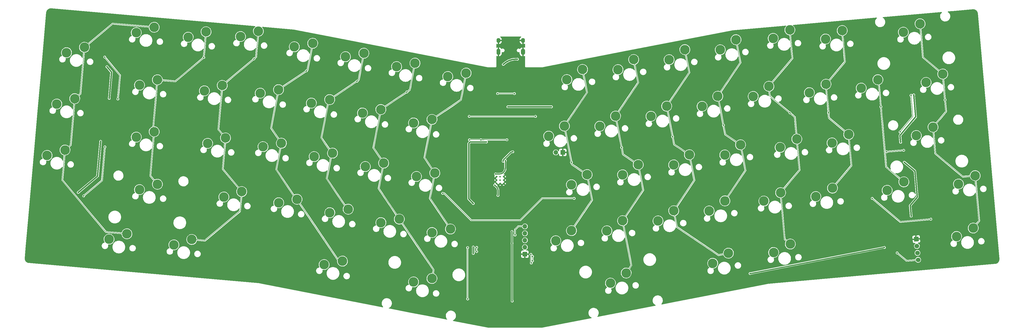
<source format=gbr>
%TF.GenerationSoftware,KiCad,Pcbnew,(6.0.5)*%
%TF.CreationDate,2023-03-29T12:06:54+08:00*%
%TF.ProjectId,ergo60,6572676f-3630-42e6-9b69-6361645f7063,rev?*%
%TF.SameCoordinates,PX3b7922bPYeed2ae*%
%TF.FileFunction,Copper,L1,Top*%
%TF.FilePolarity,Positive*%
%FSLAX46Y46*%
G04 Gerber Fmt 4.6, Leading zero omitted, Abs format (unit mm)*
G04 Created by KiCad (PCBNEW (6.0.5)) date 2023-03-29 12:06:54*
%MOMM*%
%LPD*%
G01*
G04 APERTURE LIST*
G04 Aperture macros list*
%AMHorizOval*
0 Thick line with rounded ends*
0 $1 width*
0 $2 $3 position (X,Y) of the first rounded end (center of the circle)*
0 $4 $5 position (X,Y) of the second rounded end (center of the circle)*
0 Add line between two ends*
20,1,$1,$2,$3,$4,$5,0*
0 Add two circle primitives to create the rounded ends*
1,1,$1,$2,$3*
1,1,$1,$4,$5*%
%AMRotRect*
0 Rectangle, with rotation*
0 The origin of the aperture is its center*
0 $1 length*
0 $2 width*
0 $3 Rotation angle, in degrees counterclockwise*
0 Add horizontal line*
21,1,$1,$2,0,0,$3*%
G04 Aperture macros list end*
%TA.AperFunction,ComponentPad*%
%ADD10RotRect,1.700000X1.700000X5.000000*%
%TD*%
%TA.AperFunction,ComponentPad*%
%ADD11HorizOval,1.700000X0.000000X0.000000X0.000000X0.000000X0*%
%TD*%
%TA.AperFunction,ComponentPad*%
%ADD12C,3.500000*%
%TD*%
%TA.AperFunction,ComponentPad*%
%ADD13R,1.700000X1.700000*%
%TD*%
%TA.AperFunction,ComponentPad*%
%ADD14O,1.700000X1.700000*%
%TD*%
%TA.AperFunction,ComponentPad*%
%ADD15C,0.600000*%
%TD*%
%TA.AperFunction,ComponentPad*%
%ADD16O,1.500000X2.300000*%
%TD*%
%TA.AperFunction,ComponentPad*%
%ADD17O,1.400000X1.800000*%
%TD*%
%TA.AperFunction,ComponentPad*%
%ADD18O,1.400000X2.300000*%
%TD*%
%TA.AperFunction,ViaPad*%
%ADD19C,0.600000*%
%TD*%
%TA.AperFunction,ViaPad*%
%ADD20C,0.560000*%
%TD*%
%TA.AperFunction,Conductor*%
%ADD21C,0.400000*%
%TD*%
%TA.AperFunction,Conductor*%
%ADD22C,0.500000*%
%TD*%
%TA.AperFunction,Conductor*%
%ADD23C,0.200000*%
%TD*%
G04 APERTURE END LIST*
D10*
%TO.P,OLED1,1,GND*%
%TO.N,GND*%
X281681459Y-72727496D03*
D11*
%TO.P,OLED1,2,VCC*%
%TO.N,+3V3*%
X281902834Y-75257830D03*
%TO.P,OLED1,3,SCL*%
%TO.N,SCL*%
X282124210Y-77788165D03*
%TO.P,OLED1,4,SDA*%
%TO.N,SDA*%
X282345585Y-80318499D03*
%TD*%
D12*
%TO.P,MX21,1,COL*%
%TO.N,col6*%
X104564037Y-28913631D03*
%TO.P,MX21,2,ROW*%
%TO.N,Net-(D21-Pad2)*%
X97846049Y-30195327D03*
%TD*%
D13*
%TO.P,J2,1,Pin_1*%
%TO.N,GND*%
X138555697Y-78230087D03*
D14*
%TO.P,J2,2,Pin_2*%
%TO.N,+3V3*%
X138555697Y-75690087D03*
%TO.P,J2,3,Pin_3*%
%TO.N,~{RESET}*%
X138555697Y-73150087D03*
%TO.P,J2,4,Pin_4*%
%TO.N,SWCLK*%
X138555697Y-70610087D03*
%TO.P,J2,5,Pin_5*%
%TO.N,SWD*%
X138555697Y-68070087D03*
%TD*%
D12*
%TO.P,MX39,1,COL*%
%TO.N,col9*%
X198706584Y-41839558D03*
%TO.P,MX39,2,ROW*%
%TO.N,Net-(D39-Pad2)*%
X192957907Y-45544528D03*
%TD*%
%TO.P,MX13,1,COL*%
%TO.N,col12*%
X254593337Y3621728D03*
%TO.P,MX13,2,ROW*%
%TO.N,Net-(D13-Pad2)*%
X248488877Y537954D03*
%TD*%
%TO.P,MX38,1,COL*%
%TO.N,col8*%
X180006586Y-45474475D03*
%TO.P,MX38,2,ROW*%
%TO.N,Net-(D38-Pad2)*%
X174257909Y-49179445D03*
%TD*%
%TO.P,MX24,1,COL*%
%TO.N,col9*%
X190396674Y-24048295D03*
%TO.P,MX24,2,ROW*%
%TO.N,Net-(D24-Pad2)*%
X184647997Y-27753265D03*
%TD*%
%TO.P,MX23,1,COL*%
%TO.N,col8*%
X171696674Y-27683204D03*
%TO.P,MX23,2,ROW*%
%TO.N,Net-(D23-Pad2)*%
X165947997Y-31388174D03*
%TD*%
%TO.P,MX64,1,COL*%
%TO.N,col9*%
X212988904Y-77876462D03*
%TO.P,MX64,2,ROW*%
%TO.N,Net-(D64-Pad2)*%
X207240227Y-81581432D03*
%TD*%
%TO.P,MX17,1,COL*%
%TO.N,col2*%
X27881278Y-16462660D03*
%TO.P,MX17,2,ROW*%
%TO.N,Net-(D17-Pad2)*%
X21334066Y-18439555D03*
%TD*%
%TO.P,MX59,1,COL*%
%TO.N,col0*%
X-6989249Y-70780188D03*
%TO.P,MX59,2,ROW*%
%TO.N,Net-(D59-Pad2)*%
X-13536461Y-72757083D03*
%TD*%
%TO.P,MX34,1,COL*%
%TO.N,col4*%
X68204125Y-41252530D03*
%TO.P,MX34,2,ROW*%
%TO.N,Net-(D34-Pad2)*%
X61486137Y-42534226D03*
%TD*%
%TO.P,MX15,1,COL*%
%TO.N,col0*%
X-22527839Y-2491056D03*
%TO.P,MX15,2,ROW*%
%TO.N,Net-(D15-Pad2)*%
X-29075051Y-4467951D03*
%TD*%
%TO.P,MX55,1,COL*%
%TO.N,col11*%
X232056903Y-55718261D03*
%TO.P,MX55,2,ROW*%
%TO.N,Net-(D55-Pad2)*%
X225952443Y-58802035D03*
%TD*%
%TO.P,MX45,1,COL*%
%TO.N,col1*%
X4159824Y-52632835D03*
%TO.P,MX45,2,ROW*%
%TO.N,Net-(D45-Pad2)*%
X-2387388Y-54609730D03*
%TD*%
%TO.P,MX4,1,COL*%
%TO.N,col3*%
X60958139Y-1030953D03*
%TO.P,MX4,2,ROW*%
%TO.N,Net-(D4-Pad2)*%
X54240151Y-2312649D03*
%TD*%
%TO.P,MX20,1,COL*%
%TO.N,col5*%
X85864038Y-25278722D03*
%TO.P,MX20,2,ROW*%
%TO.N,Net-(D20-Pad2)*%
X79146050Y-26560418D03*
%TD*%
%TO.P,MX41,1,COL*%
%TO.N,col11*%
X237987589Y-36076624D03*
%TO.P,MX41,2,ROW*%
%TO.N,Net-(D41-Pad2)*%
X231883129Y-39160398D03*
%TD*%
%TO.P,MX44,1,COL*%
%TO.N,col0*%
X-29643974Y-40114008D03*
%TO.P,MX44,2,ROW*%
%TO.N,Net-(D44-Pad2)*%
X-36191186Y-42090903D03*
%TD*%
%TO.P,MX27,1,COL*%
%TO.N,col12*%
X248662654Y-16019911D03*
%TO.P,MX27,2,ROW*%
%TO.N,Net-(D27-Pad2)*%
X242558194Y-19103685D03*
%TD*%
%TO.P,MX51,1,COL*%
%TO.N,col7*%
X155591501Y-69626840D03*
%TO.P,MX51,2,ROW*%
%TO.N,Net-(D51-Pad2)*%
X149842824Y-73331810D03*
%TD*%
%TO.P,MX62,1,COL*%
%TO.N,col5*%
X104560944Y-87134405D03*
%TO.P,MX62,2,ROW*%
%TO.N,Net-(D62-Pad2)*%
X97842956Y-88416101D03*
%TD*%
%TO.P,MX2,1,COL*%
%TO.N,col1*%
X21950595Y3178977D03*
%TO.P,MX2,2,ROW*%
%TO.N,Net-(D2-Pad2)*%
X15403383Y1202082D03*
%TD*%
%TO.P,MX25,1,COL*%
%TO.N,col10*%
X209096673Y-20413384D03*
%TO.P,MX25,2,ROW*%
%TO.N,Net-(D25-Pad2)*%
X203347996Y-24118354D03*
%TD*%
%TO.P,MX6,1,COL*%
%TO.N,col5*%
X98358135Y-8300772D03*
%TO.P,MX6,2,ROW*%
%TO.N,Net-(D6-Pad2)*%
X91640147Y-9582468D03*
%TD*%
%TO.P,MX58,1,COL*%
%TO.N,col14*%
X303222563Y-49492073D03*
%TO.P,MX58,2,ROW*%
%TO.N,Net-(D58-Pad2)*%
X297118103Y-52575847D03*
%TD*%
%TO.P,MX5,1,COL*%
%TO.N,col4*%
X79658141Y-4665858D03*
%TO.P,MX5,2,ROW*%
%TO.N,Net-(D5-Pad2)*%
X72940153Y-5947554D03*
%TD*%
%TO.P,MX19,1,COL*%
%TO.N,col4*%
X67164045Y-21643807D03*
%TO.P,MX19,2,ROW*%
%TO.N,Net-(D19-Pad2)*%
X60446057Y-22925503D03*
%TD*%
%TO.P,MX9,1,COL*%
%TO.N,col8*%
X178346768Y-6984010D03*
%TO.P,MX9,2,ROW*%
%TO.N,Net-(D9-Pad2)*%
X172598091Y-10688980D03*
%TD*%
%TO.P,MX42,1,COL*%
%TO.N,col12*%
X256965102Y-34416309D03*
%TO.P,MX42,2,ROW*%
%TO.N,Net-(D42-Pad2)*%
X250860642Y-37500083D03*
%TD*%
D15*
%TO.P,U2,57,GND*%
%TO.N,GND*%
X129516695Y-51105112D03*
X128241695Y-52380112D03*
X130791695Y-49830112D03*
X129516695Y-52380112D03*
X128241695Y-51105112D03*
X128241695Y-49830112D03*
X130791695Y-52380112D03*
X130791695Y-51105112D03*
X129516695Y-49830112D03*
%TD*%
D12*
%TO.P,MX56,1,COL*%
%TO.N,col12*%
X251034413Y-54057945D03*
%TO.P,MX56,2,ROW*%
%TO.N,Net-(D56-Pad2)*%
X244929953Y-57141719D03*
%TD*%
%TO.P,MX14,1,COL*%
%TO.N,col14*%
X283059606Y6112202D03*
%TO.P,MX14,2,ROW*%
%TO.N,Net-(D14-Pad2)*%
X276955146Y3028428D03*
%TD*%
%TO.P,MX29,1,COL*%
%TO.N,col14*%
X291362047Y-12284199D03*
%TO.P,MX29,2,ROW*%
%TO.N,Net-(D29-Pad2)*%
X285257587Y-15367973D03*
%TD*%
%TO.P,MX36,1,COL*%
%TO.N,col6*%
X105604125Y-48522353D03*
%TO.P,MX36,2,ROW*%
%TO.N,Net-(D36-Pad2)*%
X98886137Y-49804049D03*
%TD*%
%TO.P,MX37,1,COL*%
%TO.N,col7*%
X161306587Y-49109388D03*
%TO.P,MX37,2,ROW*%
%TO.N,Net-(D37-Pad2)*%
X155557910Y-52814358D03*
%TD*%
%TO.P,MX12,1,COL*%
%TO.N,col11*%
X235449798Y3859161D03*
%TO.P,MX12,2,ROW*%
%TO.N,Net-(D12-Pad2)*%
X229345338Y775387D03*
%TD*%
%TO.P,MX35,1,COL*%
%TO.N,col5*%
X86904124Y-44887444D03*
%TO.P,MX35,2,ROW*%
%TO.N,Net-(D35-Pad2)*%
X80186136Y-46169140D03*
%TD*%
%TO.P,MX57,1,COL*%
%TO.N,col13*%
X277128488Y-51775009D03*
%TO.P,MX57,2,ROW*%
%TO.N,Net-(D57-Pad2)*%
X271024028Y-54858783D03*
%TD*%
%TO.P,MX7,1,COL*%
%TO.N,col6*%
X117058134Y-11935683D03*
%TO.P,MX7,2,ROW*%
%TO.N,Net-(D7-Pad2)*%
X110340146Y-13217379D03*
%TD*%
%TO.P,MX48,1,COL*%
%TO.N,col4*%
X73919214Y-61769988D03*
%TO.P,MX48,2,ROW*%
%TO.N,Net-(D48-Pad2)*%
X67201226Y-63051684D03*
%TD*%
%TO.P,MX22,1,COL*%
%TO.N,col7*%
X152996680Y-31318116D03*
%TO.P,MX22,2,ROW*%
%TO.N,Net-(D22-Pad2)*%
X147248003Y-35023086D03*
%TD*%
%TO.P,MX60,1,COL*%
%TO.N,col2*%
X16733501Y-72855538D03*
%TO.P,MX60,2,ROW*%
%TO.N,Net-(D60-Pad2)*%
X10186289Y-74832433D03*
%TD*%
%TO.P,MX18,1,COL*%
%TO.N,col3*%
X48464042Y-18008896D03*
%TO.P,MX18,2,ROW*%
%TO.N,Net-(D18-Pad2)*%
X41746054Y-19290592D03*
%TD*%
%TO.P,MX43,1,COL*%
%TO.N,col14*%
X287803551Y-31718291D03*
%TO.P,MX43,2,ROW*%
%TO.N,Net-(D43-Pad2)*%
X281699091Y-34802065D03*
%TD*%
%TO.P,MX28,1,COL*%
%TO.N,col13*%
X267640163Y-14359593D03*
%TO.P,MX28,2,ROW*%
%TO.N,Net-(D28-Pad2)*%
X261535703Y-17443367D03*
%TD*%
%TO.P,MX61,1,COL*%
%TO.N,col3*%
X71833415Y-80780498D03*
%TO.P,MX61,2,ROW*%
%TO.N,Net-(D61-Pad2)*%
X65115427Y-82062194D03*
%TD*%
%TO.P,MX33,1,COL*%
%TO.N,col3*%
X49504131Y-37617621D03*
%TO.P,MX33,2,ROW*%
%TO.N,Net-(D33-Pad2)*%
X42786143Y-38899317D03*
%TD*%
%TO.P,MX26,1,COL*%
%TO.N,col11*%
X227796670Y-16778468D03*
%TO.P,MX26,2,ROW*%
%TO.N,Net-(D26-Pad2)*%
X222047993Y-20483438D03*
%TD*%
%TO.P,MX49,1,COL*%
%TO.N,col5*%
X92619213Y-65404897D03*
%TO.P,MX49,2,ROW*%
%TO.N,Net-(D49-Pad2)*%
X85901225Y-66686593D03*
%TD*%
%TO.P,MX30,1,COL*%
%TO.N,col0*%
X-26085903Y-21302526D03*
%TO.P,MX30,2,ROW*%
%TO.N,Net-(D30-Pad2)*%
X-32633115Y-23279421D03*
%TD*%
%TO.P,MX10,1,COL*%
%TO.N,col9*%
X197046762Y-3349096D03*
%TO.P,MX10,2,ROW*%
%TO.N,Net-(D10-Pad2)*%
X191298085Y-7054066D03*
%TD*%
%TO.P,MX63,1,COL*%
%TO.N,col8*%
X175588912Y-85146289D03*
%TO.P,MX63,2,ROW*%
%TO.N,Net-(D63-Pad2)*%
X169840235Y-88851259D03*
%TD*%
%TO.P,MX54,1,COL*%
%TO.N,col10*%
X211691495Y-58722106D03*
%TO.P,MX54,2,ROW*%
%TO.N,Net-(D54-Pad2)*%
X205942818Y-62427076D03*
%TD*%
%TO.P,MX66,1,COL*%
%TO.N,col14*%
X302510689Y-68677121D03*
%TO.P,MX66,2,ROW*%
%TO.N,Net-(D66-Pad2)*%
X296406229Y-71760895D03*
%TD*%
D16*
%TO.P,J3,S1,SHIELD*%
%TO.N,GND*%
X137832240Y-4158008D03*
D17*
X128892240Y21992D03*
D18*
X128892240Y-4158008D03*
D17*
X137832240Y21992D03*
%TD*%
D13*
%TO.P,SW1,1,1*%
%TO.N,GND*%
X152405590Y-40981888D03*
D14*
%TO.P,SW1,2,2*%
%TO.N,/~{USB_BOOT}*%
X149865590Y-40981888D03*
%TD*%
D12*
%TO.P,MX16,1,COL*%
%TO.N,col1*%
X4159394Y-14387266D03*
%TO.P,MX16,2,ROW*%
%TO.N,Net-(D16-Pad2)*%
X-2387818Y-16364161D03*
%TD*%
%TO.P,MX65,1,COL*%
%TO.N,col11*%
X235615926Y-74530171D03*
%TO.P,MX65,2,ROW*%
%TO.N,Net-(D65-Pad2)*%
X229511466Y-77613945D03*
%TD*%
%TO.P,MX50,1,COL*%
%TO.N,col6*%
X111319211Y-69039810D03*
%TO.P,MX50,2,ROW*%
%TO.N,Net-(D50-Pad2)*%
X104601223Y-70321506D03*
%TD*%
%TO.P,MX40,1,COL*%
%TO.N,col10*%
X217406583Y-38204648D03*
%TO.P,MX40,2,ROW*%
%TO.N,Net-(D40-Pad2)*%
X211657906Y-41909618D03*
%TD*%
%TO.P,MX1,1,COL*%
%TO.N,col0*%
X2973086Y4839293D03*
%TO.P,MX1,2,ROW*%
%TO.N,Net-(D1-Pad2)*%
X-3574126Y2862398D03*
%TD*%
%TO.P,MX8,1,COL*%
%TO.N,col7*%
X159646768Y-10618920D03*
%TO.P,MX8,2,ROW*%
%TO.N,Net-(D8-Pad2)*%
X153898091Y-14323890D03*
%TD*%
%TO.P,MX47,1,COL*%
%TO.N,col3*%
X55219219Y-58135072D03*
%TO.P,MX47,2,ROW*%
%TO.N,Net-(D47-Pad2)*%
X48501231Y-59416768D03*
%TD*%
%TO.P,MX11,1,COL*%
%TO.N,col10*%
X215746758Y285819D03*
%TO.P,MX11,2,ROW*%
%TO.N,Net-(D11-Pad2)*%
X209998081Y-3419151D03*
%TD*%
%TO.P,MX52,1,COL*%
%TO.N,col8*%
X174291500Y-65991925D03*
%TO.P,MX52,2,ROW*%
%TO.N,Net-(D52-Pad2)*%
X168542823Y-69696895D03*
%TD*%
%TO.P,MX32,1,COL*%
%TO.N,col2*%
X29067585Y-35689220D03*
%TO.P,MX32,2,ROW*%
%TO.N,Net-(D32-Pad2)*%
X22520373Y-37666115D03*
%TD*%
%TO.P,MX53,1,COL*%
%TO.N,col9*%
X192991497Y-62357015D03*
%TO.P,MX53,2,ROW*%
%TO.N,Net-(D53-Pad2)*%
X187242820Y-66061985D03*
%TD*%
%TO.P,MX3,1,COL*%
%TO.N,col2*%
X41094129Y3416413D03*
%TO.P,MX3,2,ROW*%
%TO.N,Net-(D3-Pad2)*%
X34546917Y1439518D03*
%TD*%
%TO.P,MX31,1,COL*%
%TO.N,col1*%
X2973513Y-33406285D03*
%TO.P,MX31,2,ROW*%
%TO.N,Net-(D31-Pad2)*%
X-3573699Y-35383180D03*
%TD*%
%TO.P,MX46,1,COL*%
%TO.N,col2*%
X34998275Y-55330853D03*
%TO.P,MX46,2,ROW*%
%TO.N,Net-(D46-Pad2)*%
X28451063Y-57307748D03*
%TD*%
D19*
%TO.N,+1V1*%
X127814192Y-48890116D03*
X127544194Y-52970113D03*
X128714195Y-56722616D03*
X131393574Y-43990113D03*
%TO.N,GND*%
X179730846Y-75483298D03*
X164265502Y-81620513D03*
X120852292Y-56525260D03*
X122734362Y-56597034D03*
X225191949Y-70586218D03*
X132798418Y-9657873D03*
X134959859Y-9729398D03*
X98127657Y-20116667D03*
X127021071Y-60195592D03*
X121227609Y-53342285D03*
X32543750Y-7937500D03*
X143412844Y-82720223D03*
X189977998Y-76622510D03*
X131282690Y-63309643D03*
X211475615Y-69356595D03*
X123808039Y-45701545D03*
X29119337Y-4318540D03*
X124369337Y-21781040D03*
%TO.N,+3V3*%
X133916922Y-95398474D03*
X220877655Y-85327530D03*
X133833281Y-69952350D03*
X270024942Y-75800922D03*
X133833285Y-74278720D03*
X134117001Y-40768722D03*
X130613886Y-44202613D03*
%TO.N,+5V*%
X275951370Y-37275992D03*
X-14293961Y-9593672D03*
X148259286Y-24278895D03*
X-24789511Y-55616328D03*
X119678608Y-77973056D03*
X124510926Y-37169319D03*
X279808907Y-64311160D03*
X132323457Y-24268043D03*
X119669139Y-59675187D03*
X277312030Y-44593046D03*
X-13472971Y-21186439D03*
X119678610Y-75628441D03*
X-16612158Y-36931491D03*
X280746312Y-19901801D03*
%TO.N,VBUS*%
X135845587Y-6856756D03*
X130661618Y-8757766D03*
%TO.N,SWD*%
X134966216Y-71242534D03*
D20*
%TO.N,row0*%
X128578566Y-19440804D03*
X134731980Y-19441566D03*
%TO.N,row1*%
X131977561Y-36367390D03*
X118298457Y-36387535D03*
X122449421Y-36371927D03*
%TO.N,row2*%
X108486992Y-55969194D03*
X277097181Y-40213457D03*
X270767201Y-40758455D03*
X156581532Y-57824405D03*
%TO.N,row4*%
X117600405Y-75819839D03*
X117627791Y-94641087D03*
%TO.N,col1*%
X21127439Y-6229724D03*
%TO.N,col2*%
X39443950Y-6760428D03*
%TO.N,col3*%
X58641621Y-11144033D03*
%TO.N,col4*%
X77149155Y-14908764D03*
%TO.N,col5*%
X95383842Y-18857532D03*
%TO.N,col7*%
X155579722Y-44606715D03*
%TO.N,col8*%
X173931209Y-39178871D03*
%TO.N,col9*%
X192566104Y-35209059D03*
%TO.N,col10*%
X211160951Y-31033178D03*
%TO.N,col11*%
X235514992Y-26522889D03*
%TO.N,col12*%
X249575111Y-26449336D03*
%TO.N,col13*%
X268741422Y-24252706D03*
%TO.N,col14*%
X292190917Y-21758209D03*
D19*
%TO.N,Net-(L1-Pad4)*%
X120907239Y-75767754D03*
X120915217Y-77282977D03*
%TO.N,SDA*%
X274701883Y-77803162D03*
X141350258Y-79043734D03*
X141347544Y-80658268D03*
%TO.N,SCL*%
X140897155Y-81483101D03*
X140739932Y-78315778D03*
%TO.N,Net-(L5-Pad2)*%
X-15027162Y-38950916D03*
X-22800432Y-56903284D03*
%TO.N,Net-(L6-Pad2)*%
X-10280398Y-21419817D03*
X-15100876Y-6061955D03*
%TO.N,Net-(L11-Pad2)*%
X142425660Y-27788839D03*
X118184011Y-27788840D03*
%TO.N,Net-(L16-Pad2)*%
X279773540Y-20091980D03*
X275744125Y-33482933D03*
%TO.N,Net-(L17-Pad2)*%
X265572508Y-57804722D03*
X287010502Y-65441027D03*
%TD*%
D21*
%TO.N,+1V1*%
X129281208Y-48890117D02*
X127814192Y-48890116D01*
X128714195Y-56722616D02*
X128754196Y-56682614D01*
X128754196Y-56682614D02*
X128754194Y-54883157D01*
X131393574Y-43990113D02*
X131393577Y-46777747D01*
X128257067Y-53682986D02*
X127544194Y-52970113D01*
X128257036Y-53683017D02*
G75*
G02*
X128754194Y-54883157I-1200091J-1200181D01*
G01*
X129281208Y-48890130D02*
G75*
G03*
X131393577Y-46777747I-63J2112432D01*
G01*
%TO.N,+3V3*%
X269994259Y-75780228D02*
X270024942Y-75800922D01*
X133833281Y-69952350D02*
X133833285Y-74278720D01*
X130838483Y-43489389D02*
X133164690Y-41163179D01*
X133833286Y-95314837D02*
X133916922Y-95398474D01*
X130613886Y-44202613D02*
X130613885Y-44125743D01*
X133833285Y-74278720D02*
X133833286Y-95314837D01*
X220877655Y-85327530D02*
X269994259Y-75780228D01*
X134117001Y-40768761D02*
G75*
G03*
X133164690Y-41163179I-56J-1346737D01*
G01*
X130838501Y-43489403D02*
G75*
G03*
X130613885Y-44125743I802544J-641095D01*
G01*
D22*
%TO.N,+5V*%
X132323457Y-24268043D02*
X148248434Y-24268047D01*
X282018414Y-57367128D02*
X281185159Y-47842987D01*
X-24789511Y-55616328D02*
X-17728511Y-49691450D01*
X148248434Y-24268047D02*
X148259286Y-24278895D01*
X124510926Y-37169319D02*
X123882619Y-37169322D01*
X119678610Y-75628441D02*
X119678608Y-77973056D01*
X118019335Y-58025386D02*
X119669139Y-59675187D01*
X118506055Y-37169321D02*
X118019339Y-37656038D01*
X281185159Y-47842987D02*
X277312030Y-44593046D01*
X281451151Y-27958153D02*
X280104423Y-29563124D01*
X279467367Y-60407345D02*
X282018414Y-57367128D01*
X275732427Y-34773461D02*
X275951370Y-37275992D01*
X280104423Y-29563124D02*
X275732427Y-34773461D01*
X118019339Y-37656038D02*
X118019335Y-58025386D01*
X-12632018Y-11574295D02*
X-14293961Y-9593672D01*
X-13472971Y-21186439D02*
X-12632018Y-11574295D01*
X280746312Y-19901801D02*
X281451151Y-27958153D01*
X123882619Y-37169322D02*
X118506055Y-37169321D01*
X279808907Y-64311160D02*
X279467367Y-60407345D01*
X-17728511Y-49691450D02*
X-16612158Y-36931491D01*
%TO.N,VBUS*%
X135845587Y-6856756D02*
X135251063Y-6856759D01*
X130661614Y-8757762D02*
G75*
G02*
X135251063Y-6856759I4589431J-4589436D01*
G01*
D23*
%TO.N,SWD*%
X134966216Y-71242534D02*
X134966213Y-69145638D01*
X134966213Y-69145638D02*
X136041766Y-68070087D01*
X136041766Y-68070087D02*
X138555701Y-68070083D01*
%TO.N,row0*%
X128578566Y-19440804D02*
X134731216Y-19440804D01*
X134731216Y-19440804D02*
X134731980Y-19441566D01*
%TO.N,row1*%
X123077065Y-36363768D02*
X122457581Y-36363766D01*
X123664859Y-36363769D02*
X124458607Y-36363768D01*
X124458607Y-36363768D02*
X123077065Y-36363768D01*
X122457581Y-36363766D02*
X122449421Y-36371927D01*
X123077065Y-36363768D02*
X118322224Y-36363769D01*
X123656700Y-36371929D02*
X122449421Y-36371927D01*
X118322224Y-36363769D02*
X118298457Y-36387535D01*
X123512417Y-36363767D02*
X123664859Y-36363769D01*
X131973941Y-36363771D02*
X131977561Y-36367390D01*
X123664859Y-36363769D02*
X123656700Y-36371929D01*
X124458607Y-36363768D02*
X131973941Y-36363771D01*
%TO.N,row2*%
X118971064Y-65866977D02*
X136783676Y-65866979D01*
X108486992Y-55969194D02*
X109073280Y-55969195D01*
X277087681Y-40205485D02*
X277097181Y-40213457D01*
X136783676Y-65866979D02*
X144826250Y-57824409D01*
X277090714Y-40208035D02*
X277097181Y-40213457D01*
X109073280Y-55969195D02*
X118971064Y-65866977D01*
X144826250Y-57824409D02*
X156581532Y-57824405D01*
X270767201Y-40758455D02*
X277087681Y-40205485D01*
%TO.N,row4*%
X117600405Y-75819839D02*
X117600407Y-94613705D01*
X117600407Y-94613705D02*
X117627791Y-94641087D01*
%TO.N,col0*%
X-22527840Y-2491048D02*
X-24022123Y-19570804D01*
X-12208925Y6167550D02*
X-22527840Y-2491048D01*
X-30607171Y-51123384D02*
X-14677568Y-70107547D01*
X-26085909Y-21302526D02*
X-27580193Y-38382285D01*
X-29643978Y-40114008D02*
X-30607171Y-51123384D01*
X-14677568Y-70107547D02*
X-6989250Y-70780187D01*
X-27580193Y-38382285D02*
X-29643978Y-40114008D01*
X-24022123Y-19570804D02*
X-26085909Y-21302526D01*
X2973080Y4839292D02*
X-12208925Y6167550D01*
%TO.N,col1*%
X2973513Y-33406281D02*
X1562243Y-49537161D01*
X4159393Y-14387264D02*
X2540583Y-32890341D01*
X1562243Y-49537161D02*
X4159821Y-52632837D01*
X21950590Y3178974D02*
X21127439Y-6229724D01*
X21127439Y-6229724D02*
X10721467Y-14961369D01*
X10721467Y-14961369D02*
X4159393Y-14387264D01*
%TO.N,col2*%
X41094134Y3416407D02*
X40263974Y-6072344D01*
X28071397Y-47075721D02*
X34998273Y-55330851D01*
X27881277Y-16462661D02*
X26470006Y-32593544D01*
X34998273Y-55330851D02*
X34368825Y-62525511D01*
X26470006Y-32593544D02*
X29067585Y-35689218D01*
X21555238Y-73277385D02*
X16733499Y-72855537D01*
X40263974Y-6072344D02*
X39443950Y-6760428D01*
X34368825Y-62525511D02*
X21555238Y-73277385D01*
X29067585Y-35689218D02*
X28071397Y-47075721D01*
X39443950Y-6760428D02*
X27881277Y-16462661D01*
%TO.N,col3*%
X45737860Y-32033893D02*
X48464043Y-18008896D01*
X45737860Y-32033893D02*
X49504130Y-37617620D01*
X47629432Y-47262109D02*
X54924730Y-58077830D01*
X48464043Y-18008896D02*
X58641621Y-11144033D01*
X59045278Y-10871762D02*
X58641621Y-11144033D01*
X49504130Y-37617620D02*
X47629432Y-47262109D01*
X60958138Y-1030952D02*
X59045278Y-10871762D01*
X55219218Y-58135072D02*
X70291601Y-80480800D01*
%TO.N,col4*%
X79658139Y-4665858D02*
X77745280Y-14506672D01*
X67909640Y-41195289D02*
X66092182Y-50545293D01*
X64143369Y-35611564D02*
X67909640Y-41195289D01*
X77745280Y-14506672D02*
X77149155Y-14908764D01*
X66092182Y-50545293D02*
X73624725Y-61712746D01*
X67164044Y-21643807D02*
X77149155Y-14908764D01*
X66869555Y-21586565D02*
X64143369Y-35611564D01*
%TO.N,col5*%
X92619213Y-65404896D02*
X105168322Y-84009715D01*
X98358135Y-8300772D02*
X96445274Y-18141587D01*
X83137854Y-39303719D02*
X86904125Y-44887445D01*
X96445274Y-18141587D02*
X85864038Y-25278720D01*
X105168322Y-84009715D02*
X104560942Y-87134406D01*
X86904125Y-44887445D02*
X85086670Y-54237442D01*
X85086670Y-54237442D02*
X92619213Y-65404896D01*
X85864038Y-25278720D02*
X83137854Y-39303719D01*
%TO.N,col6*%
X101837854Y-42938625D02*
X105604125Y-48522351D01*
X103786667Y-57872355D02*
X111319211Y-69039811D01*
X105604125Y-48522351D02*
X103786667Y-57872355D01*
X104564036Y-28913632D02*
X101837854Y-42938625D01*
X115145273Y-21776497D02*
X104564036Y-28913632D01*
X117058133Y-11935682D02*
X115145273Y-21776497D01*
%TO.N,col7*%
X163124045Y-58459385D02*
X155591503Y-69626841D01*
X161306592Y-49109384D02*
X163124045Y-58459385D01*
X155579722Y-44606715D02*
X155722864Y-45343113D01*
X155722864Y-45343113D02*
X161306592Y-49109384D01*
X161282478Y-19033914D02*
X152996679Y-31318117D01*
X152996679Y-31318117D02*
X155579722Y-44606715D01*
X159646769Y-10618915D02*
X161282478Y-19033914D01*
%TO.N,col8*%
X177472047Y-82354422D02*
X175588914Y-85146289D01*
X178346766Y-6984006D02*
X179982477Y-15398999D01*
X171696676Y-27683202D02*
X173931209Y-39178871D01*
X173931209Y-39178871D02*
X174422863Y-41708203D01*
X181824046Y-54824475D02*
X174291499Y-65991926D01*
X174422863Y-41708203D02*
X180006588Y-45474477D01*
X179982477Y-15398999D02*
X171696676Y-27683202D01*
X174291499Y-65991926D02*
X177472047Y-82354422D01*
X180006588Y-45474477D02*
X181824046Y-54824475D01*
%TO.N,col9*%
X192566104Y-35209059D02*
X193122858Y-38073290D01*
X200524044Y-51189559D02*
X192991496Y-62357014D01*
X198706585Y-41839563D02*
X200524044Y-51189559D01*
X198682473Y-11764092D02*
X190396676Y-24048290D01*
X193122858Y-38073290D02*
X198706585Y-41839563D01*
X209348812Y-78584031D02*
X212988908Y-77876469D01*
X194153419Y-68334607D02*
X209348812Y-78584031D01*
X190396676Y-24048290D02*
X192566104Y-35209059D01*
X197046763Y-3349094D02*
X198682473Y-11764092D01*
X192991496Y-62357014D02*
X194153419Y-68334607D01*
%TO.N,col10*%
X209096673Y-20413381D02*
X211160951Y-31033178D01*
X211822854Y-34438379D02*
X217406582Y-38204650D01*
X211160951Y-31033178D02*
X211822854Y-34438379D01*
X215746762Y285814D02*
X217382468Y-8129180D01*
X217406582Y-38204650D02*
X219224039Y-47554649D01*
X219224039Y-47554649D02*
X211691497Y-58722100D01*
X217382468Y-8129180D02*
X209096673Y-20413381D01*
%TO.N,col11*%
X237281423Y-28005101D02*
X238983780Y-47463131D01*
X238983780Y-47463131D02*
X232056904Y-55718260D01*
X236362267Y-6570395D02*
X227796672Y-16778470D01*
X232056904Y-55718260D02*
X233551155Y-72797623D01*
X227796672Y-16778470D02*
X228105237Y-20305364D01*
X233551155Y-72797623D02*
X235615928Y-74530172D01*
X228105237Y-20305364D02*
X237281423Y-28005101D01*
X235449796Y3859160D02*
X236362267Y-6570395D01*
%TO.N,col12*%
X249575111Y-26449336D02*
X249741859Y-28355288D01*
X255589533Y-7764779D02*
X248662651Y-16019910D01*
X256965099Y-34416307D02*
X257961289Y-45802814D01*
X254593344Y3621728D02*
X255589533Y-7764779D01*
X249741859Y-28355288D02*
X256965099Y-34416307D01*
X248662651Y-16019910D02*
X249575111Y-26449336D01*
X257961289Y-45802814D02*
X251034409Y-54057942D01*
%TO.N,col13*%
X268707810Y-24224503D02*
X267860950Y-14544855D01*
X268741422Y-24252706D02*
X268707810Y-24224503D01*
X270675593Y-46360387D02*
X277128489Y-51775009D01*
X268741422Y-24252706D02*
X270675593Y-46360387D01*
%TO.N,col14*%
X298723359Y-49885703D02*
X303222563Y-49492073D01*
X288653768Y-41436313D02*
X298723359Y-49885703D01*
X287803551Y-31718291D02*
X288653768Y-41436313D01*
X284138811Y-6223183D02*
X291362052Y-12284199D01*
X292565777Y-26042896D02*
X287803551Y-31718291D01*
X304675341Y-66097391D02*
X302510690Y-68677121D01*
X303222563Y-49492073D02*
X304675341Y-66097391D01*
X283059605Y6112199D02*
X284138811Y-6223183D01*
X291362052Y-12284199D02*
X292190917Y-21758209D01*
X292190917Y-21758209D02*
X292565777Y-26042896D01*
%TO.N,Net-(L1-Pad4)*%
X120907239Y-75767754D02*
X120907243Y-77275005D01*
X120907243Y-77275005D02*
X120915217Y-77282977D01*
%TO.N,SDA*%
X141350259Y-80655553D02*
X141347544Y-80658268D01*
X141350258Y-79043734D02*
X141350259Y-80655553D01*
X278138229Y-80686596D02*
X282345586Y-80318502D01*
X274701883Y-77803162D02*
X278138229Y-80686596D01*
%TO.N,SCL*%
X140897155Y-81483101D02*
X140748033Y-81333980D01*
X140748033Y-78323877D02*
X140739932Y-78315778D01*
X140748033Y-81333980D02*
X140748033Y-78323877D01*
%TO.N,Net-(L5-Pad2)*%
X-16106366Y-51286295D02*
X-22800432Y-56903284D01*
X-15027162Y-38950916D02*
X-16106366Y-51286295D01*
%TO.N,Net-(L6-Pad2)*%
X-10280398Y-21419817D02*
X-9518777Y-12714442D01*
X-9518777Y-12714442D02*
X-15100876Y-6061955D01*
%TO.N,Net-(L11-Pad2)*%
X118184011Y-27788840D02*
X142425660Y-27788839D01*
%TO.N,Net-(L16-Pad2)*%
X275744125Y-33482933D02*
X280454018Y-27869897D01*
X280312114Y-26247889D02*
X280454018Y-27869897D01*
X279773540Y-20091980D02*
X280312114Y-26247889D01*
%TO.N,Net-(L17-Pad2)*%
X275838002Y-66418494D02*
X287010502Y-65441027D01*
X275838002Y-66418494D02*
X265572508Y-57804722D01*
%TD*%
%TA.AperFunction,Conductor*%
%TO.N,GND*%
G36*
X-34894937Y11770308D02*
G01*
X-34715583Y11767460D01*
X-34703488Y11765770D01*
X-34703454Y11766154D01*
X-34692473Y11765193D01*
X-34681824Y11762340D01*
X-34670840Y11763301D01*
X-34666206Y11763706D01*
X-34644244Y11763706D01*
X39911033Y5240965D01*
X39977151Y5215101D01*
X40018790Y5157598D01*
X40022731Y5086711D01*
X39987722Y5024946D01*
X39973312Y5012932D01*
X39966140Y5007806D01*
X39851279Y4925726D01*
X39851275Y4925723D01*
X39847658Y4923138D01*
X39647794Y4732477D01*
X39645038Y4728982D01*
X39645037Y4728980D01*
X39515443Y4564590D01*
X39476788Y4515557D01*
X39434496Y4442746D01*
X39340290Y4280560D01*
X39340287Y4280554D01*
X39338052Y4276706D01*
X39234355Y4020690D01*
X39233284Y4016377D01*
X39233282Y4016372D01*
X39169977Y3761522D01*
X39167765Y3752617D01*
X39167311Y3748189D01*
X39167311Y3748187D01*
X39149018Y3569643D01*
X39139612Y3477836D01*
X39141899Y3419634D01*
X39150179Y3208891D01*
X39150456Y3201830D01*
X39167804Y3106842D01*
X39197696Y2943171D01*
X39200082Y2930104D01*
X39203971Y2918448D01*
X39285036Y2675466D01*
X39287499Y2668082D01*
X39300122Y2642820D01*
X39402992Y2436945D01*
X39410963Y2420992D01*
X39568011Y2193762D01*
X39615745Y2142124D01*
X39751884Y1994850D01*
X39755509Y1990928D01*
X39758963Y1988116D01*
X39966260Y1819350D01*
X39966264Y1819347D01*
X39969717Y1816536D01*
X39973539Y1814235D01*
X40188060Y1685083D01*
X40206359Y1674066D01*
X40294325Y1636817D01*
X40456611Y1568097D01*
X40456616Y1568095D01*
X40460714Y1566360D01*
X40465011Y1565221D01*
X40465016Y1565219D01*
X40488529Y1558985D01*
X40524308Y1549499D01*
X40585026Y1512707D01*
X40616215Y1448927D01*
X40617536Y1416727D01*
X40460268Y-380858D01*
X40460143Y-382283D01*
X40434279Y-448401D01*
X40376776Y-490040D01*
X40305889Y-493981D01*
X40244124Y-458972D01*
X40221616Y-427030D01*
X40140177Y-261890D01*
X40138351Y-258187D01*
X40136057Y-254754D01*
X40136056Y-254752D01*
X40056489Y-135672D01*
X39969070Y-4839D01*
X39966355Y-1743D01*
X39966352Y-1739D01*
X39770877Y221156D01*
X39768168Y224245D01*
X39747925Y241998D01*
X39542184Y422429D01*
X39542178Y422433D01*
X39539084Y425147D01*
X39335778Y560991D01*
X39289171Y592133D01*
X39289169Y592134D01*
X39285736Y594428D01*
X39221017Y626344D01*
X39016165Y727367D01*
X39016157Y727370D01*
X39012461Y729193D01*
X39008546Y730522D01*
X38727840Y825809D01*
X38727837Y825810D01*
X38723933Y827135D01*
X38719894Y827938D01*
X38719888Y827940D01*
X38429132Y885775D01*
X38429129Y885775D01*
X38425089Y886579D01*
X38420978Y886848D01*
X38420974Y886849D01*
X38199180Y901386D01*
X38199171Y901386D01*
X38197131Y901520D01*
X38044955Y901520D01*
X38042915Y901386D01*
X38042906Y901386D01*
X37821112Y886849D01*
X37821108Y886848D01*
X37816997Y886579D01*
X37812957Y885775D01*
X37812954Y885775D01*
X37522198Y827940D01*
X37522192Y827938D01*
X37518153Y827135D01*
X37514249Y825810D01*
X37514246Y825809D01*
X37233540Y730522D01*
X37229625Y729193D01*
X37225929Y727370D01*
X37225921Y727367D01*
X37021069Y626344D01*
X36956350Y594428D01*
X36952917Y592134D01*
X36952915Y592133D01*
X36906308Y560991D01*
X36703002Y425147D01*
X36699908Y422433D01*
X36699902Y422429D01*
X36494161Y241998D01*
X36473918Y224245D01*
X36471209Y221156D01*
X36275734Y-1739D01*
X36275731Y-1743D01*
X36273016Y-4839D01*
X36270727Y-8265D01*
X36270723Y-8270D01*
X36178781Y-145872D01*
X36103735Y-258186D01*
X36101911Y-261885D01*
X36101908Y-261890D01*
X36048476Y-370239D01*
X35968970Y-531462D01*
X35967645Y-535367D01*
X35967644Y-535368D01*
X35887259Y-772176D01*
X35871028Y-819990D01*
X35870225Y-824029D01*
X35870223Y-824035D01*
X35813378Y-1109816D01*
X35811584Y-1118834D01*
X35811315Y-1122945D01*
X35811314Y-1122949D01*
X35796984Y-1341584D01*
X35791656Y-1422880D01*
X35791926Y-1426999D01*
X35809977Y-1702401D01*
X35811584Y-1726926D01*
X35812388Y-1730966D01*
X35812388Y-1730969D01*
X35869345Y-2017308D01*
X35871028Y-2025770D01*
X35872353Y-2029674D01*
X35872354Y-2029677D01*
X35950254Y-2259162D01*
X35968970Y-2314298D01*
X35970793Y-2317994D01*
X35970796Y-2318002D01*
X36075039Y-2529384D01*
X36103735Y-2587573D01*
X36106029Y-2591006D01*
X36106030Y-2591008D01*
X36114655Y-2603916D01*
X36273016Y-2840921D01*
X36275730Y-2844015D01*
X36275734Y-2844021D01*
X36462838Y-3057371D01*
X36473918Y-3070005D01*
X36477007Y-3072714D01*
X36699902Y-3268189D01*
X36699908Y-3268193D01*
X36703002Y-3270907D01*
X36839602Y-3362180D01*
X36921002Y-3416569D01*
X36956350Y-3440188D01*
X36960053Y-3442014D01*
X37225921Y-3573127D01*
X37225929Y-3573130D01*
X37229625Y-3574953D01*
X37233539Y-3576282D01*
X37233540Y-3576282D01*
X37514246Y-3671569D01*
X37514249Y-3671570D01*
X37518153Y-3672895D01*
X37522192Y-3673698D01*
X37522198Y-3673700D01*
X37812954Y-3731535D01*
X37812957Y-3731535D01*
X37816997Y-3732339D01*
X37821108Y-3732608D01*
X37821112Y-3732609D01*
X38042906Y-3747146D01*
X38042915Y-3747146D01*
X38044955Y-3747280D01*
X38197131Y-3747280D01*
X38199171Y-3747146D01*
X38199180Y-3747146D01*
X38420974Y-3732609D01*
X38420978Y-3732608D01*
X38425089Y-3732339D01*
X38429129Y-3731535D01*
X38429132Y-3731535D01*
X38719888Y-3673700D01*
X38719894Y-3673698D01*
X38723933Y-3672895D01*
X38727837Y-3671570D01*
X38727840Y-3671569D01*
X39008546Y-3576282D01*
X39008547Y-3576282D01*
X39012461Y-3574953D01*
X39016157Y-3573130D01*
X39016165Y-3573127D01*
X39282033Y-3442014D01*
X39285736Y-3440188D01*
X39321085Y-3416569D01*
X39402484Y-3362180D01*
X39539084Y-3270907D01*
X39542178Y-3268193D01*
X39542184Y-3268189D01*
X39765079Y-3072714D01*
X39768168Y-3070005D01*
X39779248Y-3057371D01*
X39966352Y-2844021D01*
X39966356Y-2844015D01*
X39969070Y-2840921D01*
X39973999Y-2833545D01*
X39989231Y-2810748D01*
X40013485Y-2774449D01*
X40067960Y-2728923D01*
X40138403Y-2720074D01*
X40202447Y-2750715D01*
X40239759Y-2811117D01*
X40243770Y-2855434D01*
X40108067Y-4406528D01*
X39981656Y-5851410D01*
X39980015Y-5870165D01*
X39954151Y-5936283D01*
X39935485Y-5955704D01*
X39606494Y-6231761D01*
X39541454Y-6260226D01*
X39518691Y-6259983D01*
X39518689Y-6260335D01*
X39375326Y-6259459D01*
X39237479Y-6298856D01*
X39116230Y-6375358D01*
X39110288Y-6382086D01*
X39110287Y-6382087D01*
X39081450Y-6414739D01*
X39021327Y-6482816D01*
X38960397Y-6612591D01*
X38940267Y-6741880D01*
X38938784Y-6751407D01*
X38908540Y-6815640D01*
X38895275Y-6828545D01*
X29245132Y-14925976D01*
X29180092Y-14954440D01*
X29109987Y-14943223D01*
X29087699Y-14929617D01*
X29081461Y-14924856D01*
X28954882Y-14828254D01*
X28939338Y-14819549D01*
X28717768Y-14695463D01*
X28717765Y-14695462D01*
X28713882Y-14693287D01*
X28709737Y-14691683D01*
X28709734Y-14691682D01*
X28566572Y-14636297D01*
X28456269Y-14593624D01*
X28451944Y-14592621D01*
X28451939Y-14592620D01*
X28280233Y-14552821D01*
X28187183Y-14531253D01*
X27911993Y-14507419D01*
X27907558Y-14507663D01*
X27907554Y-14507663D01*
X27640634Y-14522353D01*
X27640627Y-14522354D01*
X27636191Y-14522598D01*
X27484248Y-14552821D01*
X27369642Y-14575617D01*
X27369640Y-14575618D01*
X27365279Y-14576485D01*
X27104662Y-14668007D01*
X26859541Y-14795338D01*
X26855926Y-14797921D01*
X26855920Y-14797925D01*
X26638428Y-14953347D01*
X26638424Y-14953350D01*
X26634807Y-14955935D01*
X26579081Y-15009095D01*
X26442295Y-15139583D01*
X26434943Y-15146596D01*
X26432187Y-15150091D01*
X26432186Y-15150093D01*
X26270338Y-15355397D01*
X26263937Y-15363516D01*
X26217993Y-15442615D01*
X26127439Y-15598513D01*
X26127436Y-15598519D01*
X26125201Y-15602367D01*
X26067551Y-15744699D01*
X26027653Y-15843203D01*
X26021504Y-15858383D01*
X26020433Y-15862696D01*
X26020431Y-15862701D01*
X25956847Y-16118674D01*
X25954914Y-16126456D01*
X25954460Y-16130884D01*
X25954460Y-16130886D01*
X25928658Y-16382725D01*
X25926761Y-16401237D01*
X25926936Y-16405689D01*
X25937328Y-16670182D01*
X25937605Y-16677243D01*
X25954953Y-16772230D01*
X25984845Y-16935902D01*
X25987231Y-16948969D01*
X26025638Y-17064090D01*
X26063829Y-17178561D01*
X26074648Y-17210991D01*
X26112489Y-17286723D01*
X26193179Y-17448208D01*
X26198112Y-17458081D01*
X26279202Y-17575408D01*
X26335031Y-17656186D01*
X26355160Y-17685311D01*
X26542658Y-17888145D01*
X26546112Y-17890957D01*
X26753409Y-18059723D01*
X26753413Y-18059726D01*
X26756866Y-18062537D01*
X26760688Y-18064838D01*
X26987092Y-18201144D01*
X26993508Y-18205007D01*
X27099545Y-18249908D01*
X27243765Y-18310978D01*
X27243769Y-18310979D01*
X27247863Y-18312713D01*
X27252156Y-18313851D01*
X27252161Y-18313853D01*
X27311450Y-18329573D01*
X27372170Y-18366366D01*
X27403358Y-18430145D01*
X27404679Y-18462345D01*
X27247323Y-20260939D01*
X27247287Y-20261346D01*
X27221423Y-20327464D01*
X27163920Y-20369103D01*
X27093033Y-20373044D01*
X27031268Y-20338035D01*
X27008760Y-20306093D01*
X26942263Y-20171252D01*
X26925500Y-20137260D01*
X26923206Y-20133827D01*
X26923205Y-20133825D01*
X26822688Y-19983390D01*
X26756219Y-19883912D01*
X26753503Y-19880815D01*
X26753501Y-19880812D01*
X26558026Y-19657917D01*
X26555317Y-19654828D01*
X26552228Y-19652119D01*
X26329333Y-19456644D01*
X26329327Y-19456640D01*
X26326233Y-19453926D01*
X26095339Y-19299648D01*
X26076320Y-19286940D01*
X26076318Y-19286939D01*
X26072885Y-19284645D01*
X25982198Y-19239923D01*
X25803314Y-19151706D01*
X25803306Y-19151703D01*
X25799610Y-19149880D01*
X25780521Y-19143400D01*
X25514989Y-19053264D01*
X25514986Y-19053263D01*
X25511082Y-19051938D01*
X25507043Y-19051135D01*
X25507037Y-19051133D01*
X25216281Y-18993298D01*
X25216278Y-18993298D01*
X25212238Y-18992494D01*
X25208127Y-18992225D01*
X25208123Y-18992224D01*
X24986329Y-18977687D01*
X24986320Y-18977687D01*
X24984280Y-18977553D01*
X24832104Y-18977553D01*
X24830064Y-18977687D01*
X24830055Y-18977687D01*
X24608261Y-18992224D01*
X24608257Y-18992225D01*
X24604146Y-18992494D01*
X24600106Y-18993298D01*
X24600103Y-18993298D01*
X24309347Y-19051133D01*
X24309341Y-19051135D01*
X24305302Y-19051938D01*
X24301398Y-19053263D01*
X24301395Y-19053264D01*
X24035863Y-19143400D01*
X24016774Y-19149880D01*
X24013078Y-19151703D01*
X24013070Y-19151706D01*
X23834186Y-19239923D01*
X23743499Y-19284645D01*
X23740066Y-19286939D01*
X23740064Y-19286940D01*
X23721045Y-19299648D01*
X23490151Y-19453926D01*
X23487057Y-19456640D01*
X23487051Y-19456644D01*
X23264156Y-19652119D01*
X23261067Y-19654828D01*
X23258358Y-19657917D01*
X23062883Y-19880812D01*
X23062881Y-19880815D01*
X23060165Y-19883912D01*
X23057876Y-19887338D01*
X23057872Y-19887343D01*
X22972811Y-20014647D01*
X22890884Y-20137259D01*
X22889060Y-20140958D01*
X22889057Y-20140963D01*
X22844826Y-20230655D01*
X22756119Y-20410535D01*
X22754794Y-20414440D01*
X22754793Y-20414441D01*
X22671172Y-20660782D01*
X22658177Y-20699063D01*
X22657374Y-20703102D01*
X22657372Y-20703108D01*
X22601040Y-20986310D01*
X22598733Y-20997907D01*
X22598464Y-21002018D01*
X22598463Y-21002022D01*
X22587342Y-21171704D01*
X22578805Y-21301953D01*
X22579075Y-21306072D01*
X22598142Y-21596976D01*
X22598733Y-21605999D01*
X22599537Y-21610039D01*
X22599537Y-21610042D01*
X22657110Y-21899478D01*
X22658177Y-21904843D01*
X22659502Y-21908747D01*
X22659503Y-21908750D01*
X22743342Y-22155731D01*
X22756119Y-22193371D01*
X22757942Y-22197067D01*
X22757945Y-22197075D01*
X22856107Y-22396126D01*
X22890884Y-22466646D01*
X22893178Y-22470079D01*
X22893179Y-22470081D01*
X22917706Y-22506788D01*
X23060165Y-22719994D01*
X23062879Y-22723088D01*
X23062883Y-22723094D01*
X23222152Y-22904704D01*
X23261067Y-22949078D01*
X23264156Y-22951787D01*
X23487051Y-23147262D01*
X23487055Y-23147265D01*
X23490151Y-23149980D01*
X23743499Y-23319261D01*
X23747202Y-23321087D01*
X24013070Y-23452200D01*
X24013078Y-23452203D01*
X24016774Y-23454026D01*
X24020688Y-23455355D01*
X24020689Y-23455355D01*
X24301395Y-23550642D01*
X24301398Y-23550643D01*
X24305302Y-23551968D01*
X24309341Y-23552771D01*
X24309347Y-23552773D01*
X24600103Y-23610608D01*
X24600106Y-23610608D01*
X24604146Y-23611412D01*
X24608257Y-23611681D01*
X24608261Y-23611682D01*
X24830055Y-23626219D01*
X24830064Y-23626219D01*
X24832104Y-23626353D01*
X24984280Y-23626353D01*
X24986320Y-23626219D01*
X24986329Y-23626219D01*
X25208123Y-23611682D01*
X25208127Y-23611681D01*
X25212238Y-23611412D01*
X25216278Y-23610608D01*
X25216281Y-23610608D01*
X25507037Y-23552773D01*
X25507043Y-23552771D01*
X25511082Y-23551968D01*
X25514986Y-23550643D01*
X25514989Y-23550642D01*
X25795695Y-23455355D01*
X25795696Y-23455355D01*
X25799610Y-23454026D01*
X25803306Y-23452203D01*
X25803314Y-23452200D01*
X26069182Y-23321087D01*
X26072885Y-23319261D01*
X26326233Y-23149980D01*
X26329329Y-23147265D01*
X26329333Y-23147262D01*
X26552228Y-22951787D01*
X26555317Y-22949078D01*
X26594232Y-22904704D01*
X26753501Y-22723094D01*
X26753505Y-22723088D01*
X26756219Y-22719994D01*
X26760405Y-22713730D01*
X26800627Y-22653533D01*
X26855104Y-22608005D01*
X26925547Y-22599157D01*
X26989591Y-22629799D01*
X27026903Y-22690200D01*
X27030913Y-22734516D01*
X26683250Y-26708319D01*
X26175214Y-32515184D01*
X26174785Y-32517833D01*
X26172624Y-32522698D01*
X26172046Y-32534315D01*
X26172045Y-32534317D01*
X26170189Y-32571597D01*
X26169866Y-32576308D01*
X26168214Y-32595195D01*
X26168680Y-32599989D01*
X26168600Y-32603503D01*
X26167057Y-32634505D01*
X26170702Y-32645558D01*
X26171336Y-32650246D01*
X26173855Y-32662201D01*
X26175166Y-32666745D01*
X26176291Y-32678321D01*
X26181508Y-32688716D01*
X26181509Y-32688720D01*
X26187349Y-32700357D01*
X26194395Y-32717410D01*
X26198132Y-32728741D01*
X26202115Y-32740819D01*
X26205687Y-32746036D01*
X26207666Y-32748394D01*
X26209528Y-32750848D01*
X26209355Y-32750980D01*
X26215645Y-32760546D01*
X26221285Y-32767976D01*
X26226503Y-32778373D01*
X26246758Y-32796772D01*
X26258549Y-32809035D01*
X27531033Y-34325521D01*
X27559496Y-34390560D01*
X27548279Y-34460665D01*
X27533460Y-34484517D01*
X27459393Y-34578471D01*
X27450244Y-34590076D01*
X27393185Y-34688310D01*
X27313746Y-34825073D01*
X27313744Y-34825077D01*
X27311508Y-34828927D01*
X27256863Y-34963840D01*
X27210338Y-35078705D01*
X27207811Y-35084943D01*
X27206740Y-35089256D01*
X27206738Y-35089261D01*
X27142974Y-35345958D01*
X27141221Y-35353016D01*
X27140767Y-35357444D01*
X27140767Y-35357446D01*
X27117795Y-35581660D01*
X27113068Y-35627797D01*
X27115023Y-35677559D01*
X27123635Y-35896742D01*
X27123912Y-35903803D01*
X27140913Y-35996889D01*
X27171152Y-36162462D01*
X27173538Y-36175529D01*
X27191134Y-36228270D01*
X27257735Y-36427898D01*
X27260955Y-36437551D01*
X27318717Y-36553150D01*
X27378317Y-36672428D01*
X27384419Y-36684641D01*
X27541467Y-36911871D01*
X27571237Y-36944076D01*
X27721024Y-37106114D01*
X27728965Y-37114705D01*
X27732419Y-37117517D01*
X27939716Y-37286283D01*
X27939720Y-37286286D01*
X27943173Y-37289097D01*
X27946995Y-37291398D01*
X28172957Y-37427438D01*
X28179815Y-37431567D01*
X28240739Y-37457365D01*
X28430067Y-37537536D01*
X28430072Y-37537538D01*
X28434170Y-37539273D01*
X28438467Y-37540412D01*
X28438472Y-37540414D01*
X28467488Y-37548107D01*
X28497760Y-37556133D01*
X28558478Y-37592926D01*
X28589667Y-37656705D01*
X28590988Y-37688905D01*
X28494907Y-38787116D01*
X28433595Y-39487909D01*
X28407731Y-39554027D01*
X28350228Y-39595666D01*
X28279341Y-39599607D01*
X28217576Y-39564598D01*
X28195068Y-39532656D01*
X28183082Y-39508350D01*
X28111807Y-39363820D01*
X28109513Y-39360387D01*
X28109512Y-39360385D01*
X28041000Y-39257849D01*
X27942526Y-39110472D01*
X27939812Y-39107378D01*
X27939808Y-39107372D01*
X27744333Y-38884477D01*
X27741624Y-38881388D01*
X27713367Y-38856607D01*
X27515640Y-38683204D01*
X27515634Y-38683200D01*
X27512540Y-38680486D01*
X27292800Y-38533661D01*
X27262627Y-38513500D01*
X27262625Y-38513499D01*
X27259192Y-38511205D01*
X27158113Y-38461358D01*
X26989621Y-38378266D01*
X26989613Y-38378263D01*
X26985917Y-38376440D01*
X26931895Y-38358102D01*
X26701296Y-38279824D01*
X26701293Y-38279823D01*
X26697389Y-38278498D01*
X26693350Y-38277695D01*
X26693344Y-38277693D01*
X26402588Y-38219858D01*
X26402585Y-38219858D01*
X26398545Y-38219054D01*
X26394434Y-38218785D01*
X26394430Y-38218784D01*
X26172636Y-38204247D01*
X26172627Y-38204247D01*
X26170587Y-38204113D01*
X26018411Y-38204113D01*
X26016371Y-38204247D01*
X26016362Y-38204247D01*
X25794568Y-38218784D01*
X25794564Y-38218785D01*
X25790453Y-38219054D01*
X25786413Y-38219858D01*
X25786410Y-38219858D01*
X25495654Y-38277693D01*
X25495648Y-38277695D01*
X25491609Y-38278498D01*
X25487705Y-38279823D01*
X25487702Y-38279824D01*
X25257103Y-38358102D01*
X25203081Y-38376440D01*
X25199385Y-38378263D01*
X25199377Y-38378266D01*
X25030885Y-38461358D01*
X24929806Y-38511205D01*
X24926373Y-38513499D01*
X24926371Y-38513500D01*
X24896198Y-38533661D01*
X24676458Y-38680486D01*
X24673364Y-38683200D01*
X24673358Y-38683204D01*
X24475631Y-38856607D01*
X24447374Y-38881388D01*
X24444665Y-38884477D01*
X24249190Y-39107372D01*
X24249186Y-39107378D01*
X24246472Y-39110472D01*
X24244183Y-39113898D01*
X24244179Y-39113903D01*
X24149276Y-39255936D01*
X24077191Y-39363819D01*
X24075367Y-39367518D01*
X24075364Y-39367523D01*
X24007270Y-39505605D01*
X23942426Y-39637095D01*
X23941101Y-39641000D01*
X23941100Y-39641001D01*
X23850219Y-39908729D01*
X23844484Y-39925623D01*
X23843681Y-39929662D01*
X23843679Y-39929668D01*
X23786220Y-40218534D01*
X23785040Y-40224467D01*
X23784771Y-40228578D01*
X23784770Y-40228582D01*
X23770001Y-40453925D01*
X23765112Y-40528513D01*
X23765382Y-40532632D01*
X23784513Y-40824511D01*
X23785040Y-40832559D01*
X23785844Y-40836599D01*
X23785844Y-40836602D01*
X23841499Y-41116395D01*
X23844484Y-41131403D01*
X23845809Y-41135307D01*
X23845810Y-41135310D01*
X23923459Y-41364056D01*
X23942426Y-41419931D01*
X23944249Y-41423627D01*
X23944252Y-41423635D01*
X24039929Y-41617646D01*
X24077191Y-41693206D01*
X24079485Y-41696639D01*
X24079486Y-41696641D01*
X24092546Y-41716186D01*
X24246472Y-41946554D01*
X24249186Y-41949648D01*
X24249190Y-41949654D01*
X24419414Y-42143756D01*
X24447374Y-42175638D01*
X24450463Y-42178347D01*
X24673358Y-42373822D01*
X24673364Y-42373826D01*
X24676458Y-42376540D01*
X24824085Y-42475181D01*
X24903041Y-42527937D01*
X24929806Y-42545821D01*
X24949766Y-42555664D01*
X25199377Y-42678760D01*
X25199385Y-42678763D01*
X25203081Y-42680586D01*
X25206995Y-42681915D01*
X25206996Y-42681915D01*
X25487702Y-42777202D01*
X25487705Y-42777203D01*
X25491609Y-42778528D01*
X25495648Y-42779331D01*
X25495654Y-42779333D01*
X25786410Y-42837168D01*
X25786413Y-42837168D01*
X25790453Y-42837972D01*
X25794564Y-42838241D01*
X25794568Y-42838242D01*
X26016362Y-42852779D01*
X26016371Y-42852779D01*
X26018411Y-42852913D01*
X26170587Y-42852913D01*
X26172627Y-42852779D01*
X26172636Y-42852779D01*
X26394430Y-42838242D01*
X26394434Y-42838241D01*
X26398545Y-42837972D01*
X26402585Y-42837168D01*
X26402588Y-42837168D01*
X26693344Y-42779333D01*
X26693350Y-42779331D01*
X26697389Y-42778528D01*
X26701293Y-42777203D01*
X26701296Y-42777202D01*
X26982002Y-42681915D01*
X26982003Y-42681915D01*
X26985917Y-42680586D01*
X26989613Y-42678763D01*
X26989621Y-42678760D01*
X27239232Y-42555664D01*
X27259192Y-42545821D01*
X27285958Y-42527937D01*
X27364913Y-42475181D01*
X27512540Y-42376540D01*
X27515634Y-42373826D01*
X27515640Y-42373822D01*
X27738535Y-42178347D01*
X27741624Y-42175638D01*
X27769584Y-42143756D01*
X27939808Y-41949654D01*
X27939812Y-41949648D01*
X27942526Y-41946554D01*
X27950401Y-41934769D01*
X27956378Y-41925823D01*
X27986937Y-41880088D01*
X28041412Y-41834562D01*
X28111855Y-41825713D01*
X28175899Y-41856354D01*
X28213211Y-41916756D01*
X28217222Y-41961073D01*
X27776605Y-46997364D01*
X27776176Y-47000010D01*
X27774015Y-47004875D01*
X27773436Y-47016493D01*
X27773436Y-47016495D01*
X27771580Y-47053774D01*
X27771257Y-47058485D01*
X27769605Y-47077372D01*
X27770071Y-47082166D01*
X27769991Y-47085680D01*
X27768448Y-47116682D01*
X27772093Y-47127735D01*
X27772727Y-47132423D01*
X27775246Y-47144378D01*
X27776557Y-47148922D01*
X27777682Y-47160498D01*
X27782899Y-47170893D01*
X27782900Y-47170897D01*
X27788740Y-47182534D01*
X27795786Y-47199587D01*
X27800246Y-47213110D01*
X27803506Y-47222996D01*
X27807078Y-47228213D01*
X27809057Y-47230571D01*
X27810919Y-47233025D01*
X27810746Y-47233157D01*
X27817036Y-47242723D01*
X27822676Y-47250153D01*
X27827894Y-47260550D01*
X27848149Y-47278949D01*
X27859940Y-47291212D01*
X33461723Y-53967155D01*
X33490186Y-54032194D01*
X33478969Y-54102299D01*
X33464151Y-54126149D01*
X33462143Y-54128697D01*
X33393432Y-54215856D01*
X33380934Y-54231709D01*
X33320351Y-54336010D01*
X33244436Y-54466706D01*
X33244433Y-54466712D01*
X33242198Y-54470560D01*
X33184523Y-54612952D01*
X33142566Y-54716541D01*
X33138501Y-54726576D01*
X33137430Y-54730889D01*
X33137428Y-54730894D01*
X33072984Y-54990328D01*
X33071911Y-54994649D01*
X33071457Y-54999077D01*
X33071457Y-54999079D01*
X33046472Y-55242940D01*
X33043758Y-55269430D01*
X33045123Y-55304176D01*
X33054325Y-55538375D01*
X33054602Y-55545436D01*
X33071692Y-55639013D01*
X33101842Y-55804095D01*
X33104228Y-55817162D01*
X33111125Y-55837836D01*
X33168983Y-56011256D01*
X33191645Y-56079184D01*
X33224136Y-56144208D01*
X33307973Y-56311992D01*
X33315109Y-56326274D01*
X33472157Y-56553504D01*
X33557813Y-56646166D01*
X33639903Y-56734970D01*
X33659655Y-56756338D01*
X33663109Y-56759150D01*
X33870406Y-56927916D01*
X33870410Y-56927919D01*
X33873863Y-56930730D01*
X33877685Y-56933031D01*
X34097048Y-57065098D01*
X34110505Y-57073200D01*
X34201333Y-57111661D01*
X34360762Y-57179171D01*
X34360766Y-57179172D01*
X34364860Y-57180906D01*
X34369153Y-57182044D01*
X34369158Y-57182046D01*
X34428447Y-57197766D01*
X34489167Y-57234559D01*
X34520355Y-57298338D01*
X34521676Y-57330539D01*
X34364603Y-59125909D01*
X34364285Y-59129541D01*
X34338422Y-59195659D01*
X34280918Y-59237298D01*
X34210031Y-59241239D01*
X34148266Y-59206230D01*
X34125758Y-59174288D01*
X34044323Y-59009156D01*
X34042497Y-59005453D01*
X34040203Y-59002020D01*
X34040202Y-59002018D01*
X33990747Y-58928003D01*
X33873216Y-58752105D01*
X33870502Y-58749011D01*
X33870498Y-58749005D01*
X33675023Y-58526110D01*
X33672314Y-58523021D01*
X33607102Y-58465831D01*
X33446330Y-58324837D01*
X33446324Y-58324833D01*
X33443230Y-58322119D01*
X33232507Y-58181319D01*
X33193317Y-58155133D01*
X33193315Y-58155132D01*
X33189882Y-58152838D01*
X33110746Y-58113812D01*
X32920311Y-58019899D01*
X32920303Y-58019896D01*
X32916607Y-58018073D01*
X32909107Y-58015527D01*
X32631986Y-57921457D01*
X32631983Y-57921456D01*
X32628079Y-57920131D01*
X32624040Y-57919328D01*
X32624034Y-57919326D01*
X32333278Y-57861491D01*
X32333275Y-57861491D01*
X32329235Y-57860687D01*
X32325124Y-57860418D01*
X32325120Y-57860417D01*
X32103326Y-57845880D01*
X32103317Y-57845880D01*
X32101277Y-57845746D01*
X31949101Y-57845746D01*
X31947061Y-57845880D01*
X31947052Y-57845880D01*
X31725258Y-57860417D01*
X31725254Y-57860418D01*
X31721143Y-57860687D01*
X31717103Y-57861491D01*
X31717100Y-57861491D01*
X31426344Y-57919326D01*
X31426338Y-57919328D01*
X31422299Y-57920131D01*
X31418395Y-57921456D01*
X31418392Y-57921457D01*
X31141271Y-58015527D01*
X31133771Y-58018073D01*
X31130075Y-58019896D01*
X31130067Y-58019899D01*
X30939632Y-58113812D01*
X30860496Y-58152838D01*
X30857063Y-58155132D01*
X30857061Y-58155133D01*
X30817871Y-58181319D01*
X30607148Y-58322119D01*
X30604054Y-58324833D01*
X30604048Y-58324837D01*
X30443276Y-58465831D01*
X30378064Y-58523021D01*
X30375355Y-58526110D01*
X30179880Y-58749005D01*
X30179876Y-58749011D01*
X30177162Y-58752105D01*
X30174873Y-58755531D01*
X30174869Y-58755536D01*
X30082839Y-58893269D01*
X30007881Y-59005452D01*
X30006057Y-59009151D01*
X30006054Y-59009156D01*
X29944413Y-59134152D01*
X29873116Y-59278728D01*
X29871791Y-59282633D01*
X29871790Y-59282634D01*
X29776787Y-59562505D01*
X29775174Y-59567256D01*
X29774371Y-59571295D01*
X29774369Y-59571301D01*
X29721004Y-59839587D01*
X29715730Y-59866100D01*
X29715461Y-59870211D01*
X29715460Y-59870215D01*
X29703180Y-60057578D01*
X29695802Y-60170146D01*
X29696072Y-60174265D01*
X29715206Y-60466191D01*
X29715730Y-60474192D01*
X29716534Y-60478232D01*
X29716534Y-60478235D01*
X29773047Y-60762341D01*
X29775174Y-60773036D01*
X29776499Y-60776940D01*
X29776500Y-60776943D01*
X29851873Y-60998983D01*
X29873116Y-61061564D01*
X29874939Y-61065260D01*
X29874942Y-61065268D01*
X29976294Y-61270787D01*
X30007881Y-61334839D01*
X30010175Y-61338272D01*
X30010176Y-61338274D01*
X30035179Y-61375694D01*
X30177162Y-61588187D01*
X30179876Y-61591281D01*
X30179880Y-61591287D01*
X30312024Y-61741967D01*
X30378064Y-61817271D01*
X30381153Y-61819980D01*
X30604048Y-62015455D01*
X30604054Y-62015459D01*
X30607148Y-62018173D01*
X30768908Y-62126257D01*
X30846967Y-62178414D01*
X30860496Y-62187454D01*
X30876862Y-62195525D01*
X31130067Y-62320393D01*
X31130075Y-62320396D01*
X31133771Y-62322219D01*
X31137685Y-62323548D01*
X31137686Y-62323548D01*
X31418392Y-62418835D01*
X31418395Y-62418836D01*
X31422299Y-62420161D01*
X31426338Y-62420964D01*
X31426344Y-62420966D01*
X31717100Y-62478801D01*
X31717103Y-62478801D01*
X31721143Y-62479605D01*
X31725254Y-62479874D01*
X31725258Y-62479875D01*
X31947052Y-62494412D01*
X31947061Y-62494412D01*
X31949101Y-62494546D01*
X32101277Y-62494546D01*
X32103317Y-62494412D01*
X32103326Y-62494412D01*
X32325120Y-62479875D01*
X32325124Y-62479874D01*
X32329235Y-62479605D01*
X32333275Y-62478801D01*
X32333278Y-62478801D01*
X32624034Y-62420966D01*
X32624040Y-62420964D01*
X32628079Y-62420161D01*
X32631983Y-62418836D01*
X32631986Y-62418835D01*
X32912692Y-62323548D01*
X32912693Y-62323548D01*
X32916607Y-62322219D01*
X32920303Y-62320396D01*
X32920311Y-62320393D01*
X33173516Y-62195525D01*
X33189882Y-62187454D01*
X33203412Y-62178414D01*
X33281470Y-62126257D01*
X33443230Y-62018173D01*
X33446324Y-62015459D01*
X33446330Y-62015455D01*
X33669225Y-61819980D01*
X33672314Y-61817271D01*
X33738354Y-61741967D01*
X33870498Y-61591287D01*
X33870502Y-61591281D01*
X33873216Y-61588187D01*
X33877251Y-61582149D01*
X33917626Y-61521723D01*
X33972103Y-61476195D01*
X34042546Y-61467347D01*
X34106590Y-61497989D01*
X34143902Y-61558390D01*
X34147912Y-61602705D01*
X34085112Y-62320524D01*
X34084866Y-62323331D01*
X34059003Y-62389449D01*
X34040336Y-62408871D01*
X29362930Y-66333680D01*
X21588820Y-72856932D01*
X21497412Y-72933632D01*
X21432372Y-72962096D01*
X21405439Y-72962631D01*
X19714431Y-72814687D01*
X18786789Y-72733529D01*
X18720672Y-72707665D01*
X18679033Y-72650162D01*
X18672087Y-72616908D01*
X18670567Y-72595443D01*
X18669474Y-72580008D01*
X18625056Y-72373693D01*
X18612274Y-72314323D01*
X18612272Y-72314316D01*
X18611338Y-72309976D01*
X18515734Y-72050829D01*
X18462611Y-71952374D01*
X18386682Y-71811654D01*
X18384569Y-71807738D01*
X18220461Y-71585554D01*
X18215143Y-71580151D01*
X18125339Y-71488926D01*
X18026684Y-71388709D01*
X17807105Y-71221132D01*
X17752949Y-71190803D01*
X17569991Y-71088341D01*
X17569988Y-71088340D01*
X17566105Y-71086165D01*
X17561960Y-71084561D01*
X17561957Y-71084560D01*
X17368411Y-71009683D01*
X17308492Y-70986502D01*
X17304167Y-70985499D01*
X17304162Y-70985498D01*
X17156068Y-70951172D01*
X17039406Y-70924131D01*
X16764216Y-70900297D01*
X16759781Y-70900541D01*
X16759777Y-70900541D01*
X16492857Y-70915231D01*
X16492850Y-70915232D01*
X16488414Y-70915476D01*
X16303446Y-70952268D01*
X16221865Y-70968495D01*
X16221863Y-70968496D01*
X16217502Y-70969363D01*
X15956885Y-71060885D01*
X15711764Y-71188216D01*
X15708149Y-71190799D01*
X15708143Y-71190803D01*
X15490651Y-71346225D01*
X15490647Y-71346228D01*
X15487030Y-71348813D01*
X15402846Y-71429121D01*
X15293090Y-71533823D01*
X15287166Y-71539474D01*
X15284410Y-71542969D01*
X15284409Y-71542971D01*
X15127633Y-71741841D01*
X15116160Y-71756394D01*
X15077764Y-71822497D01*
X14979662Y-71991391D01*
X14979659Y-71991397D01*
X14977424Y-71995245D01*
X14929647Y-72113201D01*
X14879507Y-72236992D01*
X14873727Y-72251261D01*
X14872656Y-72255574D01*
X14872654Y-72255579D01*
X14810698Y-72504997D01*
X14807137Y-72519334D01*
X14806683Y-72523762D01*
X14806683Y-72523764D01*
X14780482Y-72779493D01*
X14778984Y-72794115D01*
X14781704Y-72863353D01*
X14789562Y-73063342D01*
X14789828Y-73070121D01*
X14807176Y-73165111D01*
X14837068Y-73328780D01*
X14839454Y-73341847D01*
X14859634Y-73402334D01*
X14917950Y-73577128D01*
X14926871Y-73603869D01*
X14928861Y-73607852D01*
X14928862Y-73607854D01*
X15047791Y-73845867D01*
X15050335Y-73850959D01*
X15125121Y-73959166D01*
X15191396Y-74055057D01*
X15207383Y-74078189D01*
X15272487Y-74148618D01*
X15368857Y-74252870D01*
X15394881Y-74281023D01*
X15398335Y-74283835D01*
X15605632Y-74452601D01*
X15605636Y-74452604D01*
X15609089Y-74455415D01*
X15612911Y-74457716D01*
X15819569Y-74582134D01*
X15845731Y-74597885D01*
X15940673Y-74638088D01*
X16095983Y-74703854D01*
X16095988Y-74703856D01*
X16100086Y-74705591D01*
X16104383Y-74706730D01*
X16104388Y-74706732D01*
X16204312Y-74733226D01*
X16367080Y-74776383D01*
X16641385Y-74808849D01*
X16917528Y-74802342D01*
X17003088Y-74788101D01*
X17185609Y-74757721D01*
X17185613Y-74757720D01*
X17189999Y-74756990D01*
X17194240Y-74755649D01*
X17194243Y-74755648D01*
X17449116Y-74675042D01*
X17449118Y-74675041D01*
X17453362Y-74673699D01*
X17457373Y-74671773D01*
X17457378Y-74671771D01*
X17698343Y-74556061D01*
X17698344Y-74556060D01*
X17702362Y-74554131D01*
X17707349Y-74550799D01*
X17928322Y-74403150D01*
X17928326Y-74403147D01*
X17932030Y-74400672D01*
X18137784Y-74216383D01*
X18315519Y-74004941D01*
X18461689Y-73770566D01*
X18464937Y-73763221D01*
X18571578Y-73522001D01*
X18573376Y-73517934D01*
X18590558Y-73457012D01*
X18600045Y-73423375D01*
X18637787Y-73363242D01*
X18702049Y-73333060D01*
X18732296Y-73332057D01*
X21476881Y-73572177D01*
X21479527Y-73572606D01*
X21484392Y-73574767D01*
X21496010Y-73575346D01*
X21496012Y-73575346D01*
X21530352Y-73577056D01*
X21533293Y-73577202D01*
X21538004Y-73577525D01*
X21550842Y-73578648D01*
X21556889Y-73579177D01*
X21561683Y-73578711D01*
X21565197Y-73578791D01*
X21596199Y-73580334D01*
X21607252Y-73576689D01*
X21611940Y-73576055D01*
X21623895Y-73573536D01*
X21628438Y-73572225D01*
X21640014Y-73571100D01*
X21650410Y-73565883D01*
X21650412Y-73565882D01*
X21662048Y-73560043D01*
X21679101Y-73552997D01*
X21694065Y-73548062D01*
X21694067Y-73548061D01*
X21702513Y-73545276D01*
X21707730Y-73541704D01*
X21710083Y-73539730D01*
X21712541Y-73537864D01*
X21712672Y-73538037D01*
X21722241Y-73531745D01*
X21729672Y-73526104D01*
X21740066Y-73520888D01*
X21758457Y-73500641D01*
X21770734Y-73488837D01*
X21783341Y-73478259D01*
X31231429Y-65550372D01*
X34521865Y-62789369D01*
X34524039Y-62787801D01*
X34529010Y-62785888D01*
X34565332Y-62753011D01*
X34568872Y-62749926D01*
X34578946Y-62741473D01*
X34578948Y-62741471D01*
X34583392Y-62737742D01*
X34586448Y-62734029D01*
X34588996Y-62731593D01*
X34603378Y-62718575D01*
X34603381Y-62718571D01*
X34612006Y-62710764D01*
X34617243Y-62700373D01*
X34620121Y-62696595D01*
X34626775Y-62686387D01*
X34629065Y-62682239D01*
X34636460Y-62673253D01*
X34644223Y-62649849D01*
X34651299Y-62632808D01*
X34658388Y-62618743D01*
X34662392Y-62610799D01*
X34663555Y-62604584D01*
X34663823Y-62601521D01*
X34664242Y-62598461D01*
X34664457Y-62598490D01*
X34666776Y-62587268D01*
X34668040Y-62578040D01*
X34671702Y-62567000D01*
X34670861Y-62549485D01*
X34670390Y-62539673D01*
X34670724Y-62522648D01*
X34829660Y-60705986D01*
X35903054Y-60705986D01*
X35904033Y-60711683D01*
X35904033Y-60711684D01*
X35935450Y-60894518D01*
X35939825Y-60919976D01*
X36014976Y-61123682D01*
X36017928Y-61128643D01*
X36017928Y-61128644D01*
X36122464Y-61304352D01*
X36125991Y-61310281D01*
X36269152Y-61473525D01*
X36439665Y-61607947D01*
X36444781Y-61610638D01*
X36444783Y-61610640D01*
X36626702Y-61706352D01*
X36631819Y-61709044D01*
X36839179Y-61773431D01*
X36844914Y-61774110D01*
X36844915Y-61774110D01*
X36877124Y-61777922D01*
X37015478Y-61794297D01*
X37140937Y-61794297D01*
X37302073Y-61779491D01*
X37307635Y-61777922D01*
X37307637Y-61777922D01*
X37368128Y-61760862D01*
X45587106Y-61760862D01*
X45588085Y-61766559D01*
X45588085Y-61766560D01*
X45618561Y-61943915D01*
X45623877Y-61974852D01*
X45699028Y-62178558D01*
X45701980Y-62183519D01*
X45701980Y-62183520D01*
X45803283Y-62353794D01*
X45810043Y-62365157D01*
X45953204Y-62528401D01*
X45957739Y-62531976D01*
X45957740Y-62531977D01*
X45967502Y-62539673D01*
X46123717Y-62662823D01*
X46128833Y-62665514D01*
X46128835Y-62665516D01*
X46304328Y-62757847D01*
X46315871Y-62763920D01*
X46523231Y-62828307D01*
X46528966Y-62828986D01*
X46528967Y-62828986D01*
X46561176Y-62832798D01*
X46699530Y-62849173D01*
X46824989Y-62849173D01*
X46986125Y-62834367D01*
X46991687Y-62832798D01*
X46991689Y-62832798D01*
X47189535Y-62777000D01*
X47189540Y-62776998D01*
X47195100Y-62775430D01*
X47200277Y-62772877D01*
X47200282Y-62772875D01*
X47384655Y-62681951D01*
X47389834Y-62679397D01*
X47446499Y-62637083D01*
X49427189Y-62637083D01*
X49427459Y-62641202D01*
X49445916Y-62922799D01*
X49447117Y-62941129D01*
X49447921Y-62945169D01*
X49447921Y-62945172D01*
X49505395Y-63234109D01*
X49506561Y-63239973D01*
X49507886Y-63243877D01*
X49507887Y-63243880D01*
X49582808Y-63464590D01*
X49604503Y-63528501D01*
X49606326Y-63532197D01*
X49606329Y-63532205D01*
X49699351Y-63720832D01*
X49739268Y-63801776D01*
X49741562Y-63805209D01*
X49741563Y-63805210D01*
X49908549Y-64055124D01*
X49911263Y-64058218D01*
X49911267Y-64058224D01*
X50066946Y-64235741D01*
X50109451Y-64284208D01*
X50112540Y-64286917D01*
X50335435Y-64482392D01*
X50335441Y-64482396D01*
X50338535Y-64485110D01*
X50523247Y-64608530D01*
X50588233Y-64651952D01*
X50591883Y-64654391D01*
X50629190Y-64672789D01*
X50861454Y-64787330D01*
X50861462Y-64787333D01*
X50865158Y-64789156D01*
X50869072Y-64790485D01*
X50869073Y-64790485D01*
X51149779Y-64885772D01*
X51149782Y-64885773D01*
X51153686Y-64887098D01*
X51157725Y-64887901D01*
X51157731Y-64887903D01*
X51448487Y-64945738D01*
X51448490Y-64945738D01*
X51452530Y-64946542D01*
X51456641Y-64946811D01*
X51456645Y-64946812D01*
X51678439Y-64961349D01*
X51678448Y-64961349D01*
X51680488Y-64961483D01*
X51832664Y-64961483D01*
X51834704Y-64961349D01*
X51834713Y-64961349D01*
X52056507Y-64946812D01*
X52056511Y-64946811D01*
X52060622Y-64946542D01*
X52064662Y-64945738D01*
X52064665Y-64945738D01*
X52355421Y-64887903D01*
X52355427Y-64887901D01*
X52359466Y-64887098D01*
X52363370Y-64885773D01*
X52363373Y-64885772D01*
X52644079Y-64790485D01*
X52644080Y-64790485D01*
X52647994Y-64789156D01*
X52651690Y-64787333D01*
X52651698Y-64787330D01*
X52883962Y-64672789D01*
X52921269Y-64654391D01*
X52924920Y-64651952D01*
X52989905Y-64608530D01*
X53174617Y-64485110D01*
X53177711Y-64482396D01*
X53177717Y-64482392D01*
X53400612Y-64286917D01*
X53403701Y-64284208D01*
X53446206Y-64235741D01*
X53601885Y-64058224D01*
X53601889Y-64058218D01*
X53604603Y-64055124D01*
X53609061Y-64048453D01*
X53739951Y-63852561D01*
X53773884Y-63801777D01*
X53776839Y-63795786D01*
X53824331Y-63699482D01*
X55560438Y-63699482D01*
X55561417Y-63705179D01*
X55561417Y-63705180D01*
X55592375Y-63885338D01*
X55597209Y-63913472D01*
X55672360Y-64117178D01*
X55675312Y-64122139D01*
X55675312Y-64122140D01*
X55778814Y-64296110D01*
X55783375Y-64303777D01*
X55926536Y-64467021D01*
X56097049Y-64601443D01*
X56102165Y-64604134D01*
X56102167Y-64604136D01*
X56284086Y-64699848D01*
X56289203Y-64702540D01*
X56496563Y-64766927D01*
X56502298Y-64767606D01*
X56502299Y-64767606D01*
X56524462Y-64770229D01*
X56672862Y-64787793D01*
X56798321Y-64787793D01*
X56959457Y-64772987D01*
X56965019Y-64771418D01*
X56965021Y-64771418D01*
X57162867Y-64715620D01*
X57162872Y-64715618D01*
X57168432Y-64714050D01*
X57173609Y-64711497D01*
X57173614Y-64711495D01*
X57357987Y-64620571D01*
X57363166Y-64618017D01*
X57537139Y-64488105D01*
X57684525Y-64328665D01*
X57751789Y-64222057D01*
X57797305Y-64149919D01*
X57797307Y-64149914D01*
X57800386Y-64145035D01*
X57880844Y-63943366D01*
X57884329Y-63925845D01*
X57922076Y-63736080D01*
X57922076Y-63736075D01*
X57923203Y-63730412D01*
X57923329Y-63720832D01*
X57925667Y-63542216D01*
X57926046Y-63513304D01*
X57919378Y-63474496D01*
X57890254Y-63305011D01*
X57890254Y-63305010D01*
X57889275Y-63299314D01*
X57814124Y-63095608D01*
X57811172Y-63090646D01*
X57706065Y-62913977D01*
X57706063Y-62913974D01*
X57703109Y-62909009D01*
X57559948Y-62745765D01*
X57389435Y-62611343D01*
X57384319Y-62608652D01*
X57384317Y-62608650D01*
X57202398Y-62512938D01*
X57202396Y-62512937D01*
X57197281Y-62510246D01*
X56989921Y-62445859D01*
X56984186Y-62445180D01*
X56984185Y-62445180D01*
X56934250Y-62439270D01*
X56813622Y-62424993D01*
X56688163Y-62424993D01*
X56527027Y-62439799D01*
X56521465Y-62441368D01*
X56521463Y-62441368D01*
X56323617Y-62497166D01*
X56323612Y-62497168D01*
X56318052Y-62498736D01*
X56312875Y-62501289D01*
X56312870Y-62501291D01*
X56212652Y-62550714D01*
X56123318Y-62594769D01*
X55949345Y-62724681D01*
X55918686Y-62757847D01*
X55843721Y-62838944D01*
X55801959Y-62884121D01*
X55777596Y-62922735D01*
X55689179Y-63062867D01*
X55689177Y-63062872D01*
X55686098Y-63067751D01*
X55605640Y-63269420D01*
X55594670Y-63324572D01*
X55565125Y-63473106D01*
X55563281Y-63482374D01*
X55563205Y-63488149D01*
X55563205Y-63488153D01*
X55562497Y-63542216D01*
X55560438Y-63699482D01*
X53824331Y-63699482D01*
X53855871Y-63635524D01*
X53908649Y-63528501D01*
X53930344Y-63464590D01*
X54005265Y-63243880D01*
X54005266Y-63243877D01*
X54006591Y-63239973D01*
X54007758Y-63234109D01*
X54065231Y-62945172D01*
X54065231Y-62945169D01*
X54066035Y-62941129D01*
X54067237Y-62922799D01*
X54085693Y-62641202D01*
X54085963Y-62637083D01*
X54079660Y-62540917D01*
X54066305Y-62337152D01*
X54066304Y-62337148D01*
X54066035Y-62333037D01*
X54065078Y-62328226D01*
X54007396Y-62038238D01*
X54007394Y-62038232D01*
X54006591Y-62034193D01*
X54002049Y-62020811D01*
X53909978Y-61749580D01*
X53909978Y-61749579D01*
X53908649Y-61745665D01*
X53906825Y-61741967D01*
X53906823Y-61741961D01*
X53775710Y-61476093D01*
X53773884Y-61472390D01*
X53771590Y-61468957D01*
X53771589Y-61468955D01*
X53705173Y-61369556D01*
X53604603Y-61219042D01*
X53601889Y-61215948D01*
X53601885Y-61215942D01*
X53406410Y-60993047D01*
X53403701Y-60989958D01*
X53374535Y-60964380D01*
X53177717Y-60791774D01*
X53177711Y-60791770D01*
X53174617Y-60789056D01*
X52975707Y-60656149D01*
X52924704Y-60622070D01*
X52924702Y-60622069D01*
X52921269Y-60619775D01*
X52819482Y-60569579D01*
X52651698Y-60486836D01*
X52651690Y-60486833D01*
X52647994Y-60485010D01*
X52633603Y-60480125D01*
X52363373Y-60388394D01*
X52363370Y-60388393D01*
X52359466Y-60387068D01*
X52355427Y-60386265D01*
X52355421Y-60386263D01*
X52064665Y-60328428D01*
X52064662Y-60328428D01*
X52060622Y-60327624D01*
X52056511Y-60327355D01*
X52056507Y-60327354D01*
X51834713Y-60312817D01*
X51834704Y-60312817D01*
X51832664Y-60312683D01*
X51680488Y-60312683D01*
X51678448Y-60312817D01*
X51678439Y-60312817D01*
X51456645Y-60327354D01*
X51456641Y-60327355D01*
X51452530Y-60327624D01*
X51448490Y-60328428D01*
X51448487Y-60328428D01*
X51157731Y-60386263D01*
X51157725Y-60386265D01*
X51153686Y-60387068D01*
X51149782Y-60388393D01*
X51149779Y-60388394D01*
X50879549Y-60480125D01*
X50865158Y-60485010D01*
X50861462Y-60486833D01*
X50861454Y-60486836D01*
X50693670Y-60569579D01*
X50591883Y-60619775D01*
X50588450Y-60622069D01*
X50588448Y-60622070D01*
X50537445Y-60656149D01*
X50338535Y-60789056D01*
X50335441Y-60791770D01*
X50335435Y-60791774D01*
X50138617Y-60964380D01*
X50109451Y-60989958D01*
X50106742Y-60993047D01*
X49911267Y-61215942D01*
X49911263Y-61215948D01*
X49908549Y-61219042D01*
X49906260Y-61222468D01*
X49906256Y-61222473D01*
X49779470Y-61412223D01*
X49739268Y-61472389D01*
X49737444Y-61476088D01*
X49737441Y-61476093D01*
X49691536Y-61569179D01*
X49604503Y-61745665D01*
X49603178Y-61749570D01*
X49603177Y-61749571D01*
X49511104Y-62020811D01*
X49506561Y-62034193D01*
X49505758Y-62038232D01*
X49505756Y-62038238D01*
X49448074Y-62328226D01*
X49447117Y-62333037D01*
X49446848Y-62337148D01*
X49446847Y-62337152D01*
X49433492Y-62540917D01*
X49427189Y-62637083D01*
X47446499Y-62637083D01*
X47563807Y-62549485D01*
X47711193Y-62390045D01*
X47798345Y-62251917D01*
X47823973Y-62211299D01*
X47823975Y-62211294D01*
X47827054Y-62206415D01*
X47907512Y-62004746D01*
X47908639Y-61999082D01*
X47948744Y-61797460D01*
X47948744Y-61797455D01*
X47949871Y-61791792D01*
X47950112Y-61773431D01*
X47951679Y-61653702D01*
X47952714Y-61574684D01*
X47949914Y-61558390D01*
X47934578Y-61469140D01*
X47942755Y-61398616D01*
X47987762Y-61343708D01*
X48055310Y-61321849D01*
X48091052Y-61326011D01*
X48130504Y-61336472D01*
X48130514Y-61336474D01*
X48134810Y-61337613D01*
X48139219Y-61338135D01*
X48139225Y-61338136D01*
X48288049Y-61355750D01*
X48409115Y-61370079D01*
X48685258Y-61363572D01*
X48801223Y-61344270D01*
X48953339Y-61318951D01*
X48953343Y-61318950D01*
X48957729Y-61318220D01*
X48961970Y-61316879D01*
X48961973Y-61316878D01*
X49216846Y-61236272D01*
X49216848Y-61236271D01*
X49221092Y-61234929D01*
X49225103Y-61233003D01*
X49225108Y-61233001D01*
X49466073Y-61117291D01*
X49466074Y-61117290D01*
X49470092Y-61115361D01*
X49473798Y-61112885D01*
X49696052Y-60964380D01*
X49696056Y-60964377D01*
X49699760Y-60961902D01*
X49905514Y-60777613D01*
X50083249Y-60566171D01*
X50229419Y-60331796D01*
X50231264Y-60327624D01*
X50339308Y-60083231D01*
X50341106Y-60079164D01*
X50342491Y-60074255D01*
X50362646Y-60002791D01*
X50416084Y-59813315D01*
X50433984Y-59680046D01*
X50452427Y-59542736D01*
X50452428Y-59542729D01*
X50452854Y-59539554D01*
X50453852Y-59507795D01*
X50456612Y-59419990D01*
X50456612Y-59419985D01*
X50456713Y-59416768D01*
X50437204Y-59141238D01*
X50435679Y-59134152D01*
X50380004Y-58875553D01*
X50380004Y-58875551D01*
X50379068Y-58871206D01*
X50283464Y-58612059D01*
X50280894Y-58607295D01*
X50154412Y-58372884D01*
X50152299Y-58368968D01*
X49988191Y-58146784D01*
X49982300Y-58140799D01*
X49881986Y-58038898D01*
X49794414Y-57949939D01*
X49574835Y-57782362D01*
X49570946Y-57780184D01*
X49337721Y-57649571D01*
X49337718Y-57649570D01*
X49333835Y-57647395D01*
X49329690Y-57645791D01*
X49329687Y-57645790D01*
X49173422Y-57585336D01*
X49076222Y-57547732D01*
X49071897Y-57546729D01*
X49071892Y-57546728D01*
X48923798Y-57512402D01*
X48807136Y-57485361D01*
X48531946Y-57461527D01*
X48527511Y-57461771D01*
X48527507Y-57461771D01*
X48260587Y-57476461D01*
X48260580Y-57476462D01*
X48256144Y-57476706D01*
X48069079Y-57513915D01*
X47989595Y-57529725D01*
X47989593Y-57529726D01*
X47985232Y-57530593D01*
X47724615Y-57622115D01*
X47479494Y-57749446D01*
X47475879Y-57752029D01*
X47475873Y-57752033D01*
X47258381Y-57907455D01*
X47258377Y-57907458D01*
X47254760Y-57910043D01*
X47191758Y-57970144D01*
X47058362Y-58097398D01*
X47054896Y-58100704D01*
X47052140Y-58104199D01*
X47052139Y-58104201D01*
X46894738Y-58303864D01*
X46883890Y-58317624D01*
X46839214Y-58394539D01*
X46747392Y-58552621D01*
X46747389Y-58552627D01*
X46745154Y-58556475D01*
X46696780Y-58675906D01*
X46645895Y-58801535D01*
X46641457Y-58812491D01*
X46640386Y-58816804D01*
X46640384Y-58816809D01*
X46575978Y-59076092D01*
X46574867Y-59080564D01*
X46574413Y-59084992D01*
X46574413Y-59084994D01*
X46559125Y-59234212D01*
X46546714Y-59355345D01*
X46546889Y-59359797D01*
X46557260Y-59623756D01*
X46557558Y-59631351D01*
X46558358Y-59635731D01*
X46593780Y-59829681D01*
X46607184Y-59903077D01*
X46622793Y-59949864D01*
X46684156Y-60133790D01*
X46694601Y-60165099D01*
X46696593Y-60169085D01*
X46696596Y-60169093D01*
X46738288Y-60252531D01*
X46764915Y-60305818D01*
X46766567Y-60309125D01*
X46779123Y-60379003D01*
X46751908Y-60444576D01*
X46693561Y-60485025D01*
X46665384Y-60490916D01*
X46559452Y-60500650D01*
X46553695Y-60501179D01*
X46548133Y-60502748D01*
X46548131Y-60502748D01*
X46350285Y-60558546D01*
X46350280Y-60558548D01*
X46344720Y-60560116D01*
X46339543Y-60562669D01*
X46339538Y-60562671D01*
X46216073Y-60623558D01*
X46149986Y-60656149D01*
X45976013Y-60786061D01*
X45972089Y-60790306D01*
X45857905Y-60913829D01*
X45828627Y-60945501D01*
X45800577Y-60989958D01*
X45715847Y-61124247D01*
X45715845Y-61124252D01*
X45712766Y-61129131D01*
X45632308Y-61330800D01*
X45631182Y-61336460D01*
X45631181Y-61336464D01*
X45598482Y-61500856D01*
X45589949Y-61543754D01*
X45589873Y-61549529D01*
X45589873Y-61549533D01*
X45588891Y-61624521D01*
X45587106Y-61760862D01*
X37368128Y-61760862D01*
X37505483Y-61722124D01*
X37505488Y-61722122D01*
X37511048Y-61720554D01*
X37516225Y-61718001D01*
X37516230Y-61717999D01*
X37700603Y-61627075D01*
X37705782Y-61624521D01*
X37879755Y-61494609D01*
X38008116Y-61355750D01*
X38023217Y-61339414D01*
X38027141Y-61335169D01*
X38097014Y-61224426D01*
X38139921Y-61156423D01*
X38139923Y-61156418D01*
X38143002Y-61151539D01*
X38223460Y-60949870D01*
X38225113Y-60941562D01*
X38264692Y-60742584D01*
X38264692Y-60742579D01*
X38265819Y-60736916D01*
X38265967Y-60725672D01*
X38267780Y-60587146D01*
X38268662Y-60519808D01*
X38265731Y-60502748D01*
X38232870Y-60311515D01*
X38232870Y-60311514D01*
X38231891Y-60305818D01*
X38156740Y-60102112D01*
X38143358Y-60079619D01*
X38048681Y-59920481D01*
X38048679Y-59920478D01*
X38045725Y-59915513D01*
X37902564Y-59752269D01*
X37732051Y-59617847D01*
X37726935Y-59615156D01*
X37726933Y-59615154D01*
X37545014Y-59519442D01*
X37545012Y-59519441D01*
X37539897Y-59516750D01*
X37332537Y-59452363D01*
X37326802Y-59451684D01*
X37326801Y-59451684D01*
X37276815Y-59445768D01*
X37156238Y-59431497D01*
X37030779Y-59431497D01*
X36869643Y-59446303D01*
X36864081Y-59447872D01*
X36864079Y-59447872D01*
X36666233Y-59503670D01*
X36666228Y-59503672D01*
X36660668Y-59505240D01*
X36655491Y-59507793D01*
X36655486Y-59507795D01*
X36510764Y-59579165D01*
X36465934Y-59601273D01*
X36291961Y-59731185D01*
X36245120Y-59781857D01*
X36200912Y-59829681D01*
X36144575Y-59890625D01*
X36117099Y-59934172D01*
X36031795Y-60069371D01*
X36031793Y-60069376D01*
X36028714Y-60074255D01*
X35948256Y-60275924D01*
X35947130Y-60281584D01*
X35947129Y-60281588D01*
X35909211Y-60472219D01*
X35905897Y-60488878D01*
X35905821Y-60494653D01*
X35905821Y-60494657D01*
X35904610Y-60587146D01*
X35903054Y-60705986D01*
X34829660Y-60705986D01*
X35120309Y-57383834D01*
X35146172Y-57317716D01*
X35203676Y-57276077D01*
X35225138Y-57270527D01*
X35370542Y-57246325D01*
X35450383Y-57233036D01*
X35450387Y-57233035D01*
X35454773Y-57232305D01*
X35459014Y-57230964D01*
X35459017Y-57230963D01*
X35713890Y-57150357D01*
X35713892Y-57150356D01*
X35718136Y-57149014D01*
X35722147Y-57147088D01*
X35722152Y-57147086D01*
X35963117Y-57031376D01*
X35963118Y-57031375D01*
X35967136Y-57029446D01*
X35973883Y-57024938D01*
X36193096Y-56878465D01*
X36193100Y-56878462D01*
X36196804Y-56875987D01*
X36349538Y-56739187D01*
X36399240Y-56694670D01*
X36399241Y-56694669D01*
X36402558Y-56691698D01*
X36580293Y-56480256D01*
X36726463Y-56245881D01*
X36728292Y-56241745D01*
X36836352Y-55997316D01*
X36838150Y-55993249D01*
X36913128Y-55727400D01*
X36920389Y-55673342D01*
X36949471Y-55456821D01*
X36949472Y-55456814D01*
X36949898Y-55453639D01*
X36950804Y-55424822D01*
X36953656Y-55334075D01*
X36953656Y-55334070D01*
X36953757Y-55330853D01*
X36934248Y-55055323D01*
X36932834Y-55048752D01*
X36877048Y-54789638D01*
X36877048Y-54789636D01*
X36876112Y-54785291D01*
X36780508Y-54526144D01*
X36752474Y-54474187D01*
X36651456Y-54286969D01*
X36649343Y-54283053D01*
X36485235Y-54060869D01*
X36478007Y-54053526D01*
X36362993Y-53936692D01*
X36291458Y-53864024D01*
X36071879Y-53696447D01*
X36033795Y-53675119D01*
X35834765Y-53563656D01*
X35834762Y-53563655D01*
X35830879Y-53561480D01*
X35826734Y-53559876D01*
X35826731Y-53559875D01*
X35615983Y-53478343D01*
X35573266Y-53461817D01*
X35568941Y-53460814D01*
X35568936Y-53460813D01*
X35391643Y-53419719D01*
X35304180Y-53399446D01*
X35028990Y-53375612D01*
X35024555Y-53375856D01*
X35024551Y-53375856D01*
X34757631Y-53390546D01*
X34757624Y-53390547D01*
X34753188Y-53390791D01*
X34598671Y-53421526D01*
X34486639Y-53443810D01*
X34486637Y-53443811D01*
X34482276Y-53444678D01*
X34221659Y-53536200D01*
X34135955Y-53580720D01*
X34076618Y-53611543D01*
X34006946Y-53625195D01*
X33940954Y-53599012D01*
X33922013Y-53580720D01*
X33918079Y-53576031D01*
X28415150Y-47017895D01*
X28386686Y-46952855D01*
X28386151Y-46925922D01*
X28898971Y-41064353D01*
X29972364Y-41064353D01*
X29973343Y-41070050D01*
X29973343Y-41070051D01*
X30005155Y-41255184D01*
X30009135Y-41278343D01*
X30084286Y-41482049D01*
X30087238Y-41487010D01*
X30087238Y-41487011D01*
X30191120Y-41661620D01*
X30195301Y-41668648D01*
X30338462Y-41831892D01*
X30342997Y-41835467D01*
X30342998Y-41835468D01*
X30365207Y-41852976D01*
X30508975Y-41966314D01*
X30514091Y-41969005D01*
X30514093Y-41969007D01*
X30696012Y-42064719D01*
X30701129Y-42067411D01*
X30908489Y-42131798D01*
X30914224Y-42132477D01*
X30914225Y-42132477D01*
X30946434Y-42136289D01*
X31084788Y-42152664D01*
X31210247Y-42152664D01*
X31358602Y-42139032D01*
X31365626Y-42138387D01*
X31371383Y-42137858D01*
X31376945Y-42136289D01*
X31376947Y-42136289D01*
X31574793Y-42080491D01*
X31574798Y-42080489D01*
X31580358Y-42078921D01*
X31585535Y-42076368D01*
X31585540Y-42076366D01*
X31769913Y-41985442D01*
X31775092Y-41982888D01*
X31949065Y-41852976D01*
X32096451Y-41693536D01*
X32178164Y-41564028D01*
X32209231Y-41514790D01*
X32209233Y-41514785D01*
X32212312Y-41509906D01*
X32292770Y-41308237D01*
X32293897Y-41302573D01*
X32305665Y-41243411D01*
X39872018Y-41243411D01*
X39872997Y-41249108D01*
X39872997Y-41249109D01*
X39903247Y-41425149D01*
X39908789Y-41457401D01*
X39983940Y-41661107D01*
X39986892Y-41666068D01*
X39986892Y-41666069D01*
X40085547Y-41831892D01*
X40094955Y-41847706D01*
X40238116Y-42010950D01*
X40408629Y-42145372D01*
X40413745Y-42148063D01*
X40413747Y-42148065D01*
X40595666Y-42243777D01*
X40600783Y-42246469D01*
X40808143Y-42310856D01*
X40813878Y-42311535D01*
X40813879Y-42311535D01*
X40846088Y-42315347D01*
X40984442Y-42331722D01*
X41109901Y-42331722D01*
X41271037Y-42316916D01*
X41276599Y-42315347D01*
X41276601Y-42315347D01*
X41474447Y-42259549D01*
X41474452Y-42259547D01*
X41480012Y-42257979D01*
X41485189Y-42255426D01*
X41485194Y-42255424D01*
X41669567Y-42164500D01*
X41674746Y-42161946D01*
X41848719Y-42032034D01*
X41939120Y-41934240D01*
X41992181Y-41876839D01*
X41996105Y-41872594D01*
X42073392Y-41750101D01*
X42108885Y-41693848D01*
X42108887Y-41693843D01*
X42111966Y-41688964D01*
X42192424Y-41487295D01*
X42194899Y-41474853D01*
X42233656Y-41280009D01*
X42233656Y-41280004D01*
X42234783Y-41274341D01*
X42234865Y-41268130D01*
X42236557Y-41138848D01*
X42237626Y-41057233D01*
X42234654Y-41039937D01*
X42219490Y-40951689D01*
X42227667Y-40881165D01*
X42272674Y-40826257D01*
X42340222Y-40804398D01*
X42375964Y-40808560D01*
X42415416Y-40819021D01*
X42415426Y-40819023D01*
X42419722Y-40820162D01*
X42424131Y-40820684D01*
X42424137Y-40820685D01*
X42600657Y-40841577D01*
X42694027Y-40852628D01*
X42970170Y-40846121D01*
X43076372Y-40828444D01*
X43238251Y-40801500D01*
X43238255Y-40801499D01*
X43242641Y-40800769D01*
X43246882Y-40799428D01*
X43246885Y-40799427D01*
X43501758Y-40718821D01*
X43501760Y-40718820D01*
X43506004Y-40717478D01*
X43510015Y-40715552D01*
X43510020Y-40715550D01*
X43750985Y-40599840D01*
X43750986Y-40599839D01*
X43755004Y-40597910D01*
X43759310Y-40595033D01*
X43980964Y-40446929D01*
X43980968Y-40446926D01*
X43984672Y-40444451D01*
X44178558Y-40270792D01*
X44187108Y-40263134D01*
X44187109Y-40263133D01*
X44190426Y-40260162D01*
X44368161Y-40048720D01*
X44514331Y-39814345D01*
X44516176Y-39810173D01*
X44624220Y-39565780D01*
X44626018Y-39561713D01*
X44627352Y-39556985D01*
X44641842Y-39505605D01*
X44700996Y-39295864D01*
X44712758Y-39208295D01*
X44737339Y-39025285D01*
X44737340Y-39025278D01*
X44737766Y-39022103D01*
X44738784Y-38989711D01*
X44741524Y-38902539D01*
X44741524Y-38902534D01*
X44741625Y-38899317D01*
X44722116Y-38623787D01*
X44720591Y-38616701D01*
X44664916Y-38358102D01*
X44664916Y-38358100D01*
X44663980Y-38353755D01*
X44568376Y-38094608D01*
X44510099Y-37986601D01*
X44439324Y-37855433D01*
X44437211Y-37851517D01*
X44273103Y-37629333D01*
X44269873Y-37626051D01*
X44160827Y-37515279D01*
X44079326Y-37432488D01*
X43859747Y-37264911D01*
X43841994Y-37254969D01*
X43622633Y-37132120D01*
X43622630Y-37132119D01*
X43618747Y-37129944D01*
X43614602Y-37128340D01*
X43614599Y-37128339D01*
X43452715Y-37065711D01*
X43361134Y-37030281D01*
X43356809Y-37029278D01*
X43356804Y-37029277D01*
X43181289Y-36988595D01*
X43092048Y-36967910D01*
X42816858Y-36944076D01*
X42812423Y-36944320D01*
X42812419Y-36944320D01*
X42545499Y-36959010D01*
X42545492Y-36959011D01*
X42541056Y-36959255D01*
X42393552Y-36988595D01*
X42274507Y-37012274D01*
X42274505Y-37012275D01*
X42270144Y-37013142D01*
X42009527Y-37104664D01*
X41764406Y-37231995D01*
X41760791Y-37234578D01*
X41760785Y-37234582D01*
X41543293Y-37390004D01*
X41543289Y-37390007D01*
X41539672Y-37392592D01*
X41470346Y-37458726D01*
X41351853Y-37571763D01*
X41339808Y-37583253D01*
X41337052Y-37586748D01*
X41337051Y-37586750D01*
X41175180Y-37792083D01*
X41168802Y-37800173D01*
X41115336Y-37892222D01*
X41032304Y-38035170D01*
X41032301Y-38035176D01*
X41030066Y-38039024D01*
X40977176Y-38169604D01*
X40930807Y-38284084D01*
X40926369Y-38295040D01*
X40925298Y-38299353D01*
X40925296Y-38299358D01*
X40860852Y-38558792D01*
X40859779Y-38563113D01*
X40859326Y-38567539D01*
X40859325Y-38567543D01*
X40833766Y-38817005D01*
X40831626Y-38837894D01*
X40833663Y-38889746D01*
X40842214Y-39107372D01*
X40842470Y-39113900D01*
X40853208Y-39172694D01*
X40889786Y-39372975D01*
X40892096Y-39385626D01*
X40915250Y-39455027D01*
X40974763Y-39633409D01*
X40979513Y-39647648D01*
X40981505Y-39651634D01*
X40981508Y-39651642D01*
X41031102Y-39750893D01*
X41050575Y-39789864D01*
X41051479Y-39791674D01*
X41064035Y-39861552D01*
X41036820Y-39927125D01*
X40978473Y-39967574D01*
X40950296Y-39973465D01*
X40844364Y-39983199D01*
X40838607Y-39983728D01*
X40833045Y-39985297D01*
X40833043Y-39985297D01*
X40635197Y-40041095D01*
X40635192Y-40041097D01*
X40629632Y-40042665D01*
X40624455Y-40045218D01*
X40624450Y-40045220D01*
X40461675Y-40125493D01*
X40434898Y-40138698D01*
X40260925Y-40268610D01*
X40225299Y-40307150D01*
X40118950Y-40422197D01*
X40113539Y-40428050D01*
X40083540Y-40475596D01*
X40000759Y-40606796D01*
X40000757Y-40606801D01*
X39997678Y-40611680D01*
X39917220Y-40813349D01*
X39916094Y-40819009D01*
X39916093Y-40819013D01*
X39876399Y-41018572D01*
X39874861Y-41026303D01*
X39874785Y-41032078D01*
X39874785Y-41032082D01*
X39873387Y-41138848D01*
X39872018Y-41243411D01*
X32305665Y-41243411D01*
X32334002Y-41100951D01*
X32334002Y-41100946D01*
X32335129Y-41095283D01*
X32335277Y-41084035D01*
X32337079Y-40946390D01*
X32337972Y-40878175D01*
X32335373Y-40863047D01*
X32302180Y-40669882D01*
X32302180Y-40669881D01*
X32301201Y-40664185D01*
X32226050Y-40460479D01*
X32193123Y-40405133D01*
X32117991Y-40278848D01*
X32117989Y-40278845D01*
X32115035Y-40273880D01*
X31971874Y-40110636D01*
X31964242Y-40104619D01*
X31925560Y-40074125D01*
X31801361Y-39976214D01*
X31796245Y-39973523D01*
X31796243Y-39973521D01*
X31614324Y-39877809D01*
X31614322Y-39877808D01*
X31609207Y-39875117D01*
X31401847Y-39810730D01*
X31396112Y-39810051D01*
X31396111Y-39810051D01*
X31346176Y-39804141D01*
X31225548Y-39789864D01*
X31100089Y-39789864D01*
X30938953Y-39804670D01*
X30933391Y-39806239D01*
X30933389Y-39806239D01*
X30735543Y-39862037D01*
X30735538Y-39862039D01*
X30729978Y-39863607D01*
X30724801Y-39866160D01*
X30724796Y-39866162D01*
X30549692Y-39952515D01*
X30535244Y-39959640D01*
X30361271Y-40089552D01*
X30313923Y-40140772D01*
X30233565Y-40227703D01*
X30213885Y-40248992D01*
X30172494Y-40314593D01*
X30101105Y-40427738D01*
X30101103Y-40427743D01*
X30098024Y-40432622D01*
X30017566Y-40634291D01*
X30016440Y-40639951D01*
X30016439Y-40639955D01*
X29976949Y-40838489D01*
X29975207Y-40847245D01*
X29975131Y-40853020D01*
X29975131Y-40853024D01*
X29973909Y-40946390D01*
X29972364Y-41064353D01*
X28898971Y-41064353D01*
X29189621Y-37742201D01*
X29215485Y-37676083D01*
X29272988Y-37634444D01*
X29294454Y-37628893D01*
X29298498Y-37628220D01*
X29349938Y-37619658D01*
X29519693Y-37591403D01*
X29519697Y-37591402D01*
X29524083Y-37590672D01*
X29528324Y-37589331D01*
X29528327Y-37589330D01*
X29783200Y-37508724D01*
X29783202Y-37508723D01*
X29787446Y-37507381D01*
X29791457Y-37505455D01*
X29791462Y-37505453D01*
X30032427Y-37389743D01*
X30032428Y-37389742D01*
X30036446Y-37387813D01*
X30056987Y-37374088D01*
X30262406Y-37236832D01*
X30262410Y-37236829D01*
X30266114Y-37234354D01*
X30427987Y-37089368D01*
X30468550Y-37053037D01*
X30468551Y-37053036D01*
X30471868Y-37050065D01*
X30649603Y-36838623D01*
X30795773Y-36604248D01*
X30806184Y-36580700D01*
X30905662Y-36355683D01*
X30907460Y-36351616D01*
X30982438Y-36085767D01*
X30988338Y-36041838D01*
X31018781Y-35815188D01*
X31018782Y-35815181D01*
X31019208Y-35812006D01*
X31019709Y-35796075D01*
X31022966Y-35692442D01*
X31022966Y-35692437D01*
X31023067Y-35689220D01*
X31021365Y-35665175D01*
X31017839Y-35615381D01*
X31003558Y-35413690D01*
X31001897Y-35405972D01*
X30946358Y-35148005D01*
X30946358Y-35148003D01*
X30945422Y-35143658D01*
X30849818Y-34884511D01*
X30805333Y-34802065D01*
X30720766Y-34645336D01*
X30718653Y-34641420D01*
X30554545Y-34419236D01*
X30540891Y-34405365D01*
X30419419Y-34281971D01*
X30360768Y-34222391D01*
X30141189Y-34054814D01*
X30087385Y-34024682D01*
X29904075Y-33922023D01*
X29904072Y-33922022D01*
X29900189Y-33919847D01*
X29896044Y-33918243D01*
X29896041Y-33918242D01*
X29723973Y-33851674D01*
X29642576Y-33820184D01*
X29638251Y-33819181D01*
X29638246Y-33819180D01*
X29475678Y-33781499D01*
X29373490Y-33757813D01*
X29098300Y-33733979D01*
X29093865Y-33734223D01*
X29093861Y-33734223D01*
X28826941Y-33748913D01*
X28826934Y-33748914D01*
X28822498Y-33749158D01*
X28659907Y-33781499D01*
X28555949Y-33802177D01*
X28555947Y-33802178D01*
X28551586Y-33803045D01*
X28290969Y-33894567D01*
X28200096Y-33941772D01*
X28145930Y-33969909D01*
X28076258Y-33983561D01*
X28010266Y-33957378D01*
X27991325Y-33939086D01*
X27982244Y-33928263D01*
X26813759Y-32535718D01*
X26785295Y-32470678D01*
X26784760Y-32443745D01*
X27712661Y-21837793D01*
X28786057Y-21837793D01*
X28787036Y-21843490D01*
X28787036Y-21843491D01*
X28820864Y-22040354D01*
X28822828Y-22051783D01*
X28897979Y-22255489D01*
X28900931Y-22260450D01*
X28900931Y-22260451D01*
X28997822Y-22423309D01*
X29008994Y-22442088D01*
X29108695Y-22555775D01*
X29142949Y-22594834D01*
X29152155Y-22605332D01*
X29322668Y-22739754D01*
X29327784Y-22742445D01*
X29327786Y-22742447D01*
X29465598Y-22814953D01*
X29514822Y-22840851D01*
X29722182Y-22905238D01*
X29727917Y-22905917D01*
X29727918Y-22905917D01*
X29733664Y-22906597D01*
X29898481Y-22926104D01*
X30023940Y-22926104D01*
X30185076Y-22911298D01*
X30190638Y-22909729D01*
X30190640Y-22909729D01*
X30388486Y-22853931D01*
X30388491Y-22853929D01*
X30394051Y-22852361D01*
X30399228Y-22849808D01*
X30399233Y-22849806D01*
X30583606Y-22758882D01*
X30588785Y-22756328D01*
X30762758Y-22626416D01*
X30849048Y-22533069D01*
X30906220Y-22471221D01*
X30910144Y-22466976D01*
X30975868Y-22362809D01*
X31022924Y-22288230D01*
X31022926Y-22288225D01*
X31026005Y-22283346D01*
X31106463Y-22081677D01*
X31107816Y-22074875D01*
X31147695Y-21874391D01*
X31147695Y-21874386D01*
X31148822Y-21868723D01*
X31148958Y-21858390D01*
X31150772Y-21719830D01*
X31151665Y-21651615D01*
X31148756Y-21634686D01*
X38831929Y-21634686D01*
X38832908Y-21640383D01*
X38832908Y-21640384D01*
X38862665Y-21813558D01*
X38868700Y-21848676D01*
X38943851Y-22052382D01*
X38946803Y-22057343D01*
X38946803Y-22057344D01*
X39051696Y-22233652D01*
X39054866Y-22238981D01*
X39198027Y-22402225D01*
X39202562Y-22405800D01*
X39202563Y-22405801D01*
X39219387Y-22419064D01*
X39368540Y-22536647D01*
X39373656Y-22539338D01*
X39373658Y-22539340D01*
X39545739Y-22629876D01*
X39560694Y-22637744D01*
X39768054Y-22702131D01*
X39773789Y-22702810D01*
X39773790Y-22702810D01*
X39805999Y-22706622D01*
X39944353Y-22722997D01*
X40069812Y-22722997D01*
X40230948Y-22708191D01*
X40236510Y-22706622D01*
X40236512Y-22706622D01*
X40434358Y-22650824D01*
X40434363Y-22650822D01*
X40439923Y-22649254D01*
X40445100Y-22646701D01*
X40445105Y-22646699D01*
X40629478Y-22555775D01*
X40634657Y-22553221D01*
X40691322Y-22510907D01*
X42672012Y-22510907D01*
X42672282Y-22515026D01*
X42690909Y-22799218D01*
X42691940Y-22814953D01*
X42692744Y-22818993D01*
X42692744Y-22818996D01*
X42746534Y-23089412D01*
X42751384Y-23113797D01*
X42752709Y-23117701D01*
X42752710Y-23117704D01*
X42821131Y-23319264D01*
X42849326Y-23402325D01*
X42851149Y-23406021D01*
X42851152Y-23406029D01*
X42959739Y-23626219D01*
X42984091Y-23675600D01*
X43153372Y-23928948D01*
X43156086Y-23932042D01*
X43156090Y-23932048D01*
X43300524Y-24096742D01*
X43354274Y-24158032D01*
X43357363Y-24160741D01*
X43580258Y-24356216D01*
X43580264Y-24356220D01*
X43583358Y-24358934D01*
X43718342Y-24449127D01*
X43832206Y-24525208D01*
X43836706Y-24528215D01*
X43885549Y-24552302D01*
X44106277Y-24661154D01*
X44106285Y-24661157D01*
X44109981Y-24662980D01*
X44113895Y-24664309D01*
X44113896Y-24664309D01*
X44394602Y-24759596D01*
X44394605Y-24759597D01*
X44398509Y-24760922D01*
X44402548Y-24761725D01*
X44402554Y-24761727D01*
X44693310Y-24819562D01*
X44693313Y-24819562D01*
X44697353Y-24820366D01*
X44701464Y-24820635D01*
X44701468Y-24820636D01*
X44923262Y-24835173D01*
X44923271Y-24835173D01*
X44925311Y-24835307D01*
X45077487Y-24835307D01*
X45079527Y-24835173D01*
X45079536Y-24835173D01*
X45301330Y-24820636D01*
X45301334Y-24820635D01*
X45305445Y-24820366D01*
X45309485Y-24819562D01*
X45309488Y-24819562D01*
X45600244Y-24761727D01*
X45600250Y-24761725D01*
X45604289Y-24760922D01*
X45608193Y-24759597D01*
X45608196Y-24759596D01*
X45888902Y-24664309D01*
X45888903Y-24664309D01*
X45892817Y-24662980D01*
X45896513Y-24661157D01*
X45896521Y-24661154D01*
X46117249Y-24552302D01*
X46166092Y-24528215D01*
X46170593Y-24525208D01*
X46284456Y-24449127D01*
X46419440Y-24358934D01*
X46422534Y-24356220D01*
X46422540Y-24356216D01*
X46645435Y-24160741D01*
X46648524Y-24158032D01*
X46744733Y-24048327D01*
X46804687Y-24010300D01*
X46875682Y-24010722D01*
X46935179Y-24049461D01*
X46964287Y-24114216D01*
X46963150Y-24155447D01*
X45452873Y-31925148D01*
X45452169Y-31927738D01*
X45449512Y-31932350D01*
X45447723Y-31943842D01*
X45447722Y-31943844D01*
X45441980Y-31980724D01*
X45441165Y-31985382D01*
X45440968Y-31986398D01*
X45437548Y-32003989D01*
X45437510Y-32008800D01*
X45437062Y-32012307D01*
X45432289Y-32042962D01*
X45434758Y-32054331D01*
X45434898Y-32059063D01*
X45436155Y-32071219D01*
X45436983Y-32075870D01*
X45436892Y-32087504D01*
X45445588Y-32110577D01*
X45450810Y-32128262D01*
X45456042Y-32152359D01*
X45459049Y-32157921D01*
X45460774Y-32160478D01*
X45462367Y-32163109D01*
X45462182Y-32163221D01*
X45467438Y-32173394D01*
X45472268Y-32181369D01*
X45476371Y-32192256D01*
X45484116Y-32200934D01*
X45484117Y-32200935D01*
X45494587Y-32212665D01*
X45505042Y-32226107D01*
X47297252Y-34883169D01*
X48117672Y-36099492D01*
X48139182Y-36167151D01*
X48120698Y-36235700D01*
X48100186Y-36261119D01*
X48094690Y-36266362D01*
X48061307Y-36298208D01*
X48057796Y-36301557D01*
X48055040Y-36305052D01*
X48055039Y-36305054D01*
X47891939Y-36511946D01*
X47886790Y-36518477D01*
X47850648Y-36580700D01*
X47750292Y-36753474D01*
X47750289Y-36753480D01*
X47748054Y-36757328D01*
X47686941Y-36908209D01*
X47651615Y-36995426D01*
X47644357Y-37013344D01*
X47643286Y-37017657D01*
X47643284Y-37017662D01*
X47578840Y-37277096D01*
X47577767Y-37281417D01*
X47577313Y-37285845D01*
X47577313Y-37285847D01*
X47550946Y-37543195D01*
X47549614Y-37556198D01*
X47550988Y-37591166D01*
X47560141Y-37824125D01*
X47560458Y-37832204D01*
X47567046Y-37868277D01*
X47609090Y-38098485D01*
X47610084Y-38103930D01*
X47636331Y-38182601D01*
X47695471Y-38359866D01*
X47697501Y-38365952D01*
X47739881Y-38450768D01*
X47818502Y-38608112D01*
X47820965Y-38613042D01*
X47978013Y-38840272D01*
X48023353Y-38889320D01*
X48160908Y-39038126D01*
X48165511Y-39043106D01*
X48168965Y-39045918D01*
X48376262Y-39214684D01*
X48376266Y-39214687D01*
X48379719Y-39217498D01*
X48383541Y-39219799D01*
X48612194Y-39357459D01*
X48616361Y-39359968D01*
X48746813Y-39415207D01*
X48801739Y-39460186D01*
X48823630Y-39527724D01*
X48821364Y-39555274D01*
X48806266Y-39632945D01*
X48476503Y-41329427D01*
X48443870Y-41392480D01*
X48382329Y-41427880D01*
X48311419Y-41424390D01*
X48253652Y-41383116D01*
X48233505Y-41345886D01*
X48232319Y-41342390D01*
X48193561Y-41228214D01*
X48191737Y-41224516D01*
X48191735Y-41224510D01*
X48060622Y-40958642D01*
X48058796Y-40954939D01*
X48056502Y-40951506D01*
X48056501Y-40951504D01*
X47999691Y-40866482D01*
X47889515Y-40701591D01*
X47886801Y-40698497D01*
X47886797Y-40698491D01*
X47691322Y-40475596D01*
X47688613Y-40472507D01*
X47682620Y-40467251D01*
X47462629Y-40274323D01*
X47462623Y-40274319D01*
X47459529Y-40271605D01*
X47240856Y-40125493D01*
X47209616Y-40104619D01*
X47209614Y-40104618D01*
X47206181Y-40102324D01*
X47114349Y-40057037D01*
X46936610Y-39969385D01*
X46936602Y-39969382D01*
X46932906Y-39967559D01*
X46928991Y-39966230D01*
X46648285Y-39870943D01*
X46648282Y-39870942D01*
X46644378Y-39869617D01*
X46640339Y-39868814D01*
X46640333Y-39868812D01*
X46349577Y-39810977D01*
X46349574Y-39810977D01*
X46345534Y-39810173D01*
X46341423Y-39809904D01*
X46341419Y-39809903D01*
X46119625Y-39795366D01*
X46119616Y-39795366D01*
X46117576Y-39795232D01*
X45965400Y-39795232D01*
X45963360Y-39795366D01*
X45963351Y-39795366D01*
X45741557Y-39809903D01*
X45741553Y-39809904D01*
X45737442Y-39810173D01*
X45733402Y-39810977D01*
X45733399Y-39810977D01*
X45442643Y-39868812D01*
X45442637Y-39868814D01*
X45438598Y-39869617D01*
X45434694Y-39870942D01*
X45434691Y-39870943D01*
X45153985Y-39966230D01*
X45150070Y-39967559D01*
X45146374Y-39969382D01*
X45146366Y-39969385D01*
X44968627Y-40057037D01*
X44876795Y-40102324D01*
X44873362Y-40104618D01*
X44873360Y-40104619D01*
X44842120Y-40125493D01*
X44623447Y-40271605D01*
X44620353Y-40274319D01*
X44620347Y-40274323D01*
X44400356Y-40467251D01*
X44394363Y-40472507D01*
X44391654Y-40475596D01*
X44196179Y-40698491D01*
X44196175Y-40698497D01*
X44193461Y-40701591D01*
X44191172Y-40705017D01*
X44191168Y-40705022D01*
X44071608Y-40883957D01*
X44024180Y-40954938D01*
X44022356Y-40958637D01*
X44022353Y-40958642D01*
X43971457Y-41061850D01*
X43889415Y-41228214D01*
X43888090Y-41232119D01*
X43888089Y-41232120D01*
X43793794Y-41509906D01*
X43791473Y-41516742D01*
X43790670Y-41520781D01*
X43790668Y-41520787D01*
X43734913Y-41801087D01*
X43732029Y-41815586D01*
X43731760Y-41819697D01*
X43731759Y-41819701D01*
X43717842Y-42032034D01*
X43712101Y-42119632D01*
X43712371Y-42123751D01*
X43730450Y-42399580D01*
X43732029Y-42423678D01*
X43732833Y-42427718D01*
X43732833Y-42427721D01*
X43787647Y-42703286D01*
X43791473Y-42722522D01*
X43792798Y-42726426D01*
X43792799Y-42726429D01*
X43883074Y-42992369D01*
X43889415Y-43011050D01*
X43891238Y-43014746D01*
X43891241Y-43014754D01*
X43978817Y-43192339D01*
X44024180Y-43284325D01*
X44026474Y-43287758D01*
X44026475Y-43287760D01*
X44064024Y-43343956D01*
X44193461Y-43537673D01*
X44196175Y-43540767D01*
X44196179Y-43540773D01*
X44327708Y-43690752D01*
X44394363Y-43766757D01*
X44397452Y-43769466D01*
X44620347Y-43964941D01*
X44620353Y-43964945D01*
X44623447Y-43967659D01*
X44804808Y-44088840D01*
X44868615Y-44131474D01*
X44876795Y-44136940D01*
X44925638Y-44161027D01*
X45146366Y-44269879D01*
X45146374Y-44269882D01*
X45150070Y-44271705D01*
X45153984Y-44273034D01*
X45153985Y-44273034D01*
X45434691Y-44368321D01*
X45434694Y-44368322D01*
X45438598Y-44369647D01*
X45442637Y-44370450D01*
X45442643Y-44370452D01*
X45733399Y-44428287D01*
X45733402Y-44428287D01*
X45737442Y-44429091D01*
X45741553Y-44429360D01*
X45741557Y-44429361D01*
X45963351Y-44443898D01*
X45963360Y-44443898D01*
X45965400Y-44444032D01*
X46117576Y-44444032D01*
X46119616Y-44443898D01*
X46119625Y-44443898D01*
X46341419Y-44429361D01*
X46341423Y-44429360D01*
X46345534Y-44429091D01*
X46349574Y-44428287D01*
X46349577Y-44428287D01*
X46640333Y-44370452D01*
X46640339Y-44370450D01*
X46644378Y-44369647D01*
X46648282Y-44368322D01*
X46648285Y-44368321D01*
X46928991Y-44273034D01*
X46928992Y-44273034D01*
X46932906Y-44271705D01*
X46936602Y-44269882D01*
X46936610Y-44269879D01*
X47157338Y-44161027D01*
X47206181Y-44136940D01*
X47214362Y-44131474D01*
X47278168Y-44088840D01*
X47459529Y-43967659D01*
X47462623Y-43964945D01*
X47462629Y-43964941D01*
X47685524Y-43769466D01*
X47688613Y-43766757D01*
X47784821Y-43657054D01*
X47844774Y-43619027D01*
X47915769Y-43619449D01*
X47975266Y-43658188D01*
X48004374Y-43722943D01*
X48003237Y-43764174D01*
X47344445Y-47153364D01*
X47343741Y-47155954D01*
X47341084Y-47160566D01*
X47339295Y-47172057D01*
X47339294Y-47172059D01*
X47333551Y-47208945D01*
X47332736Y-47213599D01*
X47330227Y-47226506D01*
X47330226Y-47226514D01*
X47329120Y-47232205D01*
X47329082Y-47237016D01*
X47328634Y-47240521D01*
X47325651Y-47259680D01*
X47323861Y-47271178D01*
X47326330Y-47282547D01*
X47326470Y-47287279D01*
X47327727Y-47299435D01*
X47328555Y-47304086D01*
X47328464Y-47315720D01*
X47337160Y-47338793D01*
X47342382Y-47356478D01*
X47347614Y-47380575D01*
X47350621Y-47386137D01*
X47352346Y-47388694D01*
X47353939Y-47391325D01*
X47353754Y-47391437D01*
X47359010Y-47401610D01*
X47363840Y-47409585D01*
X47367943Y-47420472D01*
X47375688Y-47429150D01*
X47375689Y-47429151D01*
X47386159Y-47440881D01*
X47396614Y-47454324D01*
X50930694Y-52693811D01*
X53689281Y-56783583D01*
X53710791Y-56851242D01*
X53692307Y-56919791D01*
X53683776Y-56932042D01*
X53638228Y-56989819D01*
X53604803Y-57032218D01*
X53601878Y-57035928D01*
X53541151Y-57140477D01*
X53465380Y-57270925D01*
X53465377Y-57270931D01*
X53463142Y-57274779D01*
X53403394Y-57422291D01*
X53361490Y-57525747D01*
X53359445Y-57530795D01*
X53358374Y-57535108D01*
X53358372Y-57535113D01*
X53295139Y-57789672D01*
X53292855Y-57798868D01*
X53292401Y-57803296D01*
X53292401Y-57803298D01*
X53266047Y-58060521D01*
X53264702Y-58073649D01*
X53267242Y-58138294D01*
X53275297Y-58343307D01*
X53275546Y-58349655D01*
X53293522Y-58448083D01*
X53315278Y-58567204D01*
X53325172Y-58621381D01*
X53348348Y-58690847D01*
X53398670Y-58841681D01*
X53412589Y-58883403D01*
X53462354Y-58982998D01*
X53533763Y-59125909D01*
X53536053Y-59130493D01*
X53609870Y-59237298D01*
X53688090Y-59350472D01*
X53693101Y-59357723D01*
X53728800Y-59396342D01*
X53871179Y-59550366D01*
X53880599Y-59560557D01*
X53884053Y-59563369D01*
X54091350Y-59732135D01*
X54091354Y-59732138D01*
X54094807Y-59734949D01*
X54098629Y-59737250D01*
X54321633Y-59871509D01*
X54331449Y-59877419D01*
X54392042Y-59903077D01*
X54581701Y-59983388D01*
X54581706Y-59983390D01*
X54585804Y-59985125D01*
X54590101Y-59986264D01*
X54590106Y-59986266D01*
X54666292Y-60006466D01*
X54852798Y-60055917D01*
X55127103Y-60088383D01*
X55403246Y-60081876D01*
X55516069Y-60063097D01*
X55671327Y-60037255D01*
X55671331Y-60037254D01*
X55675717Y-60036524D01*
X55679958Y-60035183D01*
X55679961Y-60035182D01*
X55934834Y-59954576D01*
X55934836Y-59954575D01*
X55939080Y-59953233D01*
X55943091Y-59951307D01*
X55943096Y-59951305D01*
X55949749Y-59948110D01*
X56019815Y-59936654D01*
X56084952Y-59964898D01*
X56108747Y-59991235D01*
X69880819Y-80409172D01*
X69881176Y-80409701D01*
X69902686Y-80477360D01*
X69902061Y-80493001D01*
X69880101Y-80707338D01*
X69878898Y-80719075D01*
X69879798Y-80741990D01*
X69889563Y-80990513D01*
X69889742Y-80995081D01*
X69890542Y-80999461D01*
X69938002Y-81259325D01*
X69939368Y-81266807D01*
X69974837Y-81373121D01*
X70017503Y-81501006D01*
X70026785Y-81528829D01*
X70059059Y-81593420D01*
X70147089Y-81769594D01*
X70150249Y-81775919D01*
X70203642Y-81853173D01*
X70292863Y-81982264D01*
X70307297Y-82003149D01*
X70364856Y-82065416D01*
X70480423Y-82190435D01*
X70494795Y-82205983D01*
X70498249Y-82208795D01*
X70705546Y-82377561D01*
X70705550Y-82377564D01*
X70709003Y-82380375D01*
X70712825Y-82382676D01*
X70914525Y-82504109D01*
X70945645Y-82522845D01*
X70999994Y-82545859D01*
X71195897Y-82628814D01*
X71195902Y-82628816D01*
X71200000Y-82630551D01*
X71204297Y-82631690D01*
X71204302Y-82631692D01*
X71333497Y-82665947D01*
X71466994Y-82701343D01*
X71741299Y-82733809D01*
X72017442Y-82727302D01*
X72122701Y-82709782D01*
X72285523Y-82682681D01*
X72285527Y-82682680D01*
X72289913Y-82681950D01*
X72294154Y-82680609D01*
X72294157Y-82680608D01*
X72549030Y-82600002D01*
X72549032Y-82600001D01*
X72553276Y-82598659D01*
X72557287Y-82596733D01*
X72557292Y-82596731D01*
X72798257Y-82481021D01*
X72798258Y-82481020D01*
X72802276Y-82479091D01*
X72819242Y-82467755D01*
X73028236Y-82328110D01*
X73028240Y-82328107D01*
X73031944Y-82325632D01*
X73194924Y-82179655D01*
X73234380Y-82144315D01*
X73234381Y-82144314D01*
X73237698Y-82141343D01*
X73415433Y-81929901D01*
X73561603Y-81695526D01*
X73565790Y-81686057D01*
X73671492Y-81446961D01*
X73673290Y-81442894D01*
X73726224Y-81255206D01*
X88625377Y-81255206D01*
X88625647Y-81259325D01*
X88643025Y-81524461D01*
X88645305Y-81559252D01*
X88646109Y-81563292D01*
X88646109Y-81563295D01*
X88703770Y-81853173D01*
X88704749Y-81858096D01*
X88706074Y-81862000D01*
X88706075Y-81862003D01*
X88773593Y-82060905D01*
X88802691Y-82146624D01*
X88804514Y-82150320D01*
X88804517Y-82150328D01*
X88894972Y-82333751D01*
X88937456Y-82419899D01*
X88939750Y-82423332D01*
X88939751Y-82423334D01*
X88959347Y-82452661D01*
X89106737Y-82673247D01*
X89109451Y-82676341D01*
X89109455Y-82676347D01*
X89296174Y-82889258D01*
X89307639Y-82902331D01*
X89310728Y-82905040D01*
X89533623Y-83100515D01*
X89533629Y-83100519D01*
X89536723Y-83103233D01*
X89690865Y-83206227D01*
X89773718Y-83261587D01*
X89790071Y-83272514D01*
X89831827Y-83293106D01*
X90059642Y-83405453D01*
X90059650Y-83405456D01*
X90063346Y-83407279D01*
X90067260Y-83408608D01*
X90067261Y-83408608D01*
X90347967Y-83503895D01*
X90347970Y-83503896D01*
X90351874Y-83505221D01*
X90355913Y-83506024D01*
X90355919Y-83506026D01*
X90646675Y-83563861D01*
X90646678Y-83563861D01*
X90650718Y-83564665D01*
X90654829Y-83564934D01*
X90654833Y-83564935D01*
X90876627Y-83579472D01*
X90876636Y-83579472D01*
X90878676Y-83579606D01*
X91030852Y-83579606D01*
X91032892Y-83579472D01*
X91032901Y-83579472D01*
X91254695Y-83564935D01*
X91254699Y-83564934D01*
X91258810Y-83564665D01*
X91262850Y-83563861D01*
X91262853Y-83563861D01*
X91553609Y-83506026D01*
X91553615Y-83506024D01*
X91557654Y-83505221D01*
X91561558Y-83503896D01*
X91561561Y-83503895D01*
X91842267Y-83408608D01*
X91842268Y-83408608D01*
X91846182Y-83407279D01*
X91849878Y-83405456D01*
X91849886Y-83405453D01*
X92077701Y-83293106D01*
X92119457Y-83272514D01*
X92135811Y-83261587D01*
X92218663Y-83206227D01*
X92372805Y-83103233D01*
X92375899Y-83100519D01*
X92375905Y-83100515D01*
X92598800Y-82905040D01*
X92601889Y-82902331D01*
X92613354Y-82889258D01*
X92800073Y-82676347D01*
X92800077Y-82676341D01*
X92802791Y-82673247D01*
X92824952Y-82640082D01*
X92952213Y-82449621D01*
X92972072Y-82419900D01*
X92976332Y-82411263D01*
X93061605Y-82238345D01*
X93106837Y-82146624D01*
X93134215Y-82065971D01*
X93203453Y-81862003D01*
X93203454Y-81862000D01*
X93204779Y-81858096D01*
X93205759Y-81853173D01*
X93263419Y-81563295D01*
X93263419Y-81563292D01*
X93264223Y-81559252D01*
X93266504Y-81524461D01*
X93283881Y-81259325D01*
X93284151Y-81255206D01*
X93280341Y-81197073D01*
X93264493Y-80955275D01*
X93264492Y-80955271D01*
X93264223Y-80951160D01*
X93263419Y-80947117D01*
X93205584Y-80656361D01*
X93205582Y-80656355D01*
X93204779Y-80652316D01*
X93182362Y-80586276D01*
X93108166Y-80367703D01*
X93108166Y-80367702D01*
X93106837Y-80363788D01*
X93105013Y-80360090D01*
X93105011Y-80360084D01*
X92985521Y-80117784D01*
X92972072Y-80090513D01*
X92969778Y-80087080D01*
X92969777Y-80087078D01*
X92904156Y-79988869D01*
X92802791Y-79837165D01*
X92800077Y-79834071D01*
X92800073Y-79834065D01*
X92604598Y-79611170D01*
X92601889Y-79608081D01*
X92554968Y-79566932D01*
X92375905Y-79409897D01*
X92375899Y-79409893D01*
X92372805Y-79407179D01*
X92156938Y-79262942D01*
X92122892Y-79240193D01*
X92122890Y-79240192D01*
X92119457Y-79237898D01*
X92053858Y-79205548D01*
X91849886Y-79104959D01*
X91849878Y-79104956D01*
X91846182Y-79103133D01*
X91842267Y-79101804D01*
X91561561Y-79006517D01*
X91561558Y-79006516D01*
X91557654Y-79005191D01*
X91553615Y-79004388D01*
X91553609Y-79004386D01*
X91262853Y-78946551D01*
X91262850Y-78946551D01*
X91258810Y-78945747D01*
X91254699Y-78945478D01*
X91254695Y-78945477D01*
X91032901Y-78930940D01*
X91032892Y-78930940D01*
X91030852Y-78930806D01*
X90878676Y-78930806D01*
X90876636Y-78930940D01*
X90876627Y-78930940D01*
X90654833Y-78945477D01*
X90654829Y-78945478D01*
X90650718Y-78945747D01*
X90646678Y-78946551D01*
X90646675Y-78946551D01*
X90355919Y-79004386D01*
X90355913Y-79004388D01*
X90351874Y-79005191D01*
X90347970Y-79006516D01*
X90347967Y-79006517D01*
X90067261Y-79101804D01*
X90063346Y-79103133D01*
X90059650Y-79104956D01*
X90059642Y-79104959D01*
X89855670Y-79205548D01*
X89790071Y-79237898D01*
X89786638Y-79240192D01*
X89786636Y-79240193D01*
X89752590Y-79262942D01*
X89536723Y-79407179D01*
X89533629Y-79409893D01*
X89533623Y-79409897D01*
X89354560Y-79566932D01*
X89307639Y-79608081D01*
X89304930Y-79611170D01*
X89109455Y-79834065D01*
X89109451Y-79834071D01*
X89106737Y-79837165D01*
X89104448Y-79840591D01*
X89104444Y-79840596D01*
X89027181Y-79956229D01*
X88937456Y-80090512D01*
X88935632Y-80094211D01*
X88935629Y-80094216D01*
X88878898Y-80209256D01*
X88802691Y-80363788D01*
X88801366Y-80367693D01*
X88801365Y-80367694D01*
X88727167Y-80586276D01*
X88704749Y-80652316D01*
X88703946Y-80656355D01*
X88703944Y-80656361D01*
X88646109Y-80947117D01*
X88645305Y-80951160D01*
X88645036Y-80955271D01*
X88645035Y-80955275D01*
X88629187Y-81197073D01*
X88625377Y-81255206D01*
X73726224Y-81255206D01*
X73748268Y-81177045D01*
X73766900Y-81038324D01*
X73784611Y-80906466D01*
X73784612Y-80906459D01*
X73785038Y-80903284D01*
X73785671Y-80883133D01*
X73788796Y-80783720D01*
X73788796Y-80783715D01*
X73788897Y-80780498D01*
X73769388Y-80504968D01*
X73765334Y-80486135D01*
X73712188Y-80239283D01*
X73712188Y-80239281D01*
X73711252Y-80234936D01*
X73615648Y-79975789D01*
X73484483Y-79732698D01*
X73320375Y-79510514D01*
X73303611Y-79493484D01*
X73160715Y-79348326D01*
X73126598Y-79313669D01*
X72907019Y-79146092D01*
X72852863Y-79115763D01*
X72669905Y-79013301D01*
X72669902Y-79013300D01*
X72666019Y-79011125D01*
X72661874Y-79009521D01*
X72661871Y-79009520D01*
X72496329Y-78945477D01*
X72408406Y-78911462D01*
X72404081Y-78910459D01*
X72404076Y-78910458D01*
X72220480Y-78867903D01*
X72139320Y-78849091D01*
X71864130Y-78825257D01*
X71859695Y-78825501D01*
X71859691Y-78825501D01*
X71592771Y-78840191D01*
X71592764Y-78840192D01*
X71588328Y-78840436D01*
X71430231Y-78871883D01*
X71321779Y-78893455D01*
X71321777Y-78893456D01*
X71317416Y-78894323D01*
X71056799Y-78985845D01*
X70811678Y-79113176D01*
X70808063Y-79115759D01*
X70808057Y-79115763D01*
X70590565Y-79271185D01*
X70590561Y-79271188D01*
X70586944Y-79273773D01*
X70540011Y-79318545D01*
X70405031Y-79447310D01*
X70387080Y-79464434D01*
X70384324Y-79467929D01*
X70384323Y-79467931D01*
X70268391Y-79614990D01*
X70210510Y-79656103D01*
X70139590Y-79659397D01*
X70078147Y-79623825D01*
X70064986Y-79607447D01*
X62930871Y-69030687D01*
X82987100Y-69030687D01*
X82988079Y-69036384D01*
X82988079Y-69036385D01*
X83021900Y-69233205D01*
X83023871Y-69244677D01*
X83099022Y-69448383D01*
X83101974Y-69453344D01*
X83101974Y-69453345D01*
X83206914Y-69629732D01*
X83210037Y-69634982D01*
X83295153Y-69732038D01*
X83345211Y-69789118D01*
X83353198Y-69798226D01*
X83523711Y-69932648D01*
X83528827Y-69935339D01*
X83528829Y-69935341D01*
X83704322Y-70027672D01*
X83715865Y-70033745D01*
X83923225Y-70098132D01*
X83928960Y-70098811D01*
X83928961Y-70098811D01*
X83961026Y-70102606D01*
X84099524Y-70118998D01*
X84224983Y-70118998D01*
X84386119Y-70104192D01*
X84391681Y-70102623D01*
X84391683Y-70102623D01*
X84589529Y-70046825D01*
X84589534Y-70046823D01*
X84595094Y-70045255D01*
X84600271Y-70042702D01*
X84600276Y-70042700D01*
X84784649Y-69951776D01*
X84789828Y-69949222D01*
X84846493Y-69906908D01*
X86827183Y-69906908D01*
X86827453Y-69911027D01*
X86845532Y-70186857D01*
X86847111Y-70210954D01*
X86847915Y-70214994D01*
X86847915Y-70214997D01*
X86905533Y-70504658D01*
X86906555Y-70509798D01*
X86907880Y-70513702D01*
X86907881Y-70513705D01*
X86998158Y-70779651D01*
X87004497Y-70798326D01*
X87006317Y-70802016D01*
X87006323Y-70802030D01*
X87089210Y-70970106D01*
X87139262Y-71071601D01*
X87141556Y-71075034D01*
X87141557Y-71075036D01*
X87171007Y-71119111D01*
X87308543Y-71324949D01*
X87311257Y-71328043D01*
X87311261Y-71328049D01*
X87484236Y-71525288D01*
X87509445Y-71554033D01*
X87512534Y-71556742D01*
X87735429Y-71752217D01*
X87735435Y-71752221D01*
X87738529Y-71754935D01*
X87848114Y-71828157D01*
X87980801Y-71916815D01*
X87991877Y-71924216D01*
X88009687Y-71932999D01*
X88261448Y-72057155D01*
X88261456Y-72057158D01*
X88265152Y-72058981D01*
X88269066Y-72060310D01*
X88269067Y-72060310D01*
X88549773Y-72155597D01*
X88549776Y-72155598D01*
X88553680Y-72156923D01*
X88557719Y-72157726D01*
X88557725Y-72157728D01*
X88848481Y-72215563D01*
X88848484Y-72215563D01*
X88852524Y-72216367D01*
X88856635Y-72216636D01*
X88856639Y-72216637D01*
X89078433Y-72231174D01*
X89078442Y-72231174D01*
X89080482Y-72231308D01*
X89232658Y-72231308D01*
X89234698Y-72231174D01*
X89234707Y-72231174D01*
X89456501Y-72216637D01*
X89456505Y-72216636D01*
X89460616Y-72216367D01*
X89464656Y-72215563D01*
X89464659Y-72215563D01*
X89755415Y-72157728D01*
X89755421Y-72157726D01*
X89759460Y-72156923D01*
X89763364Y-72155598D01*
X89763367Y-72155597D01*
X90044073Y-72060310D01*
X90044074Y-72060310D01*
X90047988Y-72058981D01*
X90051684Y-72057158D01*
X90051692Y-72057155D01*
X90303453Y-71932999D01*
X90321263Y-71924216D01*
X90332340Y-71916815D01*
X90465026Y-71828157D01*
X90574611Y-71754935D01*
X90577705Y-71752221D01*
X90577711Y-71752217D01*
X90800606Y-71556742D01*
X90803695Y-71554033D01*
X90828904Y-71525288D01*
X91001879Y-71328049D01*
X91001883Y-71328043D01*
X91004597Y-71324949D01*
X91008303Y-71319404D01*
X91141206Y-71120499D01*
X91173878Y-71071602D01*
X91179249Y-71060712D01*
X91224324Y-70969307D01*
X92960432Y-70969307D01*
X92961411Y-70975004D01*
X92961411Y-70975005D01*
X92992619Y-71156618D01*
X92997203Y-71183297D01*
X93072354Y-71387003D01*
X93075306Y-71391964D01*
X93075306Y-71391965D01*
X93176727Y-71562437D01*
X93183369Y-71573602D01*
X93326530Y-71736846D01*
X93497043Y-71871268D01*
X93502159Y-71873959D01*
X93502161Y-71873961D01*
X93659139Y-71956551D01*
X93689197Y-71972365D01*
X93896557Y-72036752D01*
X93902292Y-72037431D01*
X93902293Y-72037431D01*
X93917519Y-72039233D01*
X94072856Y-72057618D01*
X94198315Y-72057618D01*
X94359451Y-72042812D01*
X94365013Y-72041243D01*
X94365015Y-72041243D01*
X94562861Y-71985445D01*
X94562866Y-71985443D01*
X94568426Y-71983875D01*
X94573603Y-71981322D01*
X94573608Y-71981320D01*
X94757981Y-71890396D01*
X94763160Y-71887842D01*
X94937133Y-71757930D01*
X95084519Y-71598490D01*
X95145704Y-71501517D01*
X95197299Y-71419744D01*
X95197301Y-71419739D01*
X95200380Y-71414860D01*
X95280838Y-71213191D01*
X95281965Y-71207527D01*
X95322070Y-71005905D01*
X95322070Y-71005900D01*
X95323197Y-71000237D01*
X95323291Y-70993121D01*
X95325219Y-70845829D01*
X95326040Y-70783129D01*
X95304583Y-70658256D01*
X95290248Y-70574836D01*
X95290248Y-70574835D01*
X95289269Y-70569139D01*
X95214118Y-70365433D01*
X95200736Y-70342940D01*
X95106059Y-70183802D01*
X95106057Y-70183799D01*
X95103103Y-70178834D01*
X94959942Y-70015590D01*
X94789429Y-69881168D01*
X94784313Y-69878477D01*
X94784311Y-69878475D01*
X94602392Y-69782763D01*
X94602390Y-69782762D01*
X94597275Y-69780071D01*
X94389915Y-69715684D01*
X94384180Y-69715005D01*
X94384179Y-69715005D01*
X94310400Y-69706273D01*
X94213616Y-69694818D01*
X94088157Y-69694818D01*
X93927021Y-69709624D01*
X93921459Y-69711193D01*
X93921457Y-69711193D01*
X93723611Y-69766991D01*
X93723606Y-69766993D01*
X93718046Y-69768561D01*
X93712869Y-69771114D01*
X93712864Y-69771116D01*
X93595278Y-69829104D01*
X93523312Y-69864594D01*
X93349339Y-69994506D01*
X93320285Y-70025936D01*
X93229348Y-70124311D01*
X93201953Y-70153946D01*
X93153771Y-70230311D01*
X93089173Y-70332692D01*
X93089171Y-70332697D01*
X93086092Y-70337576D01*
X93005634Y-70539245D01*
X93004508Y-70544905D01*
X93004507Y-70544909D01*
X92966512Y-70735927D01*
X92963275Y-70752199D01*
X92963199Y-70757974D01*
X92963199Y-70757978D01*
X92962049Y-70845829D01*
X92960432Y-70969307D01*
X91224324Y-70969307D01*
X91264397Y-70888047D01*
X91308643Y-70798326D01*
X91314982Y-70779651D01*
X91405259Y-70513705D01*
X91405260Y-70513702D01*
X91406585Y-70509798D01*
X91407608Y-70504658D01*
X91465225Y-70214997D01*
X91465225Y-70214994D01*
X91466029Y-70210954D01*
X91467609Y-70186857D01*
X91485687Y-69911027D01*
X91485957Y-69906908D01*
X91480496Y-69823588D01*
X91466299Y-69606977D01*
X91466298Y-69606973D01*
X91466029Y-69602862D01*
X91460699Y-69576064D01*
X91407390Y-69308063D01*
X91407388Y-69308057D01*
X91406585Y-69304018D01*
X91402043Y-69290636D01*
X91309972Y-69019405D01*
X91309972Y-69019404D01*
X91308643Y-69015490D01*
X91306819Y-69011792D01*
X91306817Y-69011786D01*
X91175704Y-68745918D01*
X91173878Y-68742215D01*
X91171584Y-68738782D01*
X91171583Y-68738780D01*
X91103194Y-68636428D01*
X91004597Y-68488867D01*
X91001883Y-68485773D01*
X91001879Y-68485767D01*
X90806404Y-68262872D01*
X90803695Y-68259783D01*
X90717588Y-68184269D01*
X90577711Y-68061599D01*
X90577705Y-68061595D01*
X90574611Y-68058881D01*
X90375701Y-67925974D01*
X90324698Y-67891895D01*
X90324696Y-67891894D01*
X90321263Y-67889600D01*
X90246801Y-67852879D01*
X90051692Y-67756661D01*
X90051684Y-67756658D01*
X90047988Y-67754835D01*
X90005953Y-67740566D01*
X89763367Y-67658219D01*
X89763364Y-67658218D01*
X89759460Y-67656893D01*
X89755421Y-67656090D01*
X89755415Y-67656088D01*
X89464659Y-67598253D01*
X89464656Y-67598253D01*
X89460616Y-67597449D01*
X89456505Y-67597180D01*
X89456501Y-67597179D01*
X89234707Y-67582642D01*
X89234698Y-67582642D01*
X89232658Y-67582508D01*
X89080482Y-67582508D01*
X89078442Y-67582642D01*
X89078433Y-67582642D01*
X88856639Y-67597179D01*
X88856635Y-67597180D01*
X88852524Y-67597449D01*
X88848484Y-67598253D01*
X88848481Y-67598253D01*
X88557725Y-67656088D01*
X88557719Y-67656090D01*
X88553680Y-67656893D01*
X88549776Y-67658218D01*
X88549773Y-67658219D01*
X88307187Y-67740566D01*
X88265152Y-67754835D01*
X88261456Y-67756658D01*
X88261448Y-67756661D01*
X88066339Y-67852879D01*
X87991877Y-67889600D01*
X87988444Y-67891894D01*
X87988442Y-67891895D01*
X87937439Y-67925974D01*
X87738529Y-68058881D01*
X87735435Y-68061595D01*
X87735429Y-68061599D01*
X87595552Y-68184269D01*
X87509445Y-68259783D01*
X87506736Y-68262872D01*
X87311261Y-68485767D01*
X87311257Y-68485773D01*
X87308543Y-68488867D01*
X87306254Y-68492293D01*
X87306250Y-68492298D01*
X87185375Y-68673201D01*
X87139262Y-68742214D01*
X87137438Y-68745913D01*
X87137435Y-68745918D01*
X87088816Y-68844509D01*
X87004497Y-69015490D01*
X87003172Y-69019395D01*
X87003171Y-69019396D01*
X86911098Y-69290636D01*
X86906555Y-69304018D01*
X86905752Y-69308057D01*
X86905750Y-69308063D01*
X86852441Y-69576064D01*
X86847111Y-69602862D01*
X86846842Y-69606973D01*
X86846841Y-69606977D01*
X86832644Y-69823588D01*
X86827183Y-69906908D01*
X84846493Y-69906908D01*
X84963801Y-69819310D01*
X85111187Y-69659870D01*
X85167973Y-69569869D01*
X85223967Y-69481124D01*
X85223969Y-69481119D01*
X85227048Y-69476240D01*
X85307506Y-69274571D01*
X85308633Y-69268907D01*
X85348738Y-69067285D01*
X85348738Y-69067280D01*
X85349865Y-69061617D01*
X85349998Y-69051522D01*
X85351874Y-68908184D01*
X85352708Y-68844509D01*
X85350190Y-68829853D01*
X85334572Y-68738965D01*
X85342749Y-68668441D01*
X85387756Y-68613533D01*
X85455304Y-68591674D01*
X85491046Y-68595836D01*
X85530498Y-68606297D01*
X85530508Y-68606299D01*
X85534804Y-68607438D01*
X85539213Y-68607960D01*
X85539219Y-68607961D01*
X85718971Y-68629236D01*
X85809109Y-68639904D01*
X86085252Y-68633397D01*
X86191586Y-68615698D01*
X86353333Y-68588776D01*
X86353337Y-68588775D01*
X86357723Y-68588045D01*
X86361964Y-68586704D01*
X86361967Y-68586703D01*
X86616840Y-68506097D01*
X86616842Y-68506096D01*
X86621086Y-68504754D01*
X86625097Y-68502828D01*
X86625102Y-68502826D01*
X86866067Y-68387116D01*
X86866068Y-68387115D01*
X86870086Y-68385186D01*
X86874386Y-68382313D01*
X87096046Y-68234205D01*
X87096050Y-68234202D01*
X87099754Y-68231727D01*
X87280221Y-68070087D01*
X87302190Y-68050410D01*
X87302191Y-68050409D01*
X87305508Y-68047438D01*
X87483243Y-67835996D01*
X87629413Y-67601621D01*
X87631258Y-67597449D01*
X87739302Y-67353056D01*
X87741100Y-67348989D01*
X87743898Y-67339070D01*
X87776238Y-67224401D01*
X87816078Y-67083140D01*
X87828761Y-66988713D01*
X87852421Y-66812561D01*
X87852422Y-66812554D01*
X87852848Y-66809379D01*
X87852949Y-66806168D01*
X87856606Y-66689815D01*
X87856606Y-66689810D01*
X87856707Y-66686593D01*
X87837198Y-66411063D01*
X87835673Y-66403977D01*
X87779998Y-66145378D01*
X87779998Y-66145376D01*
X87779062Y-66141031D01*
X87683458Y-65881884D01*
X87664853Y-65847402D01*
X87554406Y-65642709D01*
X87552293Y-65638793D01*
X87388185Y-65416609D01*
X87379828Y-65408119D01*
X87272516Y-65299109D01*
X87194408Y-65219764D01*
X86974829Y-65052187D01*
X86961098Y-65044497D01*
X86737715Y-64919396D01*
X86737712Y-64919395D01*
X86733829Y-64917220D01*
X86729684Y-64915616D01*
X86729681Y-64915615D01*
X86512070Y-64831428D01*
X86476216Y-64817557D01*
X86471891Y-64816554D01*
X86471886Y-64816553D01*
X86293562Y-64775220D01*
X86207130Y-64755186D01*
X85931940Y-64731352D01*
X85927505Y-64731596D01*
X85927501Y-64731596D01*
X85660581Y-64746286D01*
X85660574Y-64746287D01*
X85656138Y-64746531D01*
X85511907Y-64775220D01*
X85389589Y-64799550D01*
X85389587Y-64799551D01*
X85385226Y-64800418D01*
X85124609Y-64891940D01*
X84879488Y-65019271D01*
X84875873Y-65021854D01*
X84875867Y-65021858D01*
X84658375Y-65177280D01*
X84658371Y-65177283D01*
X84654754Y-65179868D01*
X84642673Y-65191393D01*
X84471780Y-65354417D01*
X84454890Y-65370529D01*
X84452134Y-65374024D01*
X84452133Y-65374026D01*
X84290035Y-65579647D01*
X84283884Y-65587449D01*
X84231251Y-65678063D01*
X84147386Y-65822446D01*
X84147383Y-65822452D01*
X84145148Y-65826300D01*
X84098960Y-65940334D01*
X84045889Y-66071360D01*
X84041451Y-66082316D01*
X84040380Y-66086629D01*
X84040378Y-66086634D01*
X83976480Y-66343871D01*
X83974861Y-66350389D01*
X83974407Y-66354817D01*
X83974407Y-66354819D01*
X83962625Y-66469812D01*
X83946708Y-66625170D01*
X83948995Y-66683372D01*
X83955854Y-66857949D01*
X83957552Y-66901176D01*
X83958352Y-66905556D01*
X83991046Y-67084569D01*
X84007178Y-67172902D01*
X84044455Y-67284636D01*
X84085325Y-67407137D01*
X84094595Y-67434924D01*
X84096587Y-67438910D01*
X84096590Y-67438918D01*
X84166561Y-67578950D01*
X84179117Y-67648828D01*
X84151902Y-67714401D01*
X84093555Y-67754850D01*
X84065378Y-67760741D01*
X83969132Y-67769585D01*
X83953689Y-67771004D01*
X83948127Y-67772573D01*
X83948125Y-67772573D01*
X83750279Y-67828371D01*
X83750274Y-67828373D01*
X83744714Y-67829941D01*
X83739537Y-67832494D01*
X83739532Y-67832496D01*
X83577349Y-67912477D01*
X83549980Y-67925974D01*
X83376007Y-68055886D01*
X83366121Y-68066581D01*
X83237027Y-68206233D01*
X83228621Y-68215326D01*
X83186613Y-68281905D01*
X83115841Y-68394072D01*
X83115839Y-68394077D01*
X83112760Y-68398956D01*
X83032302Y-68600625D01*
X83031176Y-68606285D01*
X83031175Y-68606289D01*
X82991182Y-68807352D01*
X82989943Y-68813579D01*
X82989867Y-68819354D01*
X82989867Y-68819358D01*
X82988704Y-68908184D01*
X82987100Y-69030687D01*
X62930871Y-69030687D01*
X60479094Y-65395778D01*
X64287101Y-65395778D01*
X64288080Y-65401475D01*
X64288080Y-65401476D01*
X64310092Y-65529574D01*
X64323872Y-65609768D01*
X64399023Y-65813474D01*
X64401975Y-65818435D01*
X64401975Y-65818436D01*
X64498280Y-65980309D01*
X64510038Y-66000073D01*
X64613363Y-66117893D01*
X64645212Y-66154209D01*
X64653199Y-66163317D01*
X64823712Y-66297739D01*
X64828828Y-66300430D01*
X64828830Y-66300432D01*
X65010749Y-66396144D01*
X65015866Y-66398836D01*
X65223226Y-66463223D01*
X65228961Y-66463902D01*
X65228962Y-66463902D01*
X65261171Y-66467714D01*
X65399525Y-66484089D01*
X65524984Y-66484089D01*
X65686120Y-66469283D01*
X65691682Y-66467714D01*
X65691684Y-66467714D01*
X65889530Y-66411916D01*
X65889535Y-66411914D01*
X65895095Y-66410346D01*
X65900272Y-66407793D01*
X65900277Y-66407791D01*
X66084650Y-66316867D01*
X66089829Y-66314313D01*
X66146494Y-66271999D01*
X68127184Y-66271999D01*
X68127454Y-66276118D01*
X68145533Y-66551947D01*
X68147112Y-66576045D01*
X68147916Y-66580085D01*
X68147916Y-66580088D01*
X68197053Y-66827113D01*
X68206556Y-66874889D01*
X68207881Y-66878793D01*
X68207882Y-66878796D01*
X68281947Y-67096984D01*
X68304498Y-67163417D01*
X68306321Y-67167113D01*
X68306324Y-67167121D01*
X68387172Y-67331062D01*
X68439263Y-67436692D01*
X68441557Y-67440125D01*
X68441558Y-67440127D01*
X68475802Y-67491377D01*
X68608544Y-67690040D01*
X68611258Y-67693134D01*
X68611262Y-67693140D01*
X68769175Y-67873204D01*
X68809446Y-67919124D01*
X68812535Y-67921833D01*
X69035430Y-68117308D01*
X69035436Y-68117312D01*
X69038530Y-68120026D01*
X69291878Y-68289307D01*
X69295581Y-68291133D01*
X69561449Y-68422246D01*
X69561457Y-68422249D01*
X69565153Y-68424072D01*
X69569067Y-68425401D01*
X69569068Y-68425401D01*
X69849774Y-68520688D01*
X69849777Y-68520689D01*
X69853681Y-68522014D01*
X69857720Y-68522817D01*
X69857726Y-68522819D01*
X70148482Y-68580654D01*
X70148485Y-68580654D01*
X70152525Y-68581458D01*
X70156636Y-68581727D01*
X70156640Y-68581728D01*
X70378434Y-68596265D01*
X70378443Y-68596265D01*
X70380483Y-68596399D01*
X70532659Y-68596399D01*
X70534699Y-68596265D01*
X70534708Y-68596265D01*
X70756502Y-68581728D01*
X70756506Y-68581727D01*
X70760617Y-68581458D01*
X70764657Y-68580654D01*
X70764660Y-68580654D01*
X71055416Y-68522819D01*
X71055422Y-68522817D01*
X71059461Y-68522014D01*
X71063365Y-68520689D01*
X71063368Y-68520688D01*
X71344074Y-68425401D01*
X71344075Y-68425401D01*
X71347989Y-68424072D01*
X71351685Y-68422249D01*
X71351693Y-68422246D01*
X71617561Y-68291133D01*
X71621264Y-68289307D01*
X71874612Y-68120026D01*
X71877706Y-68117312D01*
X71877712Y-68117308D01*
X72100607Y-67921833D01*
X72103696Y-67919124D01*
X72143967Y-67873204D01*
X72301880Y-67693140D01*
X72301884Y-67693134D01*
X72304598Y-67690040D01*
X72306942Y-67686533D01*
X72471585Y-67440126D01*
X72473879Y-67436693D01*
X72480716Y-67422830D01*
X72524325Y-67334398D01*
X74260433Y-67334398D01*
X74261412Y-67340095D01*
X74261412Y-67340096D01*
X74292368Y-67520247D01*
X74297204Y-67548388D01*
X74372355Y-67752094D01*
X74375307Y-67757055D01*
X74375307Y-67757056D01*
X74478019Y-67929698D01*
X74483370Y-67938693D01*
X74626531Y-68101937D01*
X74797044Y-68236359D01*
X74802160Y-68239050D01*
X74802162Y-68239052D01*
X74945134Y-68314273D01*
X74989198Y-68337456D01*
X75196558Y-68401843D01*
X75202293Y-68402522D01*
X75202294Y-68402522D01*
X75217486Y-68404320D01*
X75372857Y-68422709D01*
X75498316Y-68422709D01*
X75659452Y-68407903D01*
X75665014Y-68406334D01*
X75665016Y-68406334D01*
X75862862Y-68350536D01*
X75862867Y-68350534D01*
X75868427Y-68348966D01*
X75873604Y-68346413D01*
X75873609Y-68346411D01*
X76057982Y-68255487D01*
X76063161Y-68252933D01*
X76237134Y-68123021D01*
X76358240Y-67992010D01*
X76380596Y-67967826D01*
X76384520Y-67963581D01*
X76448990Y-67861402D01*
X76497300Y-67784835D01*
X76497302Y-67784830D01*
X76500381Y-67779951D01*
X76580839Y-67578282D01*
X76586178Y-67551442D01*
X76622071Y-67370996D01*
X76622071Y-67370991D01*
X76623198Y-67365328D01*
X76623292Y-67358208D01*
X76625485Y-67190675D01*
X76626041Y-67148220D01*
X76615146Y-67084813D01*
X76590249Y-66939927D01*
X76590249Y-66939926D01*
X76589270Y-66934230D01*
X76514119Y-66730524D01*
X76505067Y-66715309D01*
X76406060Y-66548893D01*
X76406058Y-66548890D01*
X76403104Y-66543925D01*
X76259943Y-66380681D01*
X76089430Y-66246259D01*
X76084314Y-66243568D01*
X76084312Y-66243566D01*
X75902393Y-66147854D01*
X75902391Y-66147853D01*
X75897276Y-66145162D01*
X75689916Y-66080775D01*
X75684181Y-66080096D01*
X75684180Y-66080096D01*
X75634245Y-66074186D01*
X75513617Y-66059909D01*
X75388158Y-66059909D01*
X75227022Y-66074715D01*
X75221460Y-66076284D01*
X75221458Y-66076284D01*
X75023612Y-66132082D01*
X75023607Y-66132084D01*
X75018047Y-66133652D01*
X75012870Y-66136205D01*
X75012865Y-66136207D01*
X74870311Y-66206508D01*
X74823313Y-66229685D01*
X74649340Y-66359597D01*
X74645416Y-66363842D01*
X74516523Y-66503277D01*
X74501954Y-66519037D01*
X74480830Y-66552517D01*
X74389174Y-66697783D01*
X74389172Y-66697788D01*
X74386093Y-66702667D01*
X74305635Y-66904336D01*
X74304509Y-66909996D01*
X74304508Y-66910000D01*
X74264844Y-67109409D01*
X74263276Y-67117290D01*
X74263200Y-67123065D01*
X74263200Y-67123069D01*
X74262319Y-67190335D01*
X74260433Y-67334398D01*
X72524325Y-67334398D01*
X72554794Y-67272613D01*
X72608644Y-67163417D01*
X72631195Y-67096984D01*
X72705260Y-66878796D01*
X72705261Y-66878793D01*
X72706586Y-66874889D01*
X72716090Y-66827113D01*
X72765226Y-66580088D01*
X72765226Y-66580085D01*
X72766030Y-66576045D01*
X72767610Y-66551947D01*
X72785688Y-66276118D01*
X72785958Y-66271999D01*
X72779113Y-66167568D01*
X72766300Y-65972068D01*
X72766299Y-65972064D01*
X72766030Y-65967953D01*
X72761026Y-65942797D01*
X72707391Y-65673154D01*
X72707389Y-65673148D01*
X72706586Y-65669109D01*
X72702042Y-65655721D01*
X72609973Y-65384496D01*
X72609973Y-65384495D01*
X72608644Y-65380581D01*
X72606820Y-65376883D01*
X72606818Y-65376877D01*
X72475705Y-65111009D01*
X72473879Y-65107306D01*
X72471585Y-65103873D01*
X72471584Y-65103871D01*
X72405168Y-65004472D01*
X72304598Y-64853958D01*
X72301884Y-64850864D01*
X72301880Y-64850858D01*
X72106405Y-64627963D01*
X72103696Y-64624874D01*
X72074530Y-64599296D01*
X71877712Y-64426690D01*
X71877706Y-64426686D01*
X71874612Y-64423972D01*
X71665440Y-64284208D01*
X71624699Y-64256986D01*
X71624697Y-64256985D01*
X71621264Y-64254691D01*
X71549229Y-64219167D01*
X71351693Y-64121752D01*
X71351685Y-64121749D01*
X71347989Y-64119926D01*
X71293955Y-64101584D01*
X71063368Y-64023310D01*
X71063365Y-64023309D01*
X71059461Y-64021984D01*
X71055422Y-64021181D01*
X71055416Y-64021179D01*
X70764660Y-63963344D01*
X70764657Y-63963344D01*
X70760617Y-63962540D01*
X70756506Y-63962271D01*
X70756502Y-63962270D01*
X70534708Y-63947733D01*
X70534699Y-63947733D01*
X70532659Y-63947599D01*
X70380483Y-63947599D01*
X70378443Y-63947733D01*
X70378434Y-63947733D01*
X70156640Y-63962270D01*
X70156636Y-63962271D01*
X70152525Y-63962540D01*
X70148485Y-63963344D01*
X70148482Y-63963344D01*
X69857726Y-64021179D01*
X69857720Y-64021181D01*
X69853681Y-64021984D01*
X69849777Y-64023309D01*
X69849774Y-64023310D01*
X69619187Y-64101584D01*
X69565153Y-64119926D01*
X69561457Y-64121749D01*
X69561449Y-64121752D01*
X69363913Y-64219167D01*
X69291878Y-64254691D01*
X69288445Y-64256985D01*
X69288443Y-64256986D01*
X69247702Y-64284208D01*
X69038530Y-64423972D01*
X69035436Y-64426686D01*
X69035430Y-64426690D01*
X68838612Y-64599296D01*
X68809446Y-64624874D01*
X68806737Y-64627963D01*
X68611262Y-64850858D01*
X68611258Y-64850864D01*
X68608544Y-64853958D01*
X68606255Y-64857384D01*
X68606251Y-64857389D01*
X68485091Y-65038718D01*
X68439263Y-65107305D01*
X68437439Y-65111004D01*
X68437436Y-65111009D01*
X68390678Y-65205826D01*
X68304498Y-65380581D01*
X68303173Y-65384486D01*
X68303172Y-65384487D01*
X68211101Y-65655721D01*
X68206556Y-65669109D01*
X68205753Y-65673148D01*
X68205751Y-65673154D01*
X68152116Y-65942797D01*
X68147112Y-65967953D01*
X68146843Y-65972064D01*
X68146842Y-65972068D01*
X68134029Y-66167568D01*
X68127184Y-66271999D01*
X66146494Y-66271999D01*
X66263802Y-66184401D01*
X66363745Y-66076284D01*
X66407264Y-66029206D01*
X66411188Y-66024961D01*
X66489785Y-65900391D01*
X66523968Y-65846215D01*
X66523970Y-65846210D01*
X66527049Y-65841331D01*
X66607507Y-65639662D01*
X66608634Y-65633998D01*
X66648739Y-65432376D01*
X66648739Y-65432371D01*
X66649866Y-65426708D01*
X66649952Y-65420201D01*
X66652633Y-65215382D01*
X66652709Y-65209600D01*
X66650688Y-65197838D01*
X66634573Y-65104056D01*
X66642750Y-65033532D01*
X66687757Y-64978624D01*
X66755305Y-64956765D01*
X66791047Y-64960927D01*
X66830499Y-64971388D01*
X66830509Y-64971390D01*
X66834805Y-64972529D01*
X66839214Y-64973051D01*
X66839220Y-64973052D01*
X67018972Y-64994327D01*
X67109110Y-65004995D01*
X67385253Y-64998488D01*
X67470830Y-64984244D01*
X67653334Y-64953867D01*
X67653338Y-64953866D01*
X67657724Y-64953136D01*
X67661965Y-64951795D01*
X67661968Y-64951794D01*
X67916841Y-64871188D01*
X67916843Y-64871187D01*
X67921087Y-64869845D01*
X67925098Y-64867919D01*
X67925103Y-64867917D01*
X68166068Y-64752207D01*
X68166069Y-64752206D01*
X68170087Y-64750277D01*
X68174393Y-64747400D01*
X68396047Y-64599296D01*
X68396051Y-64599293D01*
X68399755Y-64596818D01*
X68589699Y-64426690D01*
X68602191Y-64415501D01*
X68602192Y-64415500D01*
X68605509Y-64412529D01*
X68783244Y-64201087D01*
X68929414Y-63966712D01*
X68931259Y-63962540D01*
X69039303Y-63718147D01*
X69041101Y-63714080D01*
X69116079Y-63448231D01*
X69129523Y-63348136D01*
X69152422Y-63177652D01*
X69152423Y-63177645D01*
X69152849Y-63174470D01*
X69152950Y-63171259D01*
X69156607Y-63054906D01*
X69156607Y-63054901D01*
X69156708Y-63051684D01*
X69137199Y-62776154D01*
X69135674Y-62769068D01*
X69079999Y-62510469D01*
X69079999Y-62510467D01*
X69079063Y-62506122D01*
X68983459Y-62246975D01*
X68964854Y-62212493D01*
X68854407Y-62007800D01*
X68852294Y-62003884D01*
X68688186Y-61781700D01*
X68680967Y-61774366D01*
X68575059Y-61666782D01*
X68494409Y-61584855D01*
X68274830Y-61417278D01*
X68220674Y-61386949D01*
X68037716Y-61284487D01*
X68037713Y-61284486D01*
X68033830Y-61282311D01*
X68029685Y-61280707D01*
X68029682Y-61280706D01*
X67780360Y-61184251D01*
X67776217Y-61182648D01*
X67771892Y-61181645D01*
X67771887Y-61181644D01*
X67599448Y-61141675D01*
X67507131Y-61120277D01*
X67231941Y-61096443D01*
X67227506Y-61096687D01*
X67227502Y-61096687D01*
X66960582Y-61111377D01*
X66960575Y-61111378D01*
X66956139Y-61111622D01*
X66782427Y-61146175D01*
X66689590Y-61164641D01*
X66689588Y-61164642D01*
X66685227Y-61165509D01*
X66424610Y-61257031D01*
X66179489Y-61384362D01*
X66175874Y-61386945D01*
X66175868Y-61386949D01*
X65958376Y-61542371D01*
X65958372Y-61542374D01*
X65954755Y-61544959D01*
X65873611Y-61622367D01*
X65766916Y-61724149D01*
X65754891Y-61735620D01*
X65752135Y-61739115D01*
X65752134Y-61739117D01*
X65590036Y-61944738D01*
X65583885Y-61952540D01*
X65531252Y-62043154D01*
X65447387Y-62187537D01*
X65447384Y-62187543D01*
X65445149Y-62191391D01*
X65389725Y-62328226D01*
X65344534Y-62439799D01*
X65341452Y-62447407D01*
X65340381Y-62451720D01*
X65340379Y-62451725D01*
X65281492Y-62688790D01*
X65274862Y-62715480D01*
X65274408Y-62719908D01*
X65274408Y-62719910D01*
X65258019Y-62879876D01*
X65246709Y-62990261D01*
X65246884Y-62994713D01*
X65256290Y-63234109D01*
X65257553Y-63266267D01*
X65265800Y-63311424D01*
X65303929Y-63520195D01*
X65307179Y-63537993D01*
X65344456Y-63649727D01*
X65388753Y-63782500D01*
X65394596Y-63800015D01*
X65396588Y-63804001D01*
X65396591Y-63804009D01*
X65446868Y-63904627D01*
X65463395Y-63937702D01*
X65466562Y-63944041D01*
X65479118Y-64013919D01*
X65451903Y-64079492D01*
X65393556Y-64119941D01*
X65365379Y-64125832D01*
X65259447Y-64135566D01*
X65253690Y-64136095D01*
X65248128Y-64137664D01*
X65248126Y-64137664D01*
X65050280Y-64193462D01*
X65050275Y-64193464D01*
X65044715Y-64195032D01*
X65039538Y-64197585D01*
X65039533Y-64197587D01*
X64862887Y-64284700D01*
X64849981Y-64291065D01*
X64676008Y-64420977D01*
X64528622Y-64580417D01*
X64500572Y-64624874D01*
X64415842Y-64759163D01*
X64415840Y-64759168D01*
X64412761Y-64764047D01*
X64332303Y-64965716D01*
X64331177Y-64971376D01*
X64331176Y-64971380D01*
X64300618Y-65125009D01*
X64289944Y-65178670D01*
X64289868Y-65184445D01*
X64289868Y-65184449D01*
X64289588Y-65205826D01*
X64287101Y-65395778D01*
X60479094Y-65395778D01*
X59945279Y-64604365D01*
X56607419Y-59655784D01*
X56585909Y-59588125D01*
X56604393Y-59519576D01*
X56620976Y-59498179D01*
X56623502Y-59495917D01*
X56635740Y-59481359D01*
X56750269Y-59345109D01*
X56801237Y-59284475D01*
X56947407Y-59050100D01*
X56950148Y-59043902D01*
X57057296Y-58801535D01*
X57059094Y-58797468D01*
X57134072Y-58531619D01*
X57145296Y-58448052D01*
X57170415Y-58261040D01*
X57170416Y-58261033D01*
X57170842Y-58257858D01*
X57171977Y-58221747D01*
X57174600Y-58138294D01*
X57174600Y-58138289D01*
X57174701Y-58135072D01*
X57172034Y-58097398D01*
X57165560Y-58005976D01*
X57155192Y-57859542D01*
X57151513Y-57842451D01*
X57097992Y-57593857D01*
X57097992Y-57593855D01*
X57097056Y-57589510D01*
X57001452Y-57330363D01*
X56956108Y-57246325D01*
X56872400Y-57091188D01*
X56870287Y-57087272D01*
X56706179Y-56865088D01*
X56702872Y-56861728D01*
X56590676Y-56747756D01*
X56512402Y-56668243D01*
X56292823Y-56500666D01*
X56259700Y-56482116D01*
X56055709Y-56367875D01*
X56055706Y-56367874D01*
X56051823Y-56365699D01*
X56047678Y-56364095D01*
X56047675Y-56364094D01*
X55841337Y-56284268D01*
X55794210Y-56266036D01*
X55789885Y-56265033D01*
X55789880Y-56265032D01*
X55629396Y-56227834D01*
X55525124Y-56203665D01*
X55249934Y-56179831D01*
X55245499Y-56180075D01*
X55245495Y-56180075D01*
X54978575Y-56194765D01*
X54978568Y-56194766D01*
X54974132Y-56195010D01*
X54807388Y-56228177D01*
X54707583Y-56248029D01*
X54707581Y-56248030D01*
X54703220Y-56248897D01*
X54442603Y-56340419D01*
X54438659Y-56342468D01*
X54299935Y-56414529D01*
X54230263Y-56428181D01*
X54164271Y-56401998D01*
X54137393Y-56373173D01*
X54133820Y-56367875D01*
X52087190Y-53333624D01*
X47977346Y-47240532D01*
X47955836Y-47172873D01*
X47958120Y-47146032D01*
X48398919Y-44878320D01*
X58572012Y-44878320D01*
X58572991Y-44884017D01*
X58572991Y-44884018D01*
X58603780Y-45063197D01*
X58608783Y-45092310D01*
X58683934Y-45296016D01*
X58686886Y-45300977D01*
X58686886Y-45300978D01*
X58791826Y-45477365D01*
X58794949Y-45482615D01*
X58897893Y-45600000D01*
X58930123Y-45636751D01*
X58938110Y-45645859D01*
X59108623Y-45780281D01*
X59113739Y-45782972D01*
X59113741Y-45782974D01*
X59281093Y-45871022D01*
X59300777Y-45881378D01*
X59508137Y-45945765D01*
X59513872Y-45946444D01*
X59513873Y-45946444D01*
X59546082Y-45950256D01*
X59684436Y-45966631D01*
X59809895Y-45966631D01*
X59971031Y-45951825D01*
X59976593Y-45950256D01*
X59976595Y-45950256D01*
X60174441Y-45894458D01*
X60174446Y-45894456D01*
X60180006Y-45892888D01*
X60185183Y-45890335D01*
X60185188Y-45890333D01*
X60369561Y-45799409D01*
X60374740Y-45796855D01*
X60548713Y-45666943D01*
X60696099Y-45507503D01*
X60768810Y-45392262D01*
X60808879Y-45328757D01*
X60808881Y-45328752D01*
X60811960Y-45323873D01*
X60892418Y-45122204D01*
X60893853Y-45114991D01*
X60933650Y-44914918D01*
X60933650Y-44914913D01*
X60934777Y-44909250D01*
X60935021Y-44890666D01*
X60936685Y-44763519D01*
X60937620Y-44692142D01*
X60933735Y-44669535D01*
X60919484Y-44586598D01*
X60927661Y-44516074D01*
X60972668Y-44461166D01*
X61040216Y-44439307D01*
X61075958Y-44443469D01*
X61115410Y-44453930D01*
X61115420Y-44453932D01*
X61119716Y-44455071D01*
X61124125Y-44455593D01*
X61124131Y-44455594D01*
X61302375Y-44476690D01*
X61394021Y-44487537D01*
X61670164Y-44481030D01*
X61759418Y-44466174D01*
X61938245Y-44436409D01*
X61938249Y-44436408D01*
X61942635Y-44435678D01*
X61946876Y-44434337D01*
X61946879Y-44434336D01*
X62201752Y-44353730D01*
X62201754Y-44353729D01*
X62205998Y-44352387D01*
X62210009Y-44350461D01*
X62210014Y-44350459D01*
X62450979Y-44234749D01*
X62450980Y-44234748D01*
X62454998Y-44232819D01*
X62458704Y-44230343D01*
X62680958Y-44081838D01*
X62680962Y-44081835D01*
X62684666Y-44079360D01*
X62890420Y-43895071D01*
X63068155Y-43683629D01*
X63214325Y-43449254D01*
X63216170Y-43445082D01*
X63324214Y-43200689D01*
X63326012Y-43196622D01*
X63400990Y-42930773D01*
X63408645Y-42873780D01*
X63437333Y-42660194D01*
X63437334Y-42660187D01*
X63437760Y-42657012D01*
X63437861Y-42653801D01*
X63441518Y-42537448D01*
X63441518Y-42537443D01*
X63441619Y-42534226D01*
X63422110Y-42258696D01*
X63420585Y-42251610D01*
X63364910Y-41993011D01*
X63364910Y-41993009D01*
X63363974Y-41988664D01*
X63268370Y-41729517D01*
X63261880Y-41717488D01*
X63139318Y-41490342D01*
X63137205Y-41486426D01*
X62973097Y-41264242D01*
X62969476Y-41260563D01*
X62872904Y-41162463D01*
X62779320Y-41067397D01*
X62559741Y-40899820D01*
X62505585Y-40869491D01*
X62322627Y-40767029D01*
X62322624Y-40767028D01*
X62318741Y-40764853D01*
X62314596Y-40763249D01*
X62314593Y-40763248D01*
X62147206Y-40698491D01*
X62061128Y-40665190D01*
X62056803Y-40664187D01*
X62056798Y-40664186D01*
X61883742Y-40624074D01*
X61792042Y-40602819D01*
X61516852Y-40578985D01*
X61512417Y-40579229D01*
X61512413Y-40579229D01*
X61245493Y-40593919D01*
X61245486Y-40593920D01*
X61241050Y-40594164D01*
X61074688Y-40627255D01*
X60974501Y-40647183D01*
X60974499Y-40647184D01*
X60970138Y-40648051D01*
X60709521Y-40739573D01*
X60464400Y-40866904D01*
X60460785Y-40869487D01*
X60460779Y-40869491D01*
X60243287Y-41024913D01*
X60243283Y-41024916D01*
X60239666Y-41027501D01*
X60148984Y-41114007D01*
X60064094Y-41194989D01*
X60039802Y-41218162D01*
X60037046Y-41221657D01*
X60037045Y-41221659D01*
X59874474Y-41427880D01*
X59868796Y-41435082D01*
X59816163Y-41525696D01*
X59732298Y-41670079D01*
X59732295Y-41670085D01*
X59730060Y-41673933D01*
X59674897Y-41810125D01*
X59630801Y-41918993D01*
X59626363Y-41929949D01*
X59625292Y-41934262D01*
X59625290Y-41934267D01*
X59562359Y-42187612D01*
X59559773Y-42198022D01*
X59559319Y-42202450D01*
X59559319Y-42202452D01*
X59542929Y-42362425D01*
X59531620Y-42472803D01*
X59532364Y-42491735D01*
X59540728Y-42704612D01*
X59542464Y-42748809D01*
X59547892Y-42778528D01*
X59583948Y-42975951D01*
X59592090Y-43020535D01*
X59679507Y-43282557D01*
X59681499Y-43286543D01*
X59681502Y-43286551D01*
X59751473Y-43426583D01*
X59764029Y-43496461D01*
X59736814Y-43562034D01*
X59678467Y-43602483D01*
X59650290Y-43608374D01*
X59551410Y-43617460D01*
X59538601Y-43618637D01*
X59533039Y-43620206D01*
X59533037Y-43620206D01*
X59335191Y-43676004D01*
X59335186Y-43676006D01*
X59329626Y-43677574D01*
X59324449Y-43680127D01*
X59324444Y-43680129D01*
X59162261Y-43760110D01*
X59134892Y-43773607D01*
X58960919Y-43903519D01*
X58813533Y-44062959D01*
X58782590Y-44112001D01*
X58700753Y-44241705D01*
X58700751Y-44241710D01*
X58697672Y-44246589D01*
X58617214Y-44448258D01*
X58616088Y-44453918D01*
X58616087Y-44453922D01*
X58576415Y-44653370D01*
X58574855Y-44661212D01*
X58574779Y-44666987D01*
X58574779Y-44666991D01*
X58573515Y-44763519D01*
X58572012Y-44878320D01*
X48398919Y-44878320D01*
X48728644Y-43182031D01*
X49845350Y-43182031D01*
X49846329Y-43187728D01*
X49846329Y-43187729D01*
X49879663Y-43381718D01*
X49882121Y-43396021D01*
X49957272Y-43599727D01*
X49960224Y-43604688D01*
X49960224Y-43604689D01*
X50064357Y-43779720D01*
X50068287Y-43786326D01*
X50211448Y-43949570D01*
X50381961Y-44083992D01*
X50387077Y-44086683D01*
X50387079Y-44086685D01*
X50568998Y-44182397D01*
X50574115Y-44185089D01*
X50781475Y-44249476D01*
X50787210Y-44250155D01*
X50787211Y-44250155D01*
X50802403Y-44251953D01*
X50957774Y-44270342D01*
X51083233Y-44270342D01*
X51244369Y-44255536D01*
X51249931Y-44253967D01*
X51249933Y-44253967D01*
X51447779Y-44198169D01*
X51447784Y-44198167D01*
X51453344Y-44196599D01*
X51458521Y-44194046D01*
X51458526Y-44194044D01*
X51642899Y-44103120D01*
X51648078Y-44100566D01*
X51822051Y-43970654D01*
X51942606Y-43840239D01*
X51965513Y-43815459D01*
X51969437Y-43811214D01*
X52050290Y-43683069D01*
X52082217Y-43632468D01*
X52082219Y-43632463D01*
X52085298Y-43627584D01*
X52165756Y-43425915D01*
X52166883Y-43420251D01*
X52206988Y-43218629D01*
X52206988Y-43218624D01*
X52208115Y-43212961D01*
X52208209Y-43205841D01*
X52210332Y-43043632D01*
X52210958Y-42995853D01*
X52208719Y-42982820D01*
X52175166Y-42787560D01*
X52175166Y-42787559D01*
X52174187Y-42781863D01*
X52099036Y-42578157D01*
X52082463Y-42550300D01*
X51990977Y-42396526D01*
X51990975Y-42396523D01*
X51988021Y-42391558D01*
X51844860Y-42228314D01*
X51674347Y-42093892D01*
X51669231Y-42091201D01*
X51669229Y-42091199D01*
X51487310Y-41995487D01*
X51487308Y-41995486D01*
X51482193Y-41992795D01*
X51274833Y-41928408D01*
X51269098Y-41927729D01*
X51269097Y-41927729D01*
X51219162Y-41921819D01*
X51098534Y-41907542D01*
X50973075Y-41907542D01*
X50811939Y-41922348D01*
X50806377Y-41923917D01*
X50806375Y-41923917D01*
X50608529Y-41979715D01*
X50608524Y-41979717D01*
X50602964Y-41981285D01*
X50597787Y-41983838D01*
X50597782Y-41983840D01*
X50439176Y-42062057D01*
X50408230Y-42077318D01*
X50234257Y-42207230D01*
X50086871Y-42366670D01*
X50065747Y-42400150D01*
X49974091Y-42545416D01*
X49974089Y-42545421D01*
X49971010Y-42550300D01*
X49890552Y-42751969D01*
X49889426Y-42757629D01*
X49889425Y-42757633D01*
X49849961Y-42956037D01*
X49848193Y-42964923D01*
X49848117Y-42970698D01*
X49848117Y-42970702D01*
X49847465Y-43020535D01*
X49845350Y-43182031D01*
X48728644Y-43182031D01*
X49411308Y-39670027D01*
X49443941Y-39606974D01*
X49505482Y-39571574D01*
X49532023Y-39568104D01*
X49688158Y-39564425D01*
X49773718Y-39550184D01*
X49956239Y-39519804D01*
X49956243Y-39519803D01*
X49960629Y-39519073D01*
X49964870Y-39517732D01*
X49964873Y-39517731D01*
X50219746Y-39437125D01*
X50219748Y-39437124D01*
X50223992Y-39435782D01*
X50228003Y-39433856D01*
X50228008Y-39433854D01*
X50468973Y-39318144D01*
X50468974Y-39318143D01*
X50472992Y-39316214D01*
X50477298Y-39313337D01*
X50698952Y-39165233D01*
X50698956Y-39165230D01*
X50702660Y-39162755D01*
X50863279Y-39018892D01*
X50905096Y-38981438D01*
X50905097Y-38981437D01*
X50908414Y-38978466D01*
X51086149Y-38767024D01*
X51232319Y-38532649D01*
X51237818Y-38520212D01*
X51342208Y-38284084D01*
X51344006Y-38280017D01*
X51418984Y-38014168D01*
X51429283Y-37937489D01*
X51455327Y-37743589D01*
X51455328Y-37743582D01*
X51455754Y-37740407D01*
X51456163Y-37727405D01*
X51459512Y-37620843D01*
X51459512Y-37620838D01*
X51459613Y-37617621D01*
X51458100Y-37596245D01*
X51452101Y-37511523D01*
X51440104Y-37342091D01*
X51438899Y-37336491D01*
X51382904Y-37076406D01*
X51382904Y-37076404D01*
X51381968Y-37072059D01*
X51286364Y-36812912D01*
X51228298Y-36705296D01*
X51157312Y-36573737D01*
X51155199Y-36569821D01*
X50991091Y-36347637D01*
X50987733Y-36344225D01*
X50879688Y-36234470D01*
X50797314Y-36150792D01*
X50577735Y-35983215D01*
X50543283Y-35963921D01*
X50340621Y-35850424D01*
X50340618Y-35850423D01*
X50336735Y-35848248D01*
X50332590Y-35846644D01*
X50332587Y-35846643D01*
X50157926Y-35779072D01*
X50079122Y-35748585D01*
X50074797Y-35747582D01*
X50074792Y-35747581D01*
X49889194Y-35704562D01*
X49810036Y-35686214D01*
X49534846Y-35662380D01*
X49530411Y-35662624D01*
X49530407Y-35662624D01*
X49263487Y-35677314D01*
X49263480Y-35677315D01*
X49259044Y-35677559D01*
X49080732Y-35713027D01*
X48992495Y-35730578D01*
X48992493Y-35730579D01*
X48988132Y-35731446D01*
X48983937Y-35732919D01*
X48983934Y-35732920D01*
X48761568Y-35811009D01*
X48690668Y-35814707D01*
X48629024Y-35779487D01*
X48615361Y-35762584D01*
X48607592Y-35751065D01*
X47293492Y-33802832D01*
X46085774Y-32012315D01*
X46064264Y-31944656D01*
X46066548Y-31917815D01*
X47358830Y-25269597D01*
X57531932Y-25269597D01*
X57532911Y-25275294D01*
X57532911Y-25275295D01*
X57564869Y-25461274D01*
X57568703Y-25483587D01*
X57643854Y-25687293D01*
X57646806Y-25692254D01*
X57646806Y-25692255D01*
X57751699Y-25868563D01*
X57754869Y-25873892D01*
X57875585Y-26011542D01*
X57892103Y-26030377D01*
X57898030Y-26037136D01*
X57902565Y-26040711D01*
X57902566Y-26040712D01*
X57913048Y-26048975D01*
X58068543Y-26171558D01*
X58073659Y-26174249D01*
X58073661Y-26174251D01*
X58223835Y-26253261D01*
X58260697Y-26272655D01*
X58468057Y-26337042D01*
X58473792Y-26337721D01*
X58473793Y-26337721D01*
X58506002Y-26341533D01*
X58644356Y-26357908D01*
X58769815Y-26357908D01*
X58930951Y-26343102D01*
X58936513Y-26341533D01*
X58936515Y-26341533D01*
X59134361Y-26285735D01*
X59134366Y-26285733D01*
X59139926Y-26284165D01*
X59145103Y-26281612D01*
X59145108Y-26281610D01*
X59329481Y-26190686D01*
X59334660Y-26188132D01*
X59391325Y-26145818D01*
X61372015Y-26145818D01*
X61372285Y-26149937D01*
X61391593Y-26444520D01*
X61391943Y-26449864D01*
X61392747Y-26453904D01*
X61392747Y-26453907D01*
X61449406Y-26738747D01*
X61451387Y-26748708D01*
X61452712Y-26752612D01*
X61452713Y-26752615D01*
X61548000Y-27033321D01*
X61549329Y-27037236D01*
X61551152Y-27040932D01*
X61551155Y-27040940D01*
X61635001Y-27210961D01*
X61684094Y-27310511D01*
X61686388Y-27313944D01*
X61686389Y-27313946D01*
X61700263Y-27334710D01*
X61853375Y-27563859D01*
X61856089Y-27566953D01*
X61856093Y-27566959D01*
X62019480Y-27753265D01*
X62054277Y-27792943D01*
X62057366Y-27795652D01*
X62280261Y-27991127D01*
X62280267Y-27991131D01*
X62283361Y-27993845D01*
X62444570Y-28101561D01*
X62507292Y-28143470D01*
X62536709Y-28163126D01*
X62572652Y-28180851D01*
X62806280Y-28296065D01*
X62806288Y-28296068D01*
X62809984Y-28297891D01*
X62813898Y-28299220D01*
X62813899Y-28299220D01*
X63094605Y-28394507D01*
X63094608Y-28394508D01*
X63098512Y-28395833D01*
X63102551Y-28396636D01*
X63102557Y-28396638D01*
X63393313Y-28454473D01*
X63393316Y-28454473D01*
X63397356Y-28455277D01*
X63401467Y-28455546D01*
X63401471Y-28455547D01*
X63623265Y-28470084D01*
X63623274Y-28470084D01*
X63625314Y-28470218D01*
X63777490Y-28470218D01*
X63779530Y-28470084D01*
X63779539Y-28470084D01*
X64001333Y-28455547D01*
X64001337Y-28455546D01*
X64005448Y-28455277D01*
X64009488Y-28454473D01*
X64009491Y-28454473D01*
X64300247Y-28396638D01*
X64300253Y-28396636D01*
X64304292Y-28395833D01*
X64308196Y-28394508D01*
X64308199Y-28394507D01*
X64588905Y-28299220D01*
X64588906Y-28299220D01*
X64592820Y-28297891D01*
X64596516Y-28296068D01*
X64596524Y-28296065D01*
X64830152Y-28180851D01*
X64866095Y-28163126D01*
X64895513Y-28143470D01*
X64976524Y-28089340D01*
X65096243Y-28009347D01*
X65163995Y-27988132D01*
X65232462Y-28006915D01*
X65279905Y-28059732D01*
X65291262Y-28129815D01*
X65289929Y-28138153D01*
X65195393Y-28624500D01*
X63858382Y-35502819D01*
X63857678Y-35505409D01*
X63855021Y-35510021D01*
X63853232Y-35521513D01*
X63853231Y-35521515D01*
X63847489Y-35558395D01*
X63846674Y-35563053D01*
X63845656Y-35568292D01*
X63843057Y-35581660D01*
X63843019Y-35586471D01*
X63842571Y-35589978D01*
X63842052Y-35593314D01*
X63837798Y-35620633D01*
X63840267Y-35632002D01*
X63840407Y-35636734D01*
X63841664Y-35648890D01*
X63842492Y-35653541D01*
X63842401Y-35665175D01*
X63851097Y-35688248D01*
X63856319Y-35705933D01*
X63861551Y-35730030D01*
X63864558Y-35735592D01*
X63866283Y-35738149D01*
X63867876Y-35740780D01*
X63867691Y-35740892D01*
X63872947Y-35751065D01*
X63877777Y-35759040D01*
X63881880Y-35769927D01*
X63889625Y-35778605D01*
X63889626Y-35778606D01*
X63900096Y-35790336D01*
X63910551Y-35803779D01*
X65321858Y-37896128D01*
X66674188Y-39901039D01*
X66695698Y-39968698D01*
X66677214Y-40037247D01*
X66668681Y-40049500D01*
X66651448Y-40071360D01*
X66595639Y-40142154D01*
X66586784Y-40153386D01*
X66528413Y-40253879D01*
X66450286Y-40388383D01*
X66450283Y-40388389D01*
X66448048Y-40392237D01*
X66394519Y-40524394D01*
X66349440Y-40635690D01*
X66344351Y-40648253D01*
X66343280Y-40652566D01*
X66343278Y-40652571D01*
X66281190Y-40902522D01*
X66277761Y-40916326D01*
X66277307Y-40920754D01*
X66277307Y-40920756D01*
X66257571Y-41113385D01*
X66249608Y-41191107D01*
X66252579Y-41266725D01*
X66260151Y-41459444D01*
X66260452Y-41467113D01*
X66263180Y-41482049D01*
X66301612Y-41692481D01*
X66310078Y-41738839D01*
X66333861Y-41810125D01*
X66385876Y-41966033D01*
X66397495Y-42000861D01*
X66445474Y-42096881D01*
X66497086Y-42200173D01*
X66520959Y-42247951D01*
X66678007Y-42475181D01*
X66725720Y-42526797D01*
X66850643Y-42661937D01*
X66865505Y-42678015D01*
X66868959Y-42680827D01*
X67073917Y-42847688D01*
X67079713Y-42852407D01*
X67083532Y-42854706D01*
X67083536Y-42854709D01*
X67184759Y-42915651D01*
X67232803Y-42967923D01*
X67244959Y-43037871D01*
X67243455Y-43047639D01*
X66961020Y-44500644D01*
X66960417Y-44503744D01*
X66927784Y-44566797D01*
X66866243Y-44602197D01*
X66795333Y-44598707D01*
X66737566Y-44557433D01*
X66731967Y-44549704D01*
X66591802Y-44339931D01*
X66591798Y-44339926D01*
X66589509Y-44336500D01*
X66586795Y-44333406D01*
X66586791Y-44333400D01*
X66391316Y-44110505D01*
X66388607Y-44107416D01*
X66372115Y-44092953D01*
X66162623Y-43909232D01*
X66162617Y-43909228D01*
X66159523Y-43906514D01*
X65960613Y-43773607D01*
X65909610Y-43739528D01*
X65909608Y-43739527D01*
X65906175Y-43737233D01*
X65834140Y-43701709D01*
X65636604Y-43604294D01*
X65636596Y-43604291D01*
X65632900Y-43602468D01*
X65591372Y-43588371D01*
X65348279Y-43505852D01*
X65348276Y-43505851D01*
X65344372Y-43504526D01*
X65340333Y-43503723D01*
X65340327Y-43503721D01*
X65049571Y-43445886D01*
X65049568Y-43445886D01*
X65045528Y-43445082D01*
X65041417Y-43444813D01*
X65041413Y-43444812D01*
X64819619Y-43430275D01*
X64819610Y-43430275D01*
X64817570Y-43430141D01*
X64665394Y-43430141D01*
X64663354Y-43430275D01*
X64663345Y-43430275D01*
X64441551Y-43444812D01*
X64441547Y-43444813D01*
X64437436Y-43445082D01*
X64433396Y-43445886D01*
X64433393Y-43445886D01*
X64142637Y-43503721D01*
X64142631Y-43503723D01*
X64138592Y-43504526D01*
X64134688Y-43505851D01*
X64134685Y-43505852D01*
X63891592Y-43588371D01*
X63850064Y-43602468D01*
X63846368Y-43604291D01*
X63846360Y-43604294D01*
X63648824Y-43701709D01*
X63576789Y-43737233D01*
X63573356Y-43739527D01*
X63573354Y-43739528D01*
X63522351Y-43773607D01*
X63323441Y-43906514D01*
X63320347Y-43909228D01*
X63320341Y-43909232D01*
X63110849Y-44092953D01*
X63094357Y-44107416D01*
X63091648Y-44110505D01*
X62896173Y-44333400D01*
X62896169Y-44333406D01*
X62893455Y-44336500D01*
X62891166Y-44339926D01*
X62891162Y-44339931D01*
X62771790Y-44518585D01*
X62724174Y-44589847D01*
X62722350Y-44593546D01*
X62722347Y-44593551D01*
X62670876Y-44697924D01*
X62589409Y-44863123D01*
X62588084Y-44867028D01*
X62588083Y-44867029D01*
X62496067Y-45138101D01*
X62491467Y-45151651D01*
X62490664Y-45155690D01*
X62490662Y-45155696D01*
X62441142Y-45404651D01*
X62432023Y-45450495D01*
X62431754Y-45454606D01*
X62431753Y-45454610D01*
X62416387Y-45689058D01*
X62412095Y-45754541D01*
X62412365Y-45758660D01*
X62430549Y-46036091D01*
X62432023Y-46058587D01*
X62432827Y-46062627D01*
X62432827Y-46062630D01*
X62488449Y-46342257D01*
X62491467Y-46357431D01*
X62492792Y-46361335D01*
X62492793Y-46361338D01*
X62582316Y-46625064D01*
X62589409Y-46645959D01*
X62591232Y-46649655D01*
X62591235Y-46649663D01*
X62684078Y-46837927D01*
X62724174Y-46919234D01*
X62726468Y-46922667D01*
X62726469Y-46922669D01*
X62759722Y-46972435D01*
X62893455Y-47172582D01*
X62896169Y-47175676D01*
X62896173Y-47175682D01*
X63079559Y-47384792D01*
X63094357Y-47401666D01*
X63097446Y-47404375D01*
X63320341Y-47599850D01*
X63320347Y-47599854D01*
X63323441Y-47602568D01*
X63503232Y-47722700D01*
X63565713Y-47764448D01*
X63576789Y-47771849D01*
X63594230Y-47780450D01*
X63846360Y-47904788D01*
X63846368Y-47904791D01*
X63850064Y-47906614D01*
X63853978Y-47907943D01*
X63853979Y-47907943D01*
X64134685Y-48003230D01*
X64134688Y-48003231D01*
X64138592Y-48004556D01*
X64142631Y-48005359D01*
X64142637Y-48005361D01*
X64433393Y-48063196D01*
X64433396Y-48063196D01*
X64437436Y-48064000D01*
X64441547Y-48064269D01*
X64441551Y-48064270D01*
X64663345Y-48078807D01*
X64663354Y-48078807D01*
X64665394Y-48078941D01*
X64817570Y-48078941D01*
X64819610Y-48078807D01*
X64819619Y-48078807D01*
X65041413Y-48064270D01*
X65041417Y-48064269D01*
X65045528Y-48064000D01*
X65049568Y-48063196D01*
X65049571Y-48063196D01*
X65340327Y-48005361D01*
X65340333Y-48005359D01*
X65344372Y-48004556D01*
X65348276Y-48003231D01*
X65348279Y-48003230D01*
X65628985Y-47907943D01*
X65628986Y-47907943D01*
X65632900Y-47906614D01*
X65636596Y-47904791D01*
X65636604Y-47904788D01*
X65888734Y-47780450D01*
X65906175Y-47771849D01*
X65917252Y-47764448D01*
X65996793Y-47711300D01*
X66136329Y-47618066D01*
X66204081Y-47596851D01*
X66272548Y-47615634D01*
X66319991Y-47668451D01*
X66331348Y-47738534D01*
X66330015Y-47746873D01*
X65807195Y-50436548D01*
X65806491Y-50439138D01*
X65803834Y-50443750D01*
X65802045Y-50455242D01*
X65802044Y-50455244D01*
X65796302Y-50492124D01*
X65795487Y-50496782D01*
X65793885Y-50505025D01*
X65791870Y-50515389D01*
X65791832Y-50520200D01*
X65791384Y-50523707D01*
X65789333Y-50536878D01*
X65786611Y-50554362D01*
X65789080Y-50565731D01*
X65789220Y-50570463D01*
X65790477Y-50582619D01*
X65791305Y-50587270D01*
X65791214Y-50598904D01*
X65799910Y-50621977D01*
X65805132Y-50639662D01*
X65810364Y-50663759D01*
X65813371Y-50669321D01*
X65815096Y-50671878D01*
X65816689Y-50674509D01*
X65816504Y-50674621D01*
X65821760Y-50684794D01*
X65826590Y-50692769D01*
X65830693Y-50703656D01*
X65838438Y-50712334D01*
X65838439Y-50712335D01*
X65848909Y-50724065D01*
X65859364Y-50737508D01*
X69543990Y-56200190D01*
X72389276Y-60418499D01*
X72410786Y-60486158D01*
X72392302Y-60554707D01*
X72383771Y-60566958D01*
X72338574Y-60624289D01*
X72312233Y-60657703D01*
X72301873Y-60670844D01*
X72252617Y-60755644D01*
X72165375Y-60905841D01*
X72165372Y-60905847D01*
X72163137Y-60909695D01*
X72103210Y-61057649D01*
X72069176Y-61141675D01*
X72059440Y-61165711D01*
X72058369Y-61170024D01*
X72058367Y-61170029D01*
X71997491Y-61415100D01*
X71992850Y-61433784D01*
X71992396Y-61438212D01*
X71992396Y-61438214D01*
X71969237Y-61664256D01*
X71964697Y-61708565D01*
X71967740Y-61786013D01*
X71974529Y-61958804D01*
X71975541Y-61984571D01*
X71981678Y-62018173D01*
X72016701Y-62209939D01*
X72025167Y-62256297D01*
X72112584Y-62518319D01*
X72136909Y-62567000D01*
X72228402Y-62750106D01*
X72236048Y-62765409D01*
X72393096Y-62992639D01*
X72396118Y-62995908D01*
X72565732Y-63179395D01*
X72580594Y-63195473D01*
X72584048Y-63198285D01*
X72791345Y-63367051D01*
X72791349Y-63367054D01*
X72794802Y-63369865D01*
X72798624Y-63372166D01*
X73027277Y-63509826D01*
X73031444Y-63512335D01*
X73090788Y-63537464D01*
X73281696Y-63618304D01*
X73281701Y-63618306D01*
X73285799Y-63620041D01*
X73290096Y-63621180D01*
X73290101Y-63621182D01*
X73410090Y-63652996D01*
X73552793Y-63690833D01*
X73827098Y-63723299D01*
X74103241Y-63716792D01*
X74241976Y-63693700D01*
X74371322Y-63672171D01*
X74371326Y-63672170D01*
X74375712Y-63671440D01*
X74379953Y-63670099D01*
X74379956Y-63670098D01*
X74634829Y-63589492D01*
X74634831Y-63589491D01*
X74639075Y-63588149D01*
X74643086Y-63586223D01*
X74643091Y-63586221D01*
X74884056Y-63470511D01*
X74884057Y-63470510D01*
X74888075Y-63468581D01*
X74892381Y-63465704D01*
X75114035Y-63317600D01*
X75114039Y-63317597D01*
X75117743Y-63315122D01*
X75297958Y-63153708D01*
X75320179Y-63133805D01*
X75320180Y-63133804D01*
X75323497Y-63130833D01*
X75501232Y-62919391D01*
X75647402Y-62685016D01*
X75649359Y-62680591D01*
X75757291Y-62436451D01*
X75759089Y-62432384D01*
X75761099Y-62425259D01*
X75796413Y-62300044D01*
X75834067Y-62166535D01*
X75844810Y-62086551D01*
X75870410Y-61895956D01*
X75870411Y-61895949D01*
X75870837Y-61892774D01*
X75871054Y-61885861D01*
X75874595Y-61773210D01*
X75874595Y-61773205D01*
X75874696Y-61769988D01*
X75873183Y-61748612D01*
X75862886Y-61603196D01*
X75855187Y-61494458D01*
X75850681Y-61473525D01*
X75797987Y-61228773D01*
X75797987Y-61228771D01*
X75797051Y-61224426D01*
X75701447Y-60965279D01*
X75696027Y-60955233D01*
X75572395Y-60726104D01*
X75570282Y-60722188D01*
X75406174Y-60500004D01*
X75400911Y-60494657D01*
X75301339Y-60393509D01*
X75212397Y-60303159D01*
X74992818Y-60135582D01*
X74942724Y-60107528D01*
X74755704Y-60002791D01*
X74755701Y-60002790D01*
X74751818Y-60000615D01*
X74747673Y-59999011D01*
X74747670Y-59999010D01*
X74597968Y-59941095D01*
X74494205Y-59900952D01*
X74489880Y-59899949D01*
X74489875Y-59899948D01*
X74318264Y-59860171D01*
X74225119Y-59838581D01*
X73949929Y-59814747D01*
X73945494Y-59814991D01*
X73945490Y-59814991D01*
X73678570Y-59829681D01*
X73678563Y-59829682D01*
X73674127Y-59829926D01*
X73487062Y-59867135D01*
X73407578Y-59882945D01*
X73407576Y-59882946D01*
X73403215Y-59883813D01*
X73142598Y-59975335D01*
X73107849Y-59993386D01*
X72999930Y-60049445D01*
X72930258Y-60063097D01*
X72864266Y-60036914D01*
X72837388Y-60008089D01*
X72833815Y-60002791D01*
X70713027Y-56858595D01*
X66440096Y-50523716D01*
X66418586Y-50456057D01*
X66420870Y-50429216D01*
X66793300Y-48513234D01*
X77272011Y-48513234D01*
X77272990Y-48518931D01*
X77272990Y-48518932D01*
X77293490Y-48638230D01*
X77308782Y-48727224D01*
X77383933Y-48930930D01*
X77386885Y-48935891D01*
X77386885Y-48935892D01*
X77490105Y-49109388D01*
X77494948Y-49117529D01*
X77638109Y-49280773D01*
X77642644Y-49284348D01*
X77642645Y-49284349D01*
X77656928Y-49295609D01*
X77808622Y-49415195D01*
X77813738Y-49417886D01*
X77813740Y-49417888D01*
X77989235Y-49510220D01*
X78000776Y-49516292D01*
X78208136Y-49580679D01*
X78213871Y-49581358D01*
X78213872Y-49581358D01*
X78246081Y-49585170D01*
X78384435Y-49601545D01*
X78509894Y-49601545D01*
X78671030Y-49586739D01*
X78676592Y-49585170D01*
X78676594Y-49585170D01*
X78874440Y-49529372D01*
X78874445Y-49529370D01*
X78880005Y-49527802D01*
X78885182Y-49525249D01*
X78885187Y-49525247D01*
X79069560Y-49434323D01*
X79074739Y-49431769D01*
X79248712Y-49301857D01*
X79396098Y-49142417D01*
X79477826Y-49012885D01*
X79508878Y-48963671D01*
X79508880Y-48963666D01*
X79511959Y-48958787D01*
X79592417Y-48757118D01*
X79595369Y-48742279D01*
X79633649Y-48549832D01*
X79633649Y-48549827D01*
X79634776Y-48544164D01*
X79634862Y-48537657D01*
X79636940Y-48378913D01*
X79637619Y-48327056D01*
X79619483Y-48221512D01*
X79627660Y-48150988D01*
X79672667Y-48096080D01*
X79740215Y-48074221D01*
X79775957Y-48078383D01*
X79815409Y-48088844D01*
X79815419Y-48088846D01*
X79819715Y-48089985D01*
X79824124Y-48090507D01*
X79824130Y-48090508D01*
X80003882Y-48111783D01*
X80094020Y-48122451D01*
X80370163Y-48115944D01*
X80459477Y-48101078D01*
X80638244Y-48071323D01*
X80638248Y-48071322D01*
X80642634Y-48070592D01*
X80646875Y-48069251D01*
X80646878Y-48069250D01*
X80901751Y-47988644D01*
X80901753Y-47988643D01*
X80905997Y-47987301D01*
X80910008Y-47985375D01*
X80910013Y-47985373D01*
X81150978Y-47869663D01*
X81150979Y-47869662D01*
X81154997Y-47867733D01*
X81159303Y-47864856D01*
X81380957Y-47716752D01*
X81380961Y-47716749D01*
X81384665Y-47714274D01*
X81534654Y-47579932D01*
X81587101Y-47532957D01*
X81587102Y-47532956D01*
X81590419Y-47529985D01*
X81768154Y-47318543D01*
X81914324Y-47084168D01*
X81916169Y-47079996D01*
X82024213Y-46835603D01*
X82026011Y-46831536D01*
X82100989Y-46565687D01*
X82110763Y-46492917D01*
X82137332Y-46295108D01*
X82137333Y-46295101D01*
X82137759Y-46291926D01*
X82137863Y-46288630D01*
X82141517Y-46172362D01*
X82141517Y-46172357D01*
X82141618Y-46169140D01*
X82122109Y-45893610D01*
X82120584Y-45886524D01*
X82064909Y-45627925D01*
X82064909Y-45627923D01*
X82063973Y-45623578D01*
X81968369Y-45364431D01*
X81865859Y-45174446D01*
X81839317Y-45125256D01*
X81837204Y-45121340D01*
X81673096Y-44899156D01*
X81664739Y-44890666D01*
X81555712Y-44779914D01*
X81479319Y-44702311D01*
X81259740Y-44534734D01*
X81204404Y-44503744D01*
X81022626Y-44401943D01*
X81022623Y-44401942D01*
X81018740Y-44399767D01*
X81014595Y-44398163D01*
X81014592Y-44398162D01*
X80847192Y-44333400D01*
X80761127Y-44300104D01*
X80756802Y-44299101D01*
X80756797Y-44299100D01*
X80562079Y-44253967D01*
X80492041Y-44237733D01*
X80216851Y-44213899D01*
X80212416Y-44214143D01*
X80212412Y-44214143D01*
X79945492Y-44228833D01*
X79945485Y-44228834D01*
X79941049Y-44229078D01*
X79761530Y-44264786D01*
X79674500Y-44282097D01*
X79674498Y-44282098D01*
X79670137Y-44282965D01*
X79409520Y-44374487D01*
X79164399Y-44501818D01*
X79160784Y-44504401D01*
X79160778Y-44504405D01*
X78943286Y-44659827D01*
X78943282Y-44659830D01*
X78939665Y-44662415D01*
X78739801Y-44853076D01*
X78737045Y-44856571D01*
X78737044Y-44856573D01*
X78576629Y-45060059D01*
X78568795Y-45069996D01*
X78507818Y-45174975D01*
X78432297Y-45304993D01*
X78432294Y-45304999D01*
X78430059Y-45308847D01*
X78360758Y-45479943D01*
X78328930Y-45558524D01*
X78326362Y-45564863D01*
X78325291Y-45569176D01*
X78325289Y-45569181D01*
X78260904Y-45828378D01*
X78259772Y-45832936D01*
X78259318Y-45837364D01*
X78259318Y-45837366D01*
X78238880Y-46036847D01*
X78231619Y-46107717D01*
X78233130Y-46146185D01*
X78241977Y-46371342D01*
X78242463Y-46383723D01*
X78258869Y-46473555D01*
X78288839Y-46637651D01*
X78292089Y-46655449D01*
X78306065Y-46697339D01*
X78370558Y-46890649D01*
X78379506Y-46917471D01*
X78381498Y-46921457D01*
X78381501Y-46921465D01*
X78431417Y-47021362D01*
X78448306Y-47055160D01*
X78451472Y-47061497D01*
X78464028Y-47131375D01*
X78436813Y-47196948D01*
X78378466Y-47237397D01*
X78350289Y-47243288D01*
X78244357Y-47253022D01*
X78238600Y-47253551D01*
X78233038Y-47255120D01*
X78233036Y-47255120D01*
X78035190Y-47310918D01*
X78035185Y-47310920D01*
X78029625Y-47312488D01*
X78024448Y-47315041D01*
X78024443Y-47315043D01*
X77899879Y-47376472D01*
X77834891Y-47408521D01*
X77660918Y-47538433D01*
X77597331Y-47607220D01*
X77519627Y-47691280D01*
X77513532Y-47697873D01*
X77471527Y-47764448D01*
X77400752Y-47876619D01*
X77400750Y-47876624D01*
X77397671Y-47881503D01*
X77317213Y-48083172D01*
X77316087Y-48088832D01*
X77316086Y-48088836D01*
X77278181Y-48279401D01*
X77274854Y-48296126D01*
X77274778Y-48301901D01*
X77274778Y-48301905D01*
X77274373Y-48332838D01*
X77272011Y-48513234D01*
X66793300Y-48513234D01*
X67123026Y-46816940D01*
X68545344Y-46816940D01*
X68546323Y-46822637D01*
X68546323Y-46822638D01*
X68577526Y-47004224D01*
X68582115Y-47030930D01*
X68657266Y-47234636D01*
X68660218Y-47239597D01*
X68660218Y-47239598D01*
X68764356Y-47414637D01*
X68768281Y-47421235D01*
X68911442Y-47584479D01*
X69081955Y-47718901D01*
X69087071Y-47721592D01*
X69087073Y-47721594D01*
X69268992Y-47817306D01*
X69274109Y-47819998D01*
X69481469Y-47884385D01*
X69487204Y-47885064D01*
X69487205Y-47885064D01*
X69519414Y-47888876D01*
X69657768Y-47905251D01*
X69783227Y-47905251D01*
X69944363Y-47890445D01*
X69949925Y-47888876D01*
X69949927Y-47888876D01*
X70147773Y-47833078D01*
X70147778Y-47833076D01*
X70153338Y-47831508D01*
X70158515Y-47828955D01*
X70158520Y-47828953D01*
X70342893Y-47738029D01*
X70348072Y-47735475D01*
X70522045Y-47605563D01*
X70644767Y-47472804D01*
X70665507Y-47450368D01*
X70669431Y-47446123D01*
X70747777Y-47321951D01*
X70782211Y-47267377D01*
X70782213Y-47267372D01*
X70785292Y-47262493D01*
X70865750Y-47060824D01*
X70866877Y-47055160D01*
X70906982Y-46853538D01*
X70906982Y-46853533D01*
X70908109Y-46847870D01*
X70908235Y-46838292D01*
X70910573Y-46659672D01*
X70910952Y-46630762D01*
X70905209Y-46597337D01*
X70875160Y-46422469D01*
X70875160Y-46422468D01*
X70874181Y-46416772D01*
X70799030Y-46213066D01*
X70782457Y-46185209D01*
X70690971Y-46031435D01*
X70690969Y-46031432D01*
X70688015Y-46026467D01*
X70544854Y-45863223D01*
X70374341Y-45728801D01*
X70369225Y-45726110D01*
X70369223Y-45726108D01*
X70187304Y-45630396D01*
X70187302Y-45630395D01*
X70182187Y-45627704D01*
X69974827Y-45563317D01*
X69969092Y-45562638D01*
X69969091Y-45562638D01*
X69919156Y-45556728D01*
X69798528Y-45542451D01*
X69673069Y-45542451D01*
X69511933Y-45557257D01*
X69506371Y-45558826D01*
X69506369Y-45558826D01*
X69308523Y-45614624D01*
X69308518Y-45614626D01*
X69302958Y-45616194D01*
X69297781Y-45618747D01*
X69297776Y-45618749D01*
X69108224Y-45712227D01*
X68934251Y-45842139D01*
X68786865Y-46001579D01*
X68753492Y-46054472D01*
X68674085Y-46180325D01*
X68674083Y-46180330D01*
X68671004Y-46185209D01*
X68590546Y-46386878D01*
X68589420Y-46392538D01*
X68589419Y-46392542D01*
X68549955Y-46590946D01*
X68548187Y-46599832D01*
X68548111Y-46605607D01*
X68548111Y-46605611D01*
X68547459Y-46655449D01*
X68545344Y-46816940D01*
X67123026Y-46816940D01*
X67206383Y-46388103D01*
X67809087Y-43287464D01*
X67841719Y-43224412D01*
X67903260Y-43189012D01*
X67947580Y-43186380D01*
X68107590Y-43205318D01*
X68112009Y-43205841D01*
X68388152Y-43199334D01*
X68526845Y-43176249D01*
X68656233Y-43154713D01*
X68656237Y-43154712D01*
X68660623Y-43153982D01*
X68664864Y-43152641D01*
X68664867Y-43152640D01*
X68919740Y-43072034D01*
X68919742Y-43072033D01*
X68923986Y-43070691D01*
X68927997Y-43068765D01*
X68928002Y-43068763D01*
X69168967Y-42953053D01*
X69168968Y-42953052D01*
X69172986Y-42951123D01*
X69176692Y-42948647D01*
X69398946Y-42800142D01*
X69398950Y-42800139D01*
X69402654Y-42797664D01*
X69608408Y-42613375D01*
X69786143Y-42401933D01*
X69932313Y-42167558D01*
X69934270Y-42163133D01*
X70042202Y-41918993D01*
X70044000Y-41914926D01*
X70046406Y-41906397D01*
X70062206Y-41850372D01*
X70118978Y-41649077D01*
X70132327Y-41549688D01*
X70155321Y-41378498D01*
X70155322Y-41378491D01*
X70155748Y-41375316D01*
X70155965Y-41368403D01*
X70159506Y-41255752D01*
X70159506Y-41255747D01*
X70159607Y-41252530D01*
X70158163Y-41232129D01*
X70151114Y-41132577D01*
X70140098Y-40977000D01*
X70138792Y-40970931D01*
X70082898Y-40711315D01*
X70082898Y-40711313D01*
X70081962Y-40706968D01*
X69996605Y-40475596D01*
X69987899Y-40451998D01*
X69986358Y-40447821D01*
X69945841Y-40372729D01*
X69857306Y-40208646D01*
X69857303Y-40208641D01*
X69855193Y-40204730D01*
X69691085Y-39982546D01*
X69680827Y-39972125D01*
X69565451Y-39854923D01*
X69497308Y-39785701D01*
X69277729Y-39618124D01*
X69267128Y-39612187D01*
X69040615Y-39485333D01*
X69040612Y-39485332D01*
X69036729Y-39483157D01*
X69032584Y-39481553D01*
X69032581Y-39481552D01*
X68857209Y-39413706D01*
X68779116Y-39383494D01*
X68774791Y-39382491D01*
X68774786Y-39382490D01*
X68626692Y-39348164D01*
X68510030Y-39321123D01*
X68234840Y-39297289D01*
X68230405Y-39297533D01*
X68230401Y-39297533D01*
X67963481Y-39312223D01*
X67963474Y-39312224D01*
X67959038Y-39312468D01*
X67817180Y-39340685D01*
X67692489Y-39365487D01*
X67692487Y-39365488D01*
X67688126Y-39366355D01*
X67427509Y-39457877D01*
X67393158Y-39475721D01*
X67284843Y-39531986D01*
X67215171Y-39545638D01*
X67149179Y-39519455D01*
X67122301Y-39490630D01*
X67121105Y-39488856D01*
X66192806Y-38112598D01*
X64491283Y-35589987D01*
X64469773Y-35522328D01*
X64472057Y-35495487D01*
X65736494Y-28990528D01*
X65753214Y-28904512D01*
X76231925Y-28904512D01*
X76232904Y-28910209D01*
X76232904Y-28910210D01*
X76263618Y-29088948D01*
X76268696Y-29118502D01*
X76343847Y-29322208D01*
X76346799Y-29327169D01*
X76346799Y-29327170D01*
X76450812Y-29501999D01*
X76454862Y-29508807D01*
X76514841Y-29577200D01*
X76582822Y-29654717D01*
X76598023Y-29672051D01*
X76768536Y-29806473D01*
X76773652Y-29809164D01*
X76773654Y-29809166D01*
X76916881Y-29884521D01*
X76960690Y-29907570D01*
X77168050Y-29971957D01*
X77173785Y-29972636D01*
X77173786Y-29972636D01*
X77178425Y-29973185D01*
X77344349Y-29992823D01*
X77469808Y-29992823D01*
X77630944Y-29978017D01*
X77636506Y-29976448D01*
X77636508Y-29976448D01*
X77834354Y-29920650D01*
X77834359Y-29920648D01*
X77839919Y-29919080D01*
X77845096Y-29916527D01*
X77845101Y-29916525D01*
X78029474Y-29825601D01*
X78034653Y-29823047D01*
X78091318Y-29780733D01*
X80072008Y-29780733D01*
X80072278Y-29784852D01*
X80091106Y-30072110D01*
X80091936Y-30084779D01*
X80092740Y-30088819D01*
X80092740Y-30088822D01*
X80149421Y-30373773D01*
X80151380Y-30383623D01*
X80152705Y-30387527D01*
X80152706Y-30387530D01*
X80243052Y-30653679D01*
X80249322Y-30672151D01*
X80251145Y-30675847D01*
X80251148Y-30675855D01*
X80340836Y-30857723D01*
X80384087Y-30945426D01*
X80553368Y-31198774D01*
X80556082Y-31201868D01*
X80556086Y-31201874D01*
X80723245Y-31392481D01*
X80754270Y-31427858D01*
X80757359Y-31430567D01*
X80980254Y-31626042D01*
X80980260Y-31626046D01*
X80983354Y-31628760D01*
X81236702Y-31798041D01*
X81258211Y-31808648D01*
X81506273Y-31930980D01*
X81506281Y-31930983D01*
X81509977Y-31932806D01*
X81513891Y-31934135D01*
X81513892Y-31934135D01*
X81794598Y-32029422D01*
X81794601Y-32029423D01*
X81798505Y-32030748D01*
X81802544Y-32031551D01*
X81802550Y-32031553D01*
X82093306Y-32089388D01*
X82093309Y-32089388D01*
X82097349Y-32090192D01*
X82101460Y-32090461D01*
X82101464Y-32090462D01*
X82323258Y-32104999D01*
X82323267Y-32104999D01*
X82325307Y-32105133D01*
X82477483Y-32105133D01*
X82479523Y-32104999D01*
X82479532Y-32104999D01*
X82701326Y-32090462D01*
X82701330Y-32090461D01*
X82705441Y-32090192D01*
X82709481Y-32089388D01*
X82709484Y-32089388D01*
X83000240Y-32031553D01*
X83000246Y-32031551D01*
X83004285Y-32030748D01*
X83008189Y-32029423D01*
X83008192Y-32029422D01*
X83288898Y-31934135D01*
X83288899Y-31934135D01*
X83292813Y-31932806D01*
X83296509Y-31930983D01*
X83296517Y-31930980D01*
X83544579Y-31808648D01*
X83566088Y-31798041D01*
X83819436Y-31628760D01*
X83822530Y-31626046D01*
X83822536Y-31626042D01*
X84045431Y-31430567D01*
X84048520Y-31427858D01*
X84051229Y-31424769D01*
X84051237Y-31424761D01*
X84144728Y-31318156D01*
X84204681Y-31280129D01*
X84275677Y-31280551D01*
X84335173Y-31319290D01*
X84364281Y-31384045D01*
X84363144Y-31425274D01*
X83637107Y-35160411D01*
X82852867Y-39194974D01*
X82852163Y-39197564D01*
X82849506Y-39202176D01*
X82847717Y-39213668D01*
X82847716Y-39213670D01*
X82841974Y-39250550D01*
X82841159Y-39255208D01*
X82837542Y-39273815D01*
X82837504Y-39278626D01*
X82837056Y-39282133D01*
X82834918Y-39295864D01*
X82832283Y-39312788D01*
X82834752Y-39324157D01*
X82834892Y-39328889D01*
X82836149Y-39341045D01*
X82836977Y-39345696D01*
X82836886Y-39357330D01*
X82845582Y-39380403D01*
X82850804Y-39398088D01*
X82856036Y-39422185D01*
X82859043Y-39427747D01*
X82860768Y-39430304D01*
X82862361Y-39432935D01*
X82862176Y-39433047D01*
X82867432Y-39443220D01*
X82872262Y-39451195D01*
X82876365Y-39462082D01*
X82884110Y-39470760D01*
X82884111Y-39470761D01*
X82894581Y-39482491D01*
X82905036Y-39495934D01*
X84925730Y-42491735D01*
X85517665Y-43369315D01*
X85539175Y-43436974D01*
X85520691Y-43505523D01*
X85500179Y-43530942D01*
X85493123Y-43537673D01*
X85462080Y-43567287D01*
X85457789Y-43571380D01*
X85455033Y-43574875D01*
X85455032Y-43574877D01*
X85292256Y-43781358D01*
X85286783Y-43788300D01*
X85229092Y-43887622D01*
X85150285Y-44023297D01*
X85150282Y-44023303D01*
X85148047Y-44027151D01*
X85086444Y-44179241D01*
X85047843Y-44274544D01*
X85044350Y-44283167D01*
X85043279Y-44287480D01*
X85043277Y-44287485D01*
X84981189Y-44537436D01*
X84977760Y-44551240D01*
X84977306Y-44555668D01*
X84977306Y-44555670D01*
X84950467Y-44817629D01*
X84949607Y-44826021D01*
X84950670Y-44853076D01*
X84959530Y-45078574D01*
X84960451Y-45102027D01*
X84977025Y-45192776D01*
X85009258Y-45369266D01*
X85010077Y-45373753D01*
X85021928Y-45409275D01*
X85091997Y-45619297D01*
X85097494Y-45635775D01*
X85125345Y-45691513D01*
X85213313Y-45867564D01*
X85220958Y-45882865D01*
X85378006Y-46110095D01*
X85463509Y-46202592D01*
X85516826Y-46260269D01*
X85565504Y-46312929D01*
X85568958Y-46315741D01*
X85776255Y-46484507D01*
X85776259Y-46484510D01*
X85779712Y-46487321D01*
X85787814Y-46492199D01*
X86006533Y-46623878D01*
X86016354Y-46629791D01*
X86086920Y-46659672D01*
X86146805Y-46685030D01*
X86201734Y-46730011D01*
X86223625Y-46797548D01*
X86221359Y-46825098D01*
X85878533Y-48588788D01*
X85876498Y-48599255D01*
X85843865Y-48662308D01*
X85782324Y-48697708D01*
X85711414Y-48694218D01*
X85653647Y-48652944D01*
X85633500Y-48615714D01*
X85594883Y-48501952D01*
X85594883Y-48501951D01*
X85593554Y-48498037D01*
X85591730Y-48494339D01*
X85591728Y-48494333D01*
X85460615Y-48228465D01*
X85458789Y-48224762D01*
X85456495Y-48221329D01*
X85456494Y-48221327D01*
X85388881Y-48120137D01*
X85289508Y-47971414D01*
X85286794Y-47968320D01*
X85286790Y-47968314D01*
X85091315Y-47745419D01*
X85088606Y-47742330D01*
X85062234Y-47719202D01*
X84862622Y-47544146D01*
X84862616Y-47544142D01*
X84859522Y-47541428D01*
X84651933Y-47402722D01*
X84609609Y-47374442D01*
X84609607Y-47374441D01*
X84606174Y-47372147D01*
X84556084Y-47347445D01*
X84336603Y-47239208D01*
X84336595Y-47239205D01*
X84332899Y-47237382D01*
X84317648Y-47232205D01*
X84048278Y-47140766D01*
X84048275Y-47140765D01*
X84044371Y-47139440D01*
X84040332Y-47138637D01*
X84040326Y-47138635D01*
X83749570Y-47080800D01*
X83749567Y-47080800D01*
X83745527Y-47079996D01*
X83741416Y-47079727D01*
X83741412Y-47079726D01*
X83519618Y-47065189D01*
X83519609Y-47065189D01*
X83517569Y-47065055D01*
X83365393Y-47065055D01*
X83363353Y-47065189D01*
X83363344Y-47065189D01*
X83141550Y-47079726D01*
X83141546Y-47079727D01*
X83137435Y-47079996D01*
X83133395Y-47080800D01*
X83133392Y-47080800D01*
X82842636Y-47138635D01*
X82842630Y-47138637D01*
X82838591Y-47139440D01*
X82834687Y-47140765D01*
X82834684Y-47140766D01*
X82565314Y-47232205D01*
X82550063Y-47237382D01*
X82546367Y-47239205D01*
X82546359Y-47239208D01*
X82326878Y-47347445D01*
X82276788Y-47372147D01*
X82273355Y-47374441D01*
X82273353Y-47374442D01*
X82231029Y-47402722D01*
X82023440Y-47541428D01*
X82020346Y-47544142D01*
X82020340Y-47544146D01*
X81820728Y-47719202D01*
X81794356Y-47742330D01*
X81791647Y-47745419D01*
X81596172Y-47968314D01*
X81596168Y-47968320D01*
X81593454Y-47971414D01*
X81591165Y-47974840D01*
X81591161Y-47974845D01*
X81470004Y-48156170D01*
X81424173Y-48224761D01*
X81422349Y-48228460D01*
X81422346Y-48228465D01*
X81375586Y-48323286D01*
X81289408Y-48498037D01*
X81288083Y-48501942D01*
X81288082Y-48501943D01*
X81200428Y-48760165D01*
X81191466Y-48786565D01*
X81190663Y-48790604D01*
X81190661Y-48790610D01*
X81132826Y-49081366D01*
X81132022Y-49085409D01*
X81131753Y-49089520D01*
X81131752Y-49089524D01*
X81119327Y-49279102D01*
X81112094Y-49389455D01*
X81112364Y-49393574D01*
X81129894Y-49661027D01*
X81132022Y-49693501D01*
X81132826Y-49697541D01*
X81132826Y-49697544D01*
X81189532Y-49982621D01*
X81191466Y-49992345D01*
X81192791Y-49996249D01*
X81192792Y-49996252D01*
X81269328Y-50221720D01*
X81289408Y-50280873D01*
X81291231Y-50284569D01*
X81291234Y-50284577D01*
X81377521Y-50459547D01*
X81424173Y-50554148D01*
X81593454Y-50807496D01*
X81596168Y-50810590D01*
X81596172Y-50810596D01*
X81760898Y-50998429D01*
X81794356Y-51036580D01*
X81797445Y-51039289D01*
X82020340Y-51234764D01*
X82020346Y-51234768D01*
X82023440Y-51237482D01*
X82181759Y-51343267D01*
X82269446Y-51401857D01*
X82276788Y-51406763D01*
X82309699Y-51422993D01*
X82546359Y-51539702D01*
X82546367Y-51539705D01*
X82550063Y-51541528D01*
X82553977Y-51542857D01*
X82553978Y-51542857D01*
X82834684Y-51638144D01*
X82834687Y-51638145D01*
X82838591Y-51639470D01*
X82842630Y-51640273D01*
X82842636Y-51640275D01*
X83133392Y-51698110D01*
X83133395Y-51698110D01*
X83137435Y-51698914D01*
X83141546Y-51699183D01*
X83141550Y-51699184D01*
X83363344Y-51713721D01*
X83363353Y-51713721D01*
X83365393Y-51713855D01*
X83517569Y-51713855D01*
X83519609Y-51713721D01*
X83519618Y-51713721D01*
X83741412Y-51699184D01*
X83741416Y-51699183D01*
X83745527Y-51698914D01*
X83749567Y-51698110D01*
X83749570Y-51698110D01*
X84040326Y-51640275D01*
X84040332Y-51640273D01*
X84044371Y-51639470D01*
X84048275Y-51638145D01*
X84048278Y-51638144D01*
X84328984Y-51542857D01*
X84328985Y-51542857D01*
X84332899Y-51541528D01*
X84336595Y-51539705D01*
X84336603Y-51539702D01*
X84573263Y-51422993D01*
X84606174Y-51406763D01*
X84613517Y-51401857D01*
X84701203Y-51343267D01*
X84859522Y-51237482D01*
X84862616Y-51234768D01*
X84862622Y-51234764D01*
X85085517Y-51039289D01*
X85088606Y-51036580D01*
X85184815Y-50926875D01*
X85244769Y-50888848D01*
X85315764Y-50889270D01*
X85375261Y-50928009D01*
X85404369Y-50992764D01*
X85403232Y-51033995D01*
X84801683Y-54128697D01*
X84800979Y-54131287D01*
X84798322Y-54135899D01*
X84796533Y-54147391D01*
X84796532Y-54147393D01*
X84790790Y-54184273D01*
X84789975Y-54188931D01*
X84787497Y-54201680D01*
X84786358Y-54207538D01*
X84786320Y-54212349D01*
X84785872Y-54215856D01*
X84782889Y-54235013D01*
X84781099Y-54246511D01*
X84783568Y-54257880D01*
X84783708Y-54262612D01*
X84784965Y-54274768D01*
X84785793Y-54279419D01*
X84785702Y-54291053D01*
X84794398Y-54314126D01*
X84799620Y-54331811D01*
X84804852Y-54355908D01*
X84807859Y-54361470D01*
X84809584Y-54364027D01*
X84811177Y-54366658D01*
X84810992Y-54366770D01*
X84816248Y-54376943D01*
X84821078Y-54384918D01*
X84825181Y-54395805D01*
X84832926Y-54404483D01*
X84832927Y-54404484D01*
X84843397Y-54416214D01*
X84853852Y-54429657D01*
X89648548Y-61538086D01*
X91232754Y-63886768D01*
X91254264Y-63954427D01*
X91235780Y-64022976D01*
X91215268Y-64048395D01*
X91172878Y-64088833D01*
X91170122Y-64092328D01*
X91170121Y-64092330D01*
X91010727Y-64294521D01*
X91001872Y-64305753D01*
X90962301Y-64373880D01*
X90865374Y-64540750D01*
X90865371Y-64540756D01*
X90863136Y-64544604D01*
X90793290Y-64717046D01*
X90770632Y-64772987D01*
X90759439Y-64800620D01*
X90758368Y-64804933D01*
X90758366Y-64804938D01*
X90694341Y-65062686D01*
X90692849Y-65068693D01*
X90692395Y-65073121D01*
X90692395Y-65073123D01*
X90673092Y-65261524D01*
X90664696Y-65343474D01*
X90665406Y-65361554D01*
X90674935Y-65604071D01*
X90675540Y-65619480D01*
X90678413Y-65635211D01*
X90718582Y-65855153D01*
X90725166Y-65891206D01*
X90738276Y-65930502D01*
X90810200Y-66146084D01*
X90812583Y-66153228D01*
X90869851Y-66267839D01*
X90910026Y-66348241D01*
X90936047Y-66400318D01*
X91093095Y-66627548D01*
X91121603Y-66658388D01*
X91265731Y-66814304D01*
X91280593Y-66830382D01*
X91284047Y-66833194D01*
X91491344Y-67001960D01*
X91491348Y-67001963D01*
X91494801Y-67004774D01*
X91511006Y-67014530D01*
X91723600Y-67142522D01*
X91731443Y-67147244D01*
X91792036Y-67172902D01*
X91981695Y-67253213D01*
X91981700Y-67253215D01*
X91985798Y-67254950D01*
X91990095Y-67256089D01*
X91990100Y-67256091D01*
X92110089Y-67287905D01*
X92252792Y-67325742D01*
X92527097Y-67358208D01*
X92803240Y-67351701D01*
X92917979Y-67332603D01*
X93071321Y-67307080D01*
X93071325Y-67307079D01*
X93075711Y-67306349D01*
X93079952Y-67305008D01*
X93079955Y-67305007D01*
X93334828Y-67224401D01*
X93334830Y-67224400D01*
X93339074Y-67223058D01*
X93349741Y-67217936D01*
X93419805Y-67206478D01*
X93484943Y-67234719D01*
X93508742Y-67261059D01*
X98429851Y-74556903D01*
X104820408Y-84031293D01*
X104841918Y-84098952D01*
X104839634Y-84125793D01*
X104654079Y-85080387D01*
X104621446Y-85143440D01*
X104559905Y-85178840D01*
X104537321Y-85182155D01*
X104454008Y-85186740D01*
X104320300Y-85194098D01*
X104320293Y-85194099D01*
X104315857Y-85194343D01*
X104128792Y-85231552D01*
X104049308Y-85247362D01*
X104049306Y-85247363D01*
X104044945Y-85248230D01*
X103784328Y-85339752D01*
X103539207Y-85467083D01*
X103535592Y-85469666D01*
X103535586Y-85469670D01*
X103318094Y-85625092D01*
X103318090Y-85625095D01*
X103314473Y-85627680D01*
X103241176Y-85697602D01*
X103195648Y-85741034D01*
X103114609Y-85818341D01*
X103111853Y-85821836D01*
X103111852Y-85821838D01*
X103002712Y-85960282D01*
X102943603Y-86035261D01*
X102893144Y-86122132D01*
X102807105Y-86270258D01*
X102807102Y-86270264D01*
X102804867Y-86274112D01*
X102739218Y-86436191D01*
X102710484Y-86507134D01*
X102701170Y-86530128D01*
X102700099Y-86534441D01*
X102700097Y-86534446D01*
X102635653Y-86793880D01*
X102634580Y-86798201D01*
X102634126Y-86802629D01*
X102634126Y-86802631D01*
X102606881Y-87068550D01*
X102606427Y-87072982D01*
X102617271Y-87348988D01*
X102666897Y-87620714D01*
X102754314Y-87882736D01*
X102756307Y-87886724D01*
X102843376Y-88060976D01*
X102877778Y-88129826D01*
X103034826Y-88357056D01*
X103037848Y-88360325D01*
X103213589Y-88550440D01*
X103222324Y-88559890D01*
X103225778Y-88562702D01*
X103433075Y-88731468D01*
X103433079Y-88731471D01*
X103436532Y-88734282D01*
X103440354Y-88736583D01*
X103603705Y-88834928D01*
X103673174Y-88876752D01*
X103733767Y-88902410D01*
X103923426Y-88982721D01*
X103923431Y-88982723D01*
X103927529Y-88984458D01*
X103931826Y-88985597D01*
X103931831Y-88985599D01*
X104061026Y-89019854D01*
X104194523Y-89055250D01*
X104468828Y-89087716D01*
X104744971Y-89081209D01*
X104864024Y-89061393D01*
X105013052Y-89036588D01*
X105013056Y-89036587D01*
X105017442Y-89035857D01*
X105021683Y-89034516D01*
X105021686Y-89034515D01*
X105276559Y-88953909D01*
X105276561Y-88953908D01*
X105280805Y-88952566D01*
X105284816Y-88950640D01*
X105284821Y-88950638D01*
X105525786Y-88834928D01*
X105525787Y-88834927D01*
X105529805Y-88832998D01*
X105553848Y-88816933D01*
X105755765Y-88682017D01*
X105755769Y-88682014D01*
X105759473Y-88679539D01*
X105965227Y-88495250D01*
X106142962Y-88283808D01*
X106289132Y-88049433D01*
X106313153Y-87995100D01*
X106399021Y-87800868D01*
X106400819Y-87796801D01*
X106475797Y-87530952D01*
X106495477Y-87384430D01*
X106512140Y-87260373D01*
X106512141Y-87260366D01*
X106512567Y-87257191D01*
X106512807Y-87249562D01*
X106516325Y-87137627D01*
X106516325Y-87137622D01*
X106516426Y-87134405D01*
X106515125Y-87116023D01*
X106505186Y-86975655D01*
X106496917Y-86858875D01*
X106493905Y-86844882D01*
X106439717Y-86593190D01*
X106439717Y-86593188D01*
X106438781Y-86588843D01*
X106343177Y-86329696D01*
X106259129Y-86173927D01*
X106214125Y-86090521D01*
X106212012Y-86086605D01*
X106047904Y-85864421D01*
X106013331Y-85829300D01*
X105995278Y-85810961D01*
X112062708Y-85810961D01*
X112062978Y-85815080D01*
X112080540Y-86083023D01*
X112082636Y-86115007D01*
X112083440Y-86119047D01*
X112083440Y-86119050D01*
X112134519Y-86375838D01*
X112142080Y-86413851D01*
X112143405Y-86417755D01*
X112143406Y-86417758D01*
X112196642Y-86574586D01*
X112240022Y-86702379D01*
X112241845Y-86706075D01*
X112241848Y-86706083D01*
X112331874Y-86888636D01*
X112374787Y-86975654D01*
X112377081Y-86979087D01*
X112377082Y-86979089D01*
X112537756Y-87219555D01*
X112544068Y-87229002D01*
X112546782Y-87232096D01*
X112546786Y-87232102D01*
X112722756Y-87432756D01*
X112744970Y-87458086D01*
X112748059Y-87460795D01*
X112970954Y-87656270D01*
X112970960Y-87656274D01*
X112974054Y-87658988D01*
X113158766Y-87782408D01*
X113209253Y-87816142D01*
X113227402Y-87828269D01*
X113231105Y-87830095D01*
X113496973Y-87961208D01*
X113496981Y-87961211D01*
X113500677Y-87963034D01*
X113504591Y-87964363D01*
X113504592Y-87964363D01*
X113785298Y-88059650D01*
X113785301Y-88059651D01*
X113789205Y-88060976D01*
X113793244Y-88061779D01*
X113793250Y-88061781D01*
X114084006Y-88119616D01*
X114084009Y-88119616D01*
X114088049Y-88120420D01*
X114092160Y-88120689D01*
X114092164Y-88120690D01*
X114313958Y-88135227D01*
X114313967Y-88135227D01*
X114316007Y-88135361D01*
X114468183Y-88135361D01*
X114470223Y-88135227D01*
X114470232Y-88135227D01*
X114692026Y-88120690D01*
X114692030Y-88120689D01*
X114696141Y-88120420D01*
X114700181Y-88119616D01*
X114700184Y-88119616D01*
X114990940Y-88061781D01*
X114990946Y-88061779D01*
X114994985Y-88060976D01*
X114998889Y-88059651D01*
X114998892Y-88059650D01*
X115279598Y-87964363D01*
X115279599Y-87964363D01*
X115283513Y-87963034D01*
X115287209Y-87961211D01*
X115287217Y-87961208D01*
X115553085Y-87830095D01*
X115556788Y-87828269D01*
X115574938Y-87816142D01*
X115625424Y-87782408D01*
X115810136Y-87658988D01*
X115813230Y-87656274D01*
X115813236Y-87656270D01*
X116036131Y-87460795D01*
X116039220Y-87458086D01*
X116061434Y-87432756D01*
X116237404Y-87232102D01*
X116237408Y-87232096D01*
X116240122Y-87229002D01*
X116246435Y-87219555D01*
X116407109Y-86979088D01*
X116409403Y-86975655D01*
X116412585Y-86969204D01*
X116503721Y-86784397D01*
X116544168Y-86702379D01*
X116587548Y-86574586D01*
X116640784Y-86417758D01*
X116640785Y-86417755D01*
X116642110Y-86413851D01*
X116649672Y-86375838D01*
X116700750Y-86119050D01*
X116700750Y-86119047D01*
X116701554Y-86115007D01*
X116703651Y-86083023D01*
X116721212Y-85815080D01*
X116721482Y-85810961D01*
X116716574Y-85736072D01*
X116701824Y-85511030D01*
X116701823Y-85511026D01*
X116701554Y-85506915D01*
X116700414Y-85501185D01*
X116642915Y-85212116D01*
X116642913Y-85212110D01*
X116642110Y-85208071D01*
X116638817Y-85198368D01*
X116545497Y-84923458D01*
X116545497Y-84923457D01*
X116544168Y-84919543D01*
X116542344Y-84915845D01*
X116542342Y-84915839D01*
X116413973Y-84655535D01*
X116409403Y-84646268D01*
X116407109Y-84642835D01*
X116407108Y-84642833D01*
X116336985Y-84537886D01*
X116240122Y-84392920D01*
X116237408Y-84389826D01*
X116237404Y-84389820D01*
X116041929Y-84166925D01*
X116039220Y-84163836D01*
X116036131Y-84161127D01*
X115813236Y-83965652D01*
X115813230Y-83965648D01*
X115810136Y-83962934D01*
X115575728Y-83806308D01*
X115560223Y-83795948D01*
X115560221Y-83795947D01*
X115556788Y-83793653D01*
X115485122Y-83758311D01*
X115287217Y-83660714D01*
X115287209Y-83660711D01*
X115283513Y-83658888D01*
X115274628Y-83655872D01*
X114998892Y-83562272D01*
X114998889Y-83562271D01*
X114994985Y-83560946D01*
X114990946Y-83560143D01*
X114990940Y-83560141D01*
X114700184Y-83502306D01*
X114700181Y-83502306D01*
X114696141Y-83501502D01*
X114692030Y-83501233D01*
X114692026Y-83501232D01*
X114470232Y-83486695D01*
X114470223Y-83486695D01*
X114468183Y-83486561D01*
X114316007Y-83486561D01*
X114313967Y-83486695D01*
X114313958Y-83486695D01*
X114092164Y-83501232D01*
X114092160Y-83501233D01*
X114088049Y-83501502D01*
X114084009Y-83502306D01*
X114084006Y-83502306D01*
X113793250Y-83560141D01*
X113793244Y-83560143D01*
X113789205Y-83560946D01*
X113785301Y-83562271D01*
X113785298Y-83562272D01*
X113509562Y-83655872D01*
X113500677Y-83658888D01*
X113496981Y-83660711D01*
X113496973Y-83660714D01*
X113299068Y-83758311D01*
X113227402Y-83793653D01*
X113223969Y-83795947D01*
X113223967Y-83795948D01*
X113208462Y-83806308D01*
X112974054Y-83962934D01*
X112970960Y-83965648D01*
X112970954Y-83965652D01*
X112748059Y-84161127D01*
X112744970Y-84163836D01*
X112742261Y-84166925D01*
X112546786Y-84389820D01*
X112546782Y-84389826D01*
X112544068Y-84392920D01*
X112541779Y-84396346D01*
X112541775Y-84396351D01*
X112461889Y-84515910D01*
X112374787Y-84646267D01*
X112372963Y-84649966D01*
X112372960Y-84649971D01*
X112356345Y-84683664D01*
X112240022Y-84919543D01*
X112238697Y-84923448D01*
X112238696Y-84923449D01*
X112145374Y-85198368D01*
X112142080Y-85208071D01*
X112141277Y-85212110D01*
X112141275Y-85212116D01*
X112083776Y-85501185D01*
X112082636Y-85506915D01*
X112082367Y-85511026D01*
X112082366Y-85511030D01*
X112067616Y-85736072D01*
X112062708Y-85810961D01*
X105995278Y-85810961D01*
X105906985Y-85721271D01*
X105854127Y-85667576D01*
X105634548Y-85499999D01*
X105584588Y-85472020D01*
X105397434Y-85367208D01*
X105397431Y-85367207D01*
X105393548Y-85365032D01*
X105322110Y-85337395D01*
X105265795Y-85294161D01*
X105241793Y-85227345D01*
X105243887Y-85195840D01*
X105247129Y-85179164D01*
X105306211Y-84875211D01*
X105453309Y-84118460D01*
X105454013Y-84115870D01*
X105456670Y-84111258D01*
X105458659Y-84098489D01*
X105464202Y-84062884D01*
X105465017Y-84058226D01*
X105467528Y-84045310D01*
X105467528Y-84045307D01*
X105468634Y-84039619D01*
X105468672Y-84034808D01*
X105469120Y-84031301D01*
X105472103Y-84012143D01*
X105472103Y-84012142D01*
X105473893Y-84000646D01*
X105471424Y-83989277D01*
X105471284Y-83984545D01*
X105470029Y-83972402D01*
X105469199Y-83967740D01*
X105469290Y-83956105D01*
X105460595Y-83933032D01*
X105455371Y-83915340D01*
X105452027Y-83899939D01*
X105450140Y-83891249D01*
X105447133Y-83885687D01*
X105445407Y-83883128D01*
X105443816Y-83880501D01*
X105444000Y-83880389D01*
X105438741Y-83870209D01*
X105433913Y-83862237D01*
X105429811Y-83851352D01*
X105411595Y-83830943D01*
X105401139Y-83817499D01*
X105371507Y-83773567D01*
X100518021Y-76577979D01*
X97879088Y-72665600D01*
X101687098Y-72665600D01*
X101688077Y-72671297D01*
X101688077Y-72671298D01*
X101720467Y-72859794D01*
X101723869Y-72879590D01*
X101799020Y-73083296D01*
X101801972Y-73088257D01*
X101801972Y-73088258D01*
X101906913Y-73264647D01*
X101910035Y-73269895D01*
X102012495Y-73386728D01*
X102041217Y-73419479D01*
X102053196Y-73433139D01*
X102223709Y-73567561D01*
X102228825Y-73570252D01*
X102228827Y-73570254D01*
X102405257Y-73663078D01*
X102415863Y-73668658D01*
X102623223Y-73733045D01*
X102628958Y-73733724D01*
X102628959Y-73733724D01*
X102657729Y-73737129D01*
X102799522Y-73753911D01*
X102924981Y-73753911D01*
X103086117Y-73739105D01*
X103091679Y-73737536D01*
X103091681Y-73737536D01*
X103289527Y-73681738D01*
X103289532Y-73681736D01*
X103295092Y-73680168D01*
X103300269Y-73677615D01*
X103300274Y-73677613D01*
X103484647Y-73586689D01*
X103489826Y-73584135D01*
X103546491Y-73541821D01*
X105527181Y-73541821D01*
X105527451Y-73545940D01*
X105545643Y-73823494D01*
X105547109Y-73845867D01*
X105547913Y-73849907D01*
X105547913Y-73849910D01*
X105604980Y-74136802D01*
X105606553Y-74144711D01*
X105607878Y-74148615D01*
X105607879Y-74148618D01*
X105699336Y-74418042D01*
X105704495Y-74433239D01*
X105706318Y-74436935D01*
X105706321Y-74436943D01*
X105797344Y-74621517D01*
X105839260Y-74706514D01*
X105841554Y-74709947D01*
X105841555Y-74709949D01*
X105856268Y-74731969D01*
X106008541Y-74959862D01*
X106011255Y-74962956D01*
X106011259Y-74962962D01*
X106187919Y-75164403D01*
X106209443Y-75188946D01*
X106212532Y-75191655D01*
X106435427Y-75387130D01*
X106435433Y-75387134D01*
X106438527Y-75389848D01*
X106596511Y-75495409D01*
X106680802Y-75551730D01*
X106691875Y-75559129D01*
X106727171Y-75576535D01*
X106961446Y-75692068D01*
X106961454Y-75692071D01*
X106965150Y-75693894D01*
X106969064Y-75695223D01*
X106969065Y-75695223D01*
X107249771Y-75790510D01*
X107249774Y-75790511D01*
X107253678Y-75791836D01*
X107257717Y-75792639D01*
X107257723Y-75792641D01*
X107548479Y-75850476D01*
X107548482Y-75850476D01*
X107552522Y-75851280D01*
X107556633Y-75851549D01*
X107556637Y-75851550D01*
X107778431Y-75866087D01*
X107778440Y-75866087D01*
X107780480Y-75866221D01*
X107932656Y-75866221D01*
X107934696Y-75866087D01*
X107934705Y-75866087D01*
X108156499Y-75851550D01*
X108156503Y-75851549D01*
X108160614Y-75851280D01*
X108164654Y-75850476D01*
X108164657Y-75850476D01*
X108349733Y-75813662D01*
X117094796Y-75813662D01*
X117095960Y-75822564D01*
X117095960Y-75822567D01*
X117097846Y-75836988D01*
X117113385Y-75955818D01*
X117129200Y-75991760D01*
X117167443Y-76078673D01*
X117171125Y-76087042D01*
X117176902Y-76093915D01*
X117176903Y-76093916D01*
X117184197Y-76102593D01*
X117261590Y-76194663D01*
X117263375Y-76196787D01*
X117262468Y-76197549D01*
X117295339Y-76250492D01*
X117299905Y-76284104D01*
X117299906Y-80765752D01*
X117299907Y-89747087D01*
X117299907Y-94208530D01*
X117279905Y-94276651D01*
X117268354Y-94291931D01*
X117205168Y-94363475D01*
X117144238Y-94493250D01*
X117142857Y-94502122D01*
X117123744Y-94624880D01*
X117122182Y-94634910D01*
X117123346Y-94643812D01*
X117123346Y-94643815D01*
X117125730Y-94662045D01*
X117140771Y-94777066D01*
X117198511Y-94908290D01*
X117204288Y-94915163D01*
X117204289Y-94915164D01*
X117284981Y-95011159D01*
X117290761Y-95018035D01*
X117410104Y-95097477D01*
X117546948Y-95140229D01*
X117555920Y-95140393D01*
X117555923Y-95140394D01*
X117621254Y-95141591D01*
X117690290Y-95142857D01*
X117699324Y-95140394D01*
X117819949Y-95107508D01*
X117819951Y-95107507D01*
X117828608Y-95105147D01*
X117950782Y-95030132D01*
X118046991Y-94923841D01*
X118109501Y-94794820D01*
X118133287Y-94653441D01*
X118133438Y-94641087D01*
X118113114Y-94499169D01*
X118053775Y-94368659D01*
X117987668Y-94291938D01*
X117966051Y-94266850D01*
X117966048Y-94266847D01*
X117960191Y-94260050D01*
X117952658Y-94255167D01*
X117945895Y-94249268D01*
X117948022Y-94246830D01*
X117912092Y-94205041D01*
X117900907Y-94153141D01*
X117900906Y-80753206D01*
X117900905Y-77966879D01*
X119172999Y-77966879D01*
X119174163Y-77975781D01*
X119174163Y-77975784D01*
X119180976Y-78027880D01*
X119191588Y-78109035D01*
X119213931Y-78159814D01*
X119241678Y-78222872D01*
X119249328Y-78240259D01*
X119341578Y-78350004D01*
X119349755Y-78355447D01*
X119444739Y-78418674D01*
X119460921Y-78429446D01*
X119469496Y-78432125D01*
X119472982Y-78433214D01*
X119597765Y-78472198D01*
X119606737Y-78472362D01*
X119606740Y-78472363D01*
X119672071Y-78473560D01*
X119741107Y-78474826D01*
X119750141Y-78472363D01*
X119870766Y-78439477D01*
X119870768Y-78439476D01*
X119879425Y-78437116D01*
X120001599Y-78362101D01*
X120012607Y-78349940D01*
X120091786Y-78262463D01*
X120097808Y-78255810D01*
X120160318Y-78126789D01*
X120184104Y-77985410D01*
X120184255Y-77973056D01*
X120169424Y-77869496D01*
X120165204Y-77840024D01*
X120165203Y-77840021D01*
X120163931Y-77831138D01*
X120140406Y-77779399D01*
X120129108Y-77727249D01*
X120129109Y-77276954D01*
X120129109Y-76340779D01*
X120129110Y-75875507D01*
X120141716Y-75820573D01*
X120160320Y-75782174D01*
X120161615Y-75774480D01*
X120201053Y-75716153D01*
X120238451Y-75700119D01*
X120336544Y-75700119D01*
X120388879Y-75747653D01*
X120406254Y-75796940D01*
X120420219Y-75903733D01*
X120423836Y-75911953D01*
X120472370Y-76022254D01*
X120477959Y-76034957D01*
X120483736Y-76041830D01*
X120483737Y-76041831D01*
X120555857Y-76127628D01*
X120564931Y-76138423D01*
X120570209Y-76144702D01*
X120569302Y-76145464D01*
X120602174Y-76198409D01*
X120606740Y-76232020D01*
X120606741Y-76381365D01*
X120606742Y-76686794D01*
X120606742Y-76828442D01*
X120586740Y-76896562D01*
X120575184Y-76911848D01*
X120492594Y-77005365D01*
X120431664Y-77135140D01*
X120426254Y-77169889D01*
X120412206Y-77260115D01*
X120409608Y-77276800D01*
X120410772Y-77285702D01*
X120410772Y-77285705D01*
X120416381Y-77328597D01*
X120428197Y-77418956D01*
X120449560Y-77467508D01*
X120477381Y-77530734D01*
X120485937Y-77550180D01*
X120491714Y-77557053D01*
X120491715Y-77557054D01*
X120536829Y-77610724D01*
X120578187Y-77659925D01*
X120585664Y-77664902D01*
X120679326Y-77727249D01*
X120697530Y-77739367D01*
X120834374Y-77782119D01*
X120843346Y-77782283D01*
X120843349Y-77782284D01*
X120908680Y-77783481D01*
X120977716Y-77784747D01*
X120986750Y-77782284D01*
X121107375Y-77749398D01*
X121107377Y-77749397D01*
X121116034Y-77747037D01*
X121238208Y-77672022D01*
X121247308Y-77661969D01*
X121328395Y-77572384D01*
X121334417Y-77565731D01*
X121369306Y-77493720D01*
X121393012Y-77444791D01*
X121393012Y-77444790D01*
X121396927Y-77436710D01*
X121420713Y-77295331D01*
X121420864Y-77282977D01*
X121403771Y-77163618D01*
X121401813Y-77149945D01*
X121401812Y-77149942D01*
X121400540Y-77141059D01*
X121395246Y-77129414D01*
X121380047Y-77095986D01*
X121341201Y-77010549D01*
X121249095Y-76903656D01*
X121249093Y-76903652D01*
X121247617Y-76901940D01*
X121247864Y-76901727D01*
X121212727Y-76846644D01*
X121207742Y-76811554D01*
X121207741Y-76377567D01*
X121207740Y-76230201D01*
X121227742Y-76162082D01*
X121240324Y-76145647D01*
X121241180Y-76144702D01*
X121326439Y-76050508D01*
X121377168Y-75945803D01*
X121385034Y-75929568D01*
X121385034Y-75929567D01*
X121388949Y-75921487D01*
X121412735Y-75780108D01*
X121412811Y-75773890D01*
X121412827Y-75772613D01*
X121412827Y-75772608D01*
X121412886Y-75767754D01*
X121403893Y-75704958D01*
X121393835Y-75634722D01*
X121393834Y-75634719D01*
X121392562Y-75625836D01*
X121383676Y-75606291D01*
X121370146Y-75576535D01*
X121333223Y-75495326D01*
X121311934Y-75470619D01*
X121245499Y-75393517D01*
X121245496Y-75393514D01*
X121239639Y-75386717D01*
X121119334Y-75308739D01*
X120981978Y-75267661D01*
X120973002Y-75267606D01*
X120973001Y-75267606D01*
X120912794Y-75267238D01*
X120838615Y-75266785D01*
X120700768Y-75306182D01*
X120579519Y-75382684D01*
X120573577Y-75389412D01*
X120573576Y-75389413D01*
X120553428Y-75412227D01*
X120484616Y-75490142D01*
X120423686Y-75619917D01*
X120423401Y-75621746D01*
X120386332Y-75678045D01*
X120336544Y-75700119D01*
X120238451Y-75700119D01*
X120250269Y-75695052D01*
X120198133Y-75648856D01*
X120180152Y-75599775D01*
X120165206Y-75495409D01*
X120165205Y-75495406D01*
X120163933Y-75486523D01*
X120104594Y-75356013D01*
X120072637Y-75318925D01*
X120016870Y-75254204D01*
X120016867Y-75254201D01*
X120011010Y-75247404D01*
X119890705Y-75169426D01*
X119753349Y-75128348D01*
X119744373Y-75128293D01*
X119744372Y-75128293D01*
X119684165Y-75127925D01*
X119609986Y-75127472D01*
X119472139Y-75166869D01*
X119350890Y-75243371D01*
X119344948Y-75250099D01*
X119344947Y-75250100D01*
X119312090Y-75287304D01*
X119255987Y-75350829D01*
X119195057Y-75480604D01*
X119190302Y-75511144D01*
X119175068Y-75608991D01*
X119173001Y-75622264D01*
X119174165Y-75631166D01*
X119174165Y-75631169D01*
X119183814Y-75704958D01*
X119191590Y-75764420D01*
X119195205Y-75772636D01*
X119195206Y-75772639D01*
X119217439Y-75823167D01*
X119228110Y-75873913D01*
X119228109Y-76337264D01*
X119228108Y-77726712D01*
X119216163Y-77780261D01*
X119195055Y-77825219D01*
X119190542Y-77854206D01*
X119174386Y-77957972D01*
X119172999Y-77966879D01*
X117900905Y-77966879D01*
X117900905Y-76282288D01*
X117920907Y-76214167D01*
X117933490Y-76197733D01*
X118013581Y-76109250D01*
X118013586Y-76109243D01*
X118019605Y-76102593D01*
X118074437Y-75989419D01*
X118078200Y-75981653D01*
X118078200Y-75981652D01*
X118082115Y-75973572D01*
X118105901Y-75832193D01*
X118106052Y-75819839D01*
X118096923Y-75756091D01*
X118087001Y-75686807D01*
X118087000Y-75686804D01*
X118085728Y-75677921D01*
X118026389Y-75547411D01*
X117995139Y-75511144D01*
X117938665Y-75445602D01*
X117938662Y-75445599D01*
X117932805Y-75438802D01*
X117812500Y-75360824D01*
X117675144Y-75319746D01*
X117666168Y-75319691D01*
X117666167Y-75319691D01*
X117605960Y-75319323D01*
X117531781Y-75318870D01*
X117393934Y-75358267D01*
X117272685Y-75434769D01*
X117266743Y-75441497D01*
X117266742Y-75441498D01*
X117255429Y-75454308D01*
X117177782Y-75542227D01*
X117116852Y-75672002D01*
X117109996Y-75716036D01*
X117096780Y-75800922D01*
X117094796Y-75813662D01*
X108349733Y-75813662D01*
X108455413Y-75792641D01*
X108455419Y-75792639D01*
X108459458Y-75791836D01*
X108463362Y-75790511D01*
X108463365Y-75790510D01*
X108744071Y-75695223D01*
X108744072Y-75695223D01*
X108747986Y-75693894D01*
X108751682Y-75692071D01*
X108751690Y-75692068D01*
X108985965Y-75576535D01*
X109021261Y-75559129D01*
X109032335Y-75551730D01*
X109116625Y-75495409D01*
X109274609Y-75389848D01*
X109277703Y-75387134D01*
X109277709Y-75387130D01*
X109500604Y-75191655D01*
X109503693Y-75188946D01*
X109525217Y-75164403D01*
X109701877Y-74962962D01*
X109701881Y-74962956D01*
X109704595Y-74959862D01*
X109707698Y-74955219D01*
X109845399Y-74749134D01*
X109873876Y-74706515D01*
X109877850Y-74698458D01*
X109924323Y-74604220D01*
X111660430Y-74604220D01*
X111661409Y-74609917D01*
X111661409Y-74609918D01*
X111694474Y-74802342D01*
X111697201Y-74818210D01*
X111772352Y-75021916D01*
X111775304Y-75026877D01*
X111775304Y-75026878D01*
X111876299Y-75196634D01*
X111883367Y-75208515D01*
X112026528Y-75371759D01*
X112197041Y-75506181D01*
X112202157Y-75508872D01*
X112202159Y-75508874D01*
X112384078Y-75604586D01*
X112389195Y-75607278D01*
X112596555Y-75671665D01*
X112602290Y-75672344D01*
X112602291Y-75672344D01*
X112634500Y-75676156D01*
X112772854Y-75692531D01*
X112898313Y-75692531D01*
X113059449Y-75677725D01*
X113065011Y-75676156D01*
X113065013Y-75676156D01*
X113262859Y-75620358D01*
X113262864Y-75620356D01*
X113268424Y-75618788D01*
X113273601Y-75616235D01*
X113273606Y-75616233D01*
X113457979Y-75525309D01*
X113463158Y-75522755D01*
X113637131Y-75392843D01*
X113722239Y-75300774D01*
X113780593Y-75237648D01*
X113784517Y-75233403D01*
X113849178Y-75130921D01*
X113897297Y-75054657D01*
X113897299Y-75054652D01*
X113900378Y-75049773D01*
X113980836Y-74848104D01*
X113982052Y-74841992D01*
X114022068Y-74640818D01*
X114022068Y-74640813D01*
X114023195Y-74635150D01*
X114023469Y-74614275D01*
X114024917Y-74503645D01*
X114026038Y-74418042D01*
X114021887Y-74393882D01*
X113990246Y-74209749D01*
X113990246Y-74209748D01*
X113989267Y-74204052D01*
X113914116Y-74000346D01*
X113905886Y-73986512D01*
X113806057Y-73818715D01*
X113806055Y-73818712D01*
X113803101Y-73813747D01*
X113659940Y-73650503D01*
X113489427Y-73516081D01*
X113484311Y-73513390D01*
X113484309Y-73513388D01*
X113302390Y-73417676D01*
X113302388Y-73417675D01*
X113297273Y-73414984D01*
X113089913Y-73350597D01*
X113084178Y-73349918D01*
X113084177Y-73349918D01*
X113015983Y-73341847D01*
X112913614Y-73329731D01*
X112788155Y-73329731D01*
X112627019Y-73344537D01*
X112621457Y-73346106D01*
X112621455Y-73346106D01*
X112423609Y-73401904D01*
X112423604Y-73401906D01*
X112418044Y-73403474D01*
X112412867Y-73406027D01*
X112412862Y-73406029D01*
X112258058Y-73482371D01*
X112223310Y-73499507D01*
X112049337Y-73629419D01*
X111901951Y-73788859D01*
X111858080Y-73858391D01*
X111789171Y-73967605D01*
X111789169Y-73967610D01*
X111786090Y-73972489D01*
X111705632Y-74174158D01*
X111704506Y-74179818D01*
X111704505Y-74179822D01*
X111664565Y-74380619D01*
X111663273Y-74387112D01*
X111663197Y-74392887D01*
X111663197Y-74392891D01*
X111662375Y-74455676D01*
X111660430Y-74604220D01*
X109924323Y-74604220D01*
X109949024Y-74554131D01*
X110008641Y-74433239D01*
X110013800Y-74418042D01*
X110105257Y-74148618D01*
X110105258Y-74148615D01*
X110106583Y-74144711D01*
X110108157Y-74136802D01*
X110165223Y-73849910D01*
X110165223Y-73849907D01*
X110166027Y-73845867D01*
X110167494Y-73823494D01*
X110185685Y-73545940D01*
X110185955Y-73541821D01*
X110182059Y-73482380D01*
X110166297Y-73241890D01*
X110166296Y-73241886D01*
X110166027Y-73237775D01*
X110163908Y-73227120D01*
X110107388Y-72942976D01*
X110107386Y-72942970D01*
X110106583Y-72938931D01*
X110103762Y-72930619D01*
X110009970Y-72654318D01*
X110009970Y-72654317D01*
X110008641Y-72650403D01*
X110006817Y-72646705D01*
X110006815Y-72646699D01*
X109875702Y-72380831D01*
X109873876Y-72377128D01*
X109871582Y-72373695D01*
X109871581Y-72373693D01*
X109802747Y-72270675D01*
X109704595Y-72123780D01*
X109701881Y-72120686D01*
X109701877Y-72120680D01*
X109506402Y-71897785D01*
X109503693Y-71894696D01*
X109409002Y-71811654D01*
X109277709Y-71696512D01*
X109277703Y-71696508D01*
X109274609Y-71693794D01*
X109075699Y-71560887D01*
X109024696Y-71526808D01*
X109024694Y-71526807D01*
X109021261Y-71524513D01*
X108930765Y-71479885D01*
X108751690Y-71391574D01*
X108751682Y-71391571D01*
X108747986Y-71389748D01*
X108741113Y-71387415D01*
X108463365Y-71293132D01*
X108463362Y-71293131D01*
X108459458Y-71291806D01*
X108455419Y-71291003D01*
X108455413Y-71291001D01*
X108164657Y-71233166D01*
X108164654Y-71233166D01*
X108160614Y-71232362D01*
X108156503Y-71232093D01*
X108156499Y-71232092D01*
X107934705Y-71217555D01*
X107934696Y-71217555D01*
X107932656Y-71217421D01*
X107780480Y-71217421D01*
X107778440Y-71217555D01*
X107778431Y-71217555D01*
X107556637Y-71232092D01*
X107556633Y-71232093D01*
X107552522Y-71232362D01*
X107548482Y-71233166D01*
X107548479Y-71233166D01*
X107257723Y-71291001D01*
X107257717Y-71291003D01*
X107253678Y-71291806D01*
X107249774Y-71293131D01*
X107249771Y-71293132D01*
X106972023Y-71387415D01*
X106965150Y-71389748D01*
X106961454Y-71391571D01*
X106961446Y-71391574D01*
X106782371Y-71479885D01*
X106691875Y-71524513D01*
X106688442Y-71526807D01*
X106688440Y-71526808D01*
X106637437Y-71560887D01*
X106438527Y-71693794D01*
X106435433Y-71696508D01*
X106435427Y-71696512D01*
X106304134Y-71811654D01*
X106209443Y-71894696D01*
X106206734Y-71897785D01*
X106011259Y-72120680D01*
X106011255Y-72120686D01*
X106008541Y-72123780D01*
X106006252Y-72127206D01*
X106006248Y-72127211D01*
X105886918Y-72305802D01*
X105839260Y-72377127D01*
X105837436Y-72380826D01*
X105837433Y-72380831D01*
X105779564Y-72498179D01*
X105704495Y-72650403D01*
X105703170Y-72654308D01*
X105703169Y-72654309D01*
X105609375Y-72930619D01*
X105606553Y-72938931D01*
X105605750Y-72942970D01*
X105605748Y-72942976D01*
X105549228Y-73227120D01*
X105547109Y-73237775D01*
X105546840Y-73241886D01*
X105546839Y-73241890D01*
X105531077Y-73482380D01*
X105527181Y-73541821D01*
X103546491Y-73541821D01*
X103663799Y-73454223D01*
X103785135Y-73322964D01*
X103807261Y-73299028D01*
X103811185Y-73294783D01*
X103879582Y-73186380D01*
X103923965Y-73116037D01*
X103923967Y-73116032D01*
X103927046Y-73111153D01*
X104007504Y-72909484D01*
X104008631Y-72903820D01*
X104048736Y-72702198D01*
X104048736Y-72702193D01*
X104049863Y-72696530D01*
X104050049Y-72682371D01*
X104051898Y-72541125D01*
X104052706Y-72479422D01*
X104051348Y-72471517D01*
X104034570Y-72373878D01*
X104042747Y-72303354D01*
X104087754Y-72248446D01*
X104155302Y-72226587D01*
X104191044Y-72230749D01*
X104230496Y-72241210D01*
X104230506Y-72241212D01*
X104234802Y-72242351D01*
X104239211Y-72242873D01*
X104239217Y-72242874D01*
X104417342Y-72263956D01*
X104509107Y-72274817D01*
X104785250Y-72268310D01*
X104887679Y-72251261D01*
X105053331Y-72223689D01*
X105053335Y-72223688D01*
X105057721Y-72222958D01*
X105061962Y-72221617D01*
X105061965Y-72221616D01*
X105316838Y-72141010D01*
X105316840Y-72141009D01*
X105321084Y-72139667D01*
X105325095Y-72137741D01*
X105325100Y-72137739D01*
X105566065Y-72022029D01*
X105566066Y-72022028D01*
X105570084Y-72020099D01*
X105576599Y-72015746D01*
X105796044Y-71869118D01*
X105796048Y-71869115D01*
X105799752Y-71866640D01*
X105975437Y-71709283D01*
X106002188Y-71685323D01*
X106002189Y-71685322D01*
X106005506Y-71682351D01*
X106183241Y-71470909D01*
X106329411Y-71236534D01*
X106331256Y-71232362D01*
X106439300Y-70987969D01*
X106441098Y-70983902D01*
X106445199Y-70969363D01*
X106458064Y-70923747D01*
X106516076Y-70718053D01*
X106532135Y-70598489D01*
X106552419Y-70447474D01*
X106552420Y-70447467D01*
X106552846Y-70444292D01*
X106553626Y-70419468D01*
X106556604Y-70324728D01*
X106556604Y-70324723D01*
X106556705Y-70321506D01*
X106555310Y-70301797D01*
X106548691Y-70208322D01*
X106537196Y-70045976D01*
X106536112Y-70040938D01*
X106479996Y-69780291D01*
X106479996Y-69780289D01*
X106479060Y-69775944D01*
X106383456Y-69516797D01*
X106345223Y-69445938D01*
X106254404Y-69277622D01*
X106252291Y-69273706D01*
X106088183Y-69051522D01*
X106082658Y-69045909D01*
X105971395Y-68932885D01*
X105894406Y-68854677D01*
X105674827Y-68687100D01*
X105662762Y-68680343D01*
X105437713Y-68554309D01*
X105437710Y-68554308D01*
X105433827Y-68552133D01*
X105429682Y-68550529D01*
X105429679Y-68550528D01*
X105197417Y-68460673D01*
X105176214Y-68452470D01*
X105171889Y-68451467D01*
X105171884Y-68451466D01*
X105023790Y-68417140D01*
X104907128Y-68390099D01*
X104631938Y-68366265D01*
X104627503Y-68366509D01*
X104627499Y-68366509D01*
X104360579Y-68381199D01*
X104360572Y-68381200D01*
X104356136Y-68381444D01*
X104169071Y-68418653D01*
X104089587Y-68434463D01*
X104089585Y-68434464D01*
X104085224Y-68435331D01*
X103824607Y-68526853D01*
X103579486Y-68654184D01*
X103575871Y-68656767D01*
X103575865Y-68656771D01*
X103358373Y-68812193D01*
X103358369Y-68812196D01*
X103354752Y-68814781D01*
X103269525Y-68896084D01*
X103198205Y-68964120D01*
X103154888Y-69005442D01*
X103152132Y-69008937D01*
X103152131Y-69008939D01*
X103072407Y-69110069D01*
X102983882Y-69222362D01*
X102932296Y-69311173D01*
X102847384Y-69457359D01
... [1102677 chars truncated]
</source>
